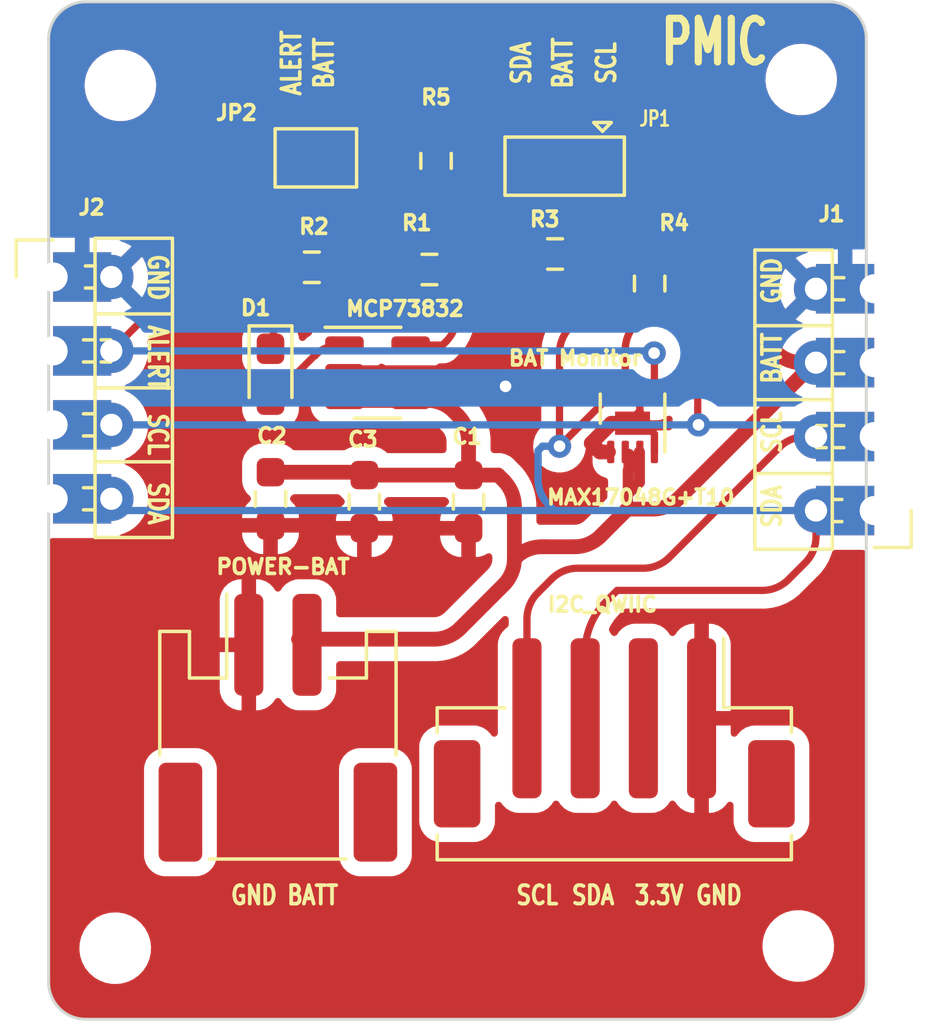
<source format=kicad_pcb>
(kicad_pcb (version 20221018) (generator pcbnew)

  (general
    (thickness 1.6)
  )

  (paper "A4")
  (layers
    (0 "F.Cu" signal)
    (31 "B.Cu" signal)
    (32 "B.Adhes" user "B.Adhesive")
    (33 "F.Adhes" user "F.Adhesive")
    (34 "B.Paste" user)
    (35 "F.Paste" user)
    (36 "B.SilkS" user "B.Silkscreen")
    (37 "F.SilkS" user "F.Silkscreen")
    (38 "B.Mask" user)
    (39 "F.Mask" user)
    (42 "Eco1.User" user "User.Eco1")
    (44 "Edge.Cuts" user)
    (45 "Margin" user)
    (46 "B.CrtYd" user "B.Courtyard")
    (47 "F.CrtYd" user "F.Courtyard")
  )

  (setup
    (stackup
      (layer "F.SilkS" (type "Top Silk Screen"))
      (layer "F.Paste" (type "Top Solder Paste"))
      (layer "F.Mask" (type "Top Solder Mask") (thickness 0.01))
      (layer "F.Cu" (type "copper") (thickness 0.035))
      (layer "dielectric 1" (type "core") (thickness 1.51) (material "FR4") (epsilon_r 4.5) (loss_tangent 0.02))
      (layer "B.Cu" (type "copper") (thickness 0.035))
      (layer "B.Mask" (type "Bottom Solder Mask") (thickness 0.01))
      (layer "B.Paste" (type "Bottom Solder Paste"))
      (layer "B.SilkS" (type "Bottom Silk Screen"))
      (copper_finish "None")
      (dielectric_constraints no)
      (castellated_pads yes)
    )
    (pad_to_mask_clearance 0)
    (grid_origin 0.15 0.15)
    (pcbplotparams
      (layerselection 0x00010fc_ffffffff)
      (plot_on_all_layers_selection 0x0000000_00000000)
      (disableapertmacros false)
      (usegerberextensions false)
      (usegerberattributes true)
      (usegerberadvancedattributes true)
      (creategerberjobfile true)
      (dashed_line_dash_ratio 12.000000)
      (dashed_line_gap_ratio 3.000000)
      (svgprecision 4)
      (plotframeref false)
      (viasonmask false)
      (mode 1)
      (useauxorigin false)
      (hpglpennumber 1)
      (hpglpenspeed 20)
      (hpglpendiameter 15.000000)
      (dxfpolygonmode true)
      (dxfimperialunits true)
      (dxfusepcbnewfont true)
      (psnegative false)
      (psa4output false)
      (plotreference true)
      (plotvalue true)
      (plotinvisibletext false)
      (sketchpadsonfab false)
      (subtractmaskfromsilk false)
      (outputformat 1)
      (mirror false)
      (drillshape 0)
      (scaleselection 1)
      (outputdirectory "Print/")
    )
  )

  (net 0 "")
  (net 1 "+BATT")
  (net 2 "GND")
  (net 3 "Net-(JP1-A)")
  (net 4 "Net-(D1-K)")
  (net 5 "Net-(D1-A)")
  (net 6 "SCL_PMIC")
  (net 7 "SDA_PMIC")
  (net 8 "Net-(U2-PROG)")
  (net 9 "ALERT")
  (net 10 "Net-(JP1-B)")
  (net 11 "Net-(JP2-B)")

  (footprint "MountingHole:MountingHole_2.2mm_M2_ISO14580" (layer "F.Cu") (at 99.4132 109.3446))

  (footprint "Jumper:SolderJumper-3_P1.3mm_Open_Pad1.0x1.5mm" (layer "F.Cu") (at 91.3868 82.5532 180))

  (footprint "Resistor_SMD:R_0603_1608Metric_Pad0.98x0.95mm_HandSolder" (layer "F.Cu") (at 82.7 86.0274))

  (footprint "Connector_JST:JST_PH_S2B-PH-SM4-TB_1x02-1MP_P2.00mm_Horizontal" (layer "F.Cu") (at 81.5344 101.8472))

  (footprint "Resistor_SMD:R_0603_1608Metric_Pad0.98x0.95mm_HandSolder" (layer "F.Cu") (at 91.0566 85.5702 180))

  (footprint "Connector_JST:JST_PH_B4B-PH-SM4-TB_1x04-1MP_P2.00mm_Vertical" (layer "F.Cu") (at 93.0914 102.0214 180))

  (footprint "MountingHole:MountingHole_2.2mm_M2_ISO14580" (layer "F.Cu") (at 76.1214 79.779))

  (footprint "Jumper:SolderJumper-2_P1.3mm_Open_Pad1.0x1.5mm" (layer "F.Cu") (at 82.8374 82.2682))

  (footprint "Resistor_SMD:R_0603_1608Metric_Pad0.98x0.95mm_HandSolder" (layer "F.Cu") (at 86.9672 82.3717 90))

  (footprint "Resistor_SMD:R_0603_1608Metric_Pad0.98x0.95mm_HandSolder" (layer "F.Cu") (at 86.7405 86.1036))

  (footprint "MountingHole:MountingHole_2.2mm_M2_ISO14580" (layer "F.Cu") (at 99.5148 79.5758))

  (footprint "Resistor_SMD:R_0603_1608Metric_Pad0.98x0.95mm_HandSolder" (layer "F.Cu") (at 88.0848 94.0792 -90))

  (footprint "Castellated_PinHeaders_1x04:Castellated_PinHeader_1x04_P2.54mm" (layer "F.Cu") (at 73.81 86.36))

  (footprint "Resistor_SMD:R_0603_1608Metric_Pad0.98x0.95mm_HandSolder" (layer "F.Cu") (at 84.5034 94.0792 90))

  (footprint "Package_DFN_QFN:TDFN-8-1EP_2x2mm_P0.5mm_EP0.8x1.2mm" (layer "F.Cu") (at 93.7196 91.3837 90))

  (footprint "MountingHole:MountingHole_2.2mm_M2_ISO14580" (layer "F.Cu") (at 75.9436 109.4208))

  (footprint "LED_SMD:LED_0603_1608Metric_Pad1.05x0.95mm_HandSolder" (layer "F.Cu") (at 81.28 89.7 -90))

  (footprint "Resistor_SMD:R_0603_1608Metric_Pad0.98x0.95mm_HandSolder" (layer "F.Cu") (at 81.28 93.98 -90))

  (footprint "Castellated_PinHeaders_1x04:Castellated_PinHeader_1x04_P2.54mm" (layer "F.Cu") (at 102.0228 94.384 180))

  (footprint "Resistor_SMD:R_0603_1608Metric_Pad0.98x0.95mm_HandSolder" (layer "F.Cu") (at 94.3078 86.5862 90))

  (footprint "Package_TO_SOT_SMD:SOT-23-5" (layer "F.Cu") (at 84.9575 89.65))

  (gr_line (start 101.75 78.1788) (end 101.75 110.5892)
    (stroke (width 0.1) (type default)) (layer "Edge.Cuts") (tstamp 0c98a37f-c8cb-4afc-bb2b-655cec73d9fc))
  (gr_line (start 73.6576 110.5892) (end 73.6576 78.1788)
    (stroke (width 0.1) (type default)) (layer "Edge.Cuts") (tstamp 328aad01-b088-49c0-84e1-6099c9b618b9))
  (gr_arc (start 101.75 110.5892) (mid 101.378026 111.487226) (end 100.48 111.8592)
    (stroke (width 0.1) (type default)) (layer "Edge.Cuts") (tstamp 402830b5-fab4-4b9d-8eb5-fbbec2dd31fe))
  (gr_arc (start 73.6576 78.1788) (mid 74.029574 77.280774) (end 74.9276 76.9088)
    (stroke (width 0.1) (type default)) (layer "Edge.Cuts") (tstamp 9e416f93-24a1-45c3-b263-341bfac3e2d7))
  (gr_arc (start 100.48 76.9088) (mid 101.378026 77.280774) (end 101.75 78.1788)
    (stroke (width 0.1) (type default)) (layer "Edge.Cuts") (tstamp b450c972-185e-4794-84d4-d01361f5d2d1))
  (gr_line (start 100.48 111.8592) (end 74.9276 111.8592)
    (stroke (width 0.1) (type default)) (layer "Edge.Cuts") (tstamp c9179e03-7843-4976-afe0-03d01986bb54))
  (gr_arc (start 74.9276 111.8592) (mid 74.029574 111.487226) (end 73.6576 110.5892)
    (stroke (width 0.1) (type default)) (layer "Edge.Cuts") (tstamp d2e8304a-d365-4bd5-b1c0-a17b01747100))
  (gr_line (start 74.9276 76.9088) (end 100.48 76.9088)
    (stroke (width 0.1) (type default)) (layer "Edge.Cuts") (tstamp f4e3884d-8aa1-4d81-8105-77994e7968fc))
  (image (at 87.8308 109.8526) (layer "B.Cu") (scale 0.128798)
    (data
      iVBORw0KGgoAAAANSUhEUgAAAvAAAAFMCAIAAAAiJB++AAAAA3NCSVQICAjb4U/gAAAgAElEQVR4
      nOy9eZwkSXXn+cz8iDMjMvK+z8qsqqyuo6vpLvqAPmiaoQcaCZA4BNoRzAyzIK20GpgPaJaZQVod
      i0bSSiNm2JV2NOiEFdIgJM2Kj4AP0A3d0OqDuu+qvDMyMzLjDr/M3v5hEV5e4RGRkUdkFci+9Kfw
      cDc3M/fwDPv5e8+eAUgkEolEIpFIJBKJRCKRSCQSiUQikUgkEolEIpFIJBKJRCKRSCQSiUQikUgk
      EolEIpFIJBKJRCKRSCQSiUQikUgkEolEIpFIJBKJRCKRSCQSiUQikUgkEolEIpFIJBKJRCKRSCQS
      iUQikUgkEolEIpFIJBKJRCKRSCQSiUQikUgkEolEIpFIJBKJRCKRSCQSiUQikUgkEolEIpFIJBKJ
      RCL5gYS0qF5KaW9vb19fX0dHR1tbm67rlFJKKSEEAAghiChKKoqCiIjIOWeMcc4RkTEmthljAOAW
      Fojy7oZ7FH34z62qp8FH0U93Q1C1TSl191Sd4q/ZWz8hhHPub8t7es3+e4vVbKsmbp8VRXG3vZ0X
      34j7b80a/NcuKnH/dastbxBKFeqtQXwpbg3uVyy+/ap2xYW7ZdySbgH3cRKPlqIo1EO9zquq6h4V
      dVqWVSqV0un08vLy3NxcKpVq8q5KJBKJ5O5h7wVNJBJ5+OGHn3766d7e3mg0uuf1S/aQBmpvV3VW
      ar211bC5BtKzgej0l2+wp5nKASCTyVy/fv2rX/3q6dOnhZiWSCQSyQ8EeyloKKWPPfbYO97xjpGR
      kT2s9h8JzZtbtkuTqmX34gZ5RT1AI+Hi/7hLadJ4z87KX7t27S/+4i9Onz5d4zIkEolEcvexZ4No
      PB7/0Ic+9Mgjj7RuYP6hYWe3qIEzq3maKb+NOrG6vF/K7FiabOkQbL6qxp2pd722bX/rW9/6whe+
      UCwWaxaQSCQSyd3D3oiP/v7+j370o9PT03tS2w8HDVTL/mu+5gOJmjqK1UfvlI7ZQXl3T5P35PLl
      y5/5zGc2NjbqFZZIJBLJ3YCy+ypCodDHP/7xQ4cO7b6qHwK8YbP+nf5DjSvZGY0rbP4Q+LXX7SaZ
      mq6lHUe97MYk0zg6p2rPtgp3dnYePnz49OnTpVKp5lkSiUQiuRvYA0Hzvve979FHH919PT+41NQE
      zSiY5hXJ7vtTr9FmLsTdRqihBppXMLsPdnF3bkuUgG9C3JYtegvH4/GDBw+++uqrhmHUbFQikUgk
      d5zdCppjx4594AMf0DRtT3rzA0cDTdCgfEtppsV6Bar2i42yIOAIWDfa11sSmpMm+xMu07wHqnFt
      sVhsZGTk1VdftW3bf1QikUgkd5xdCZqenp6PfexjnZ2de9WbHxSqFEADPdH4aM3y+0DjDguqBQEC
      ABBP0JVfYWxXPexyKtN2a9hNeUJIZ2dnPB5/9dVX/cUkEolEcsfZuaChlP7Mz/zMkSNH9rA3dy3N
      GEVqHvJmnGv+0C7ZssNuMahlZKp9BypS5tbG7bkEt+XNqXeomXq23Lkt+1DzyokQ0tHRUSqVbt68
      6S8gkUgkkjvLzgXNY4899mM/9mPNjIX7T82RezdV1fsItXxM9Zreca+2ewmNFUyDasntbiYvOxAW
      7scGwSukkurXaxDarseqas+Wcme7Hi53W1GUjo6OmzdvZjIZ/ykSiUQiuYPsUNBEo9Gf/dmfbW9v
      39ve7B5FUSKRSGdn58DAwMjIyMDAQDgcJoQ4jtNgmq6fmmaMmgKl3ilVOxuLknoSxD2xcYEttYvb
      SoMOQC09cdsdAAJ1Zjb5qSlNvDpGVdW2trahoaHR0dHJycmOjg6xPoZt29uNFN6ZD6v5brtQSoPB
      oKqqFy9elHmEJRKJ5K5C3dlpjzzyyF2YDlhV1dHR0eHhYV3XxaJFANDd3c0YM03zypUryWSyagUl
      P35FsoMyW8qXxn3YPVVNNBjO/UM+8ay0dWujkgWYABGapqpO71kNWgEASmk8Hr/nnnva29vFykri
      3LGxMc758vLy97//fdM0q76p3ZhktuxV84V1XR8aGnrta1/7zW9+s15JiUQikew/OxE0wWDwzW9+
      8553ZTdomtbd3T00NNTZ2akot5mdKKWqquq6fs8993R3dy8uLqbT6Xqv11UWlwZHt/zY5KGqAtsy
      I+0tjRWJSzPLGtTURuJjW1vb4ODg6OhoW1tb1W0RX9zo6GgikZidnZ2dnS0UCntorWlQfluFBwYG
      Ojo6YrFYNpv1nyWRSCSSO8JOXE6nTp1661vfuudd2TGEkL6+vqNHj8Zisapllr1lVFWNxWLxeLxY
      LBqG4R10azp3wOfo8Zdv7OWpd8h/LlbWuK5XeYMI4ppnuW357ShVh+r1vHqPLyjYW7JeK165QAiJ
      xWLHjh2bmJgIBoM12xXFgsFgb28vAKRSqXrLrVedtePpUdsqL/4VfjFKqYwOlkgkkruHbQsaQsiH
      P/zhnp6eVvRmZ3R1dU1NTUUikS1LEkICgUAsFiuVSkLTkDpWlgZCpN5Rb5mqAg0ER70CjcvX7FW9
      o/X21NQi9ZsB8JhnqgwbVa34zSqEkPb29mPHjvX19dUTnVWdjEajlmVtbGz4w3ir2qp3tKZqqVe+
      sWaq+hgMBpeWlm7evCkjaSQSieQuYduC5siRI+9617uaGZP2h3A4fOTIkXg83njU9xIIBBKJhG3b
      uVwO6lho3MJbygv/oS2lyc4ky7bOauZuuFKjSuJ4t+u14h5tsv5EInHi+Inu7u7mnxxVVaPRaDqd
      zufzNSvflpRpMr6ngY7xbquqalnW+vq6XONJIpFI7hK2LWje8573HDhwoBVd2QGEkOHh4cHBwaq4
      mS3RNC0Wi9m2XSwWq3xP3m1S32DjlxQ1T6l5Ys0L2ZZq8Q/P/mI1ZUrzI32TwcL+5vy+vER74viJ
      451dndvVwbquc85XV1c5503Kjnqd39vyhJBQKFQsFi9durT1ZUgkEomk9WwvKDiRSJw8ebJFXdkB
      YurvdtWMIBQKHT582LKsVCq1vWiShsaJZkwjzZTZE4gvzpdU3Ez+Q+CbsF1dwPOpQT3uIagM/Pee
      vLejo2MHV00I6ejoUBTFsixoKET8e3YQHLOtwpFIpKurq7OzM5VKNXc1EolEImkh2xM0R48evasW
      OtA0LRQK7fh0XdcnJiYsy8rn8w2CZ717dqxjtjWcV5l5hGFDxAWL/YjIPTRTYT2LS01lA/4RHQER
      valoGswPcuvXNG16enpnakYQiUTctHsN2JaO2e7MKahzsd3d3TMzM88++2zjvkkkEolkH9ieoHny
      ySdb1I+doWlaOBzeTQ2dnZ0zMzNzc3Orq6siwLOBS6hmDQ2G6t1YayilgUAgGo1GIpFoNKpVUBSF
      MWZXyFcwTdNxHG8NezwDnACBGtLH1UNVKoEQEo/Hx8fHR0ZGdmORCgQC8Xjcnb/dpElmW2HCzZxe
      88ITiUQ0Gm3mKiQSiUTSarYhaHp6eu6e6BmBoii7X+g7kUiIWcTLy8vuzqrgGG/5PVQ29faHw+Hu
      7u729vZoNKrretVRVVUDgYDY7unpsSyrUChks9mVlZVcLreljqnpJHI9RDUjZqprqOTWgzoRNoSQ
      9vb2e+65p7OzU1V3mLzRReR6bpBnr/l4oJpldmzdCQQCg4ODbW1tIrpcIpFIJHeQbQw2Dz74YFtb
      W+u6sgMcx7Fte/eaJhQKTU5O2rZdFQ/RQNbsbP+WtopAINDV1dXX1xcOh5uUArqu67oei8USicTK
      ysrq6qo7I73eUN048MXf5/J+0Xesc9SzJxwKz8zMbGtOUz0QMZ/Pe4OCdxlJs93yDfaoqtrd3T08
      PHz+/PktL0QikUgkLWUb483DDz/cun7sDLGmwZ5UFYlEjh071tnZ6cbKbKlmavqhtjtfyXtiLBY7
      fvz4gQMHYrHYdg0biqLEYrGpqan77rsvkUj4rUpNXsKW/YRKDE29YqFQ6OR9J5vMN7MljLFcLifM
      M1XztGvO3Hb31DtUT+LsoHJKaVtb29TU1O4vUyKRSCS7pNkhp7e3d2hoqKVd2QFi3vVe1aZp2qFD
      h/r6+rxiooFq8e9pMmjGX0zTtMHBwUOHDokY2J1eQXlW0czMzMjIiK7r3oa2jHquWdttJ2LZPFMz
      WTB4sud1d3fvJm7GSy6XsyyrptrwFkMf/qM1C/ujqrdVucjTuHsboUQikUh2SbNj58GDB+82fxMA
      OI6zsbFRFQy7GyKRyIEDB3p6etylBsR+v6GlsSWmAeibIq6q6sDAwPj4eDPJjpshFAqNj48PDQ01
      mNBez7vk32he+rS3tx89erSvr2+v1IxYq9K2bXfPLk0yVYUbm2S8e+od0nU9Go3eVVP/JBKJ5B8n
      zQqae++9t6X92Bmc8/X19WYiYZsnFAoNDw97l4Vq7JSp+bHBiF4lGsTS0/39/bsPnvWiaZpYQ3FP
      /D7lPhO43TRz27WHQqGJiQmRNmb3LQpyudz8/LwQrDtQG80UbryngSQSCJPYwYMH9+iKJRKJRLJD
      mhrtFEWZnp5udVd2RqFQmJ2d3UPHEwDEYrHJyclEIqEoypbaxbu9A8tEOBweHR3dTTadegg7jWtX
      q9k3/2jduM5b13u7tIlEIlNTUwMDA3uoZmzbnpubW19f93YMK04irI+3ElG+6miDc/1VNdgjeiLm
      1e/VVUskEolkZzQlaPr6+u6q1ShdhIZYXl5eWlra22o7OjpmZmZ6enoaOJi8fdhuE2Jo1DRtbGws
      Ho/vYee9xOPx6elpd463X415k/X5u9cA9Ex2EvHU4+PjextKsra2dvHiRWGeqXeH/QrGxdU9VYUb
      mFugOZ9U1aFoNBoIBGQYjUQikdxZmhI09913XzAYbHVXtosrNRBxbm4umUxuOQxvi0AgMDE+0d9X
      1xm0MynjnkspHRgYaJ2aEbS1tY2MjHjdZ94+YyWgx298qlchobcdisfjx48fF1FHe9jtfD5/+vTp
      KsNbA7Xh7vRnT24gTaC+AaZBu1X7Rf7DVn+PEolEImlMUw6Cd7/73QMDA63uSvO4o6877nLO8/l8
      NBrdZeLgKsQaloZhmKZZNfbvPu41FotNTEy45pMWITIOF4vFml65KnFTZXlyN0hVshkEAoQSGovH
      jh492tXVtVdRwALDME6fPj0/P48eT1NVl7zdhjomJf/OqgqbLFxz27unWCzmcjlvYkaJRCKR7DNb
      v1XH4/HR0dF96Eoz1FQSYk+hULhx/YZhGHvbYiAQGB0djcfjVfE0u4RSOjg46M8C3AoCgcDAwEBN
      n4h3VG5wdV6t454SiUampqZ2s05TTTjn169fv3HjRpXDyN9tv/fHPVrPANPYNuM93R9506DFWCw2
      PDy8hzdBIpFIJNtla0EzPj7e1dW1D11pnpqxLIi4sbmxsLDQzGKN2yIajU5PT+9JbhW3w6FQqL29
      fW/dNPUQOfe8c8K3a2fye6OibdHDhw/39/fvrZoBANM0r1y+Ytu231y0pVnFL1a8+6s++pv26hh/
      tf5DiGgYxtraWj6fV1V1r2bdSyQSiWQHbD2gHjt2bM8HrZ1R5Wby7t9liO6WiLncbW1tO6vcH6ES
      iUT2cELQlmiaFo1GqzqPvgCaenfYRRxSNXVycnLP42YEuq7PHJkJBoN+z069/jS20zSooZ6RZstK
      HMcRi2ctLS1tbm4ahqFpWkdHx7auVCKRSCR7yNa5T+6SzO7+sbZqj67rIp1xi+RXJBKZnp4WE4mb
      MQLVFF5iXKSUxmKx/RQ0qqq2tbWpquo4Tr2R29tJ91/w6B6xEQ6H93yGttsHRFQUZWxsLBgMvvTS
      S9lslty+5iVU/F/1rDWNr67qYwMR49/JOXccxzCMfD5vGAZjjDHmlgwEAiMjI/Pz89u9aolEIpHs
      CVsIGl3X74YsqPWsMu5wIpLtTk5OikgRx3H2NuRFtBiNRicmJmzbzmQy9TTNlo0SQnRdb0XimcaE
      w2Fd1x3HaSwLXGoeDQQChw8f3qt1mqoQi1CKlQSGhoZs237ppZdELHOVBGlGzTRQNvWuuoEfyrKs
      bDaby+VE2mJ/SUVR7sKZgBKJRPKPhy0ETTQavbORATUn3YgN14Sg6/rQ0NDk5KSwGYhUex0dHb29
      vXturQkGgxMTE/Pz86lUijFWs6sNECpBVdX9T1sSCASaTEZcT+hEIpHJyclWxM0AQKlUevHFFy3L
      OnbsmGhiZGREUZRXXnklnU43tql4+9zYQlNT8dQ8hTFmWZZRwTTNLc1ywWBQUZSqp0IikUgk+8MW
      I1x7e/sdzIJaz83k3dZ1/cCBA319fULN5HK5mzdvrq+vp9NpRVG6u7v3vFdtbW1jY2OEkLW1tcYR
      HjUhhCiKsp/+JoGmaX6zCrl9bal6jidEFNapFqkZx3EuXbqUTCY556+++qqqqt3d3aqqDg8PE0Je
      eOGFQqHgvdV+ydXY6FKzcD3pY5pmoVAwTdMwDMuymo8x13U9GAwWCoUmy0skEolkD9nCcTAwMLA/
      U4v9NA5QLUenqurg4GB/f7/opG3b8/Pz6+vrjuOUSqX5+flSqdSKvoXD4cHBwW3FCHtLqqq6/4Km
      noqqeQlVYSuapo2MjFStQ76HbGxs3Lx5U0wj2tzcPHv27GpyFQAopf39/UePHnW9OfWmO/n7XzOe
      t0EIsG3b2Wx2dXU1mUymUqlMJmMYRvNqRngS5RoIEolEcqfYYlh94oknZmZm9qcrXmpaZao2VFXt
      6+tzc9OVSqXr168nk0k3TMQ0TbH0Y4sm44TD4Xw+710LuskLiUQiXV1d+69pksmkm17PPzWsnqdJ
      VdWxsbGRkZEWSdtSqXT27Nm1tTXxERELhcLG5oaYaq4oSnt7u6ZpyWSypjfHG7/s1gC1PEo17TSc
      80KhsLm5ubm5mc1mi8XitqwyXjjnmUzGvRCJRCKR7CdbjKlve9vb9j9HsHeIcv+t2qCUdnV1HTly
      RIyyhmGcP39+bW2NMeYd2wzD0HXdXaBxbzsZDAZDoVCxWPRrGn+HvQSDwc7OzhZZO+rBOV9ZWTEM
      o55VCSvZ87x3nlI6NjY2NTXVot46jnPlypXr168LDSG+ekQ0DGNjYyMej7uaRtf11dVVoWkayBcX
      rz7zSxmhY1KplPBOlkol27YbpPLbEnHfHMe5cePGzmqQSCQSyW5oJGhUVX3rW996R2Y5VRkPqvYr
      itLT0zM1NSU8EZlM5tq1a6lUyiuDxAZjzDCMcDjcollFwWAwGo2KVrzBKG4fvMYDt1e6ricSiX32
      5VmWlUwm62VS9kfLImIkEhkdHR0bG2udmjlz5szs7Ky7soS3D4ZhpFKpcDgsprjH4/FQKLS6ulpz
      5rk3GMgrcbyahnMu4mPS6fTq6mo6nTZNs9489h3AOS+VSlevXt2T2iQSiUSyLRoNVJFIpBW2jS2p
      ss1U7SSE9Pb2Tk5OimWbCoXC1atXM5mMt7BXRhQKhYWFhba2tlZMLCKExGIxMd6L/DRV06FrxjWL
      FCZ73pnGMMZcT0qD0B/31oXD4YPTBxMdrRJeiLiysjI3N1csFt2bVqWrNjc3z5w5E41GE4lEIBCY
      nJzMZrMXL160bbumpgEAzrlf0xiGIXxJpVJpxx6lLSGEBAKBYDC45+tvSCQSiWRLGgWXtLW1tTrI
      0R+h6fd6wO0DsFjTMRwOE0Js256bm8tkMn594H0139jYWFpaatEwBgDhcHh4eDgejzcZI+w4juM4
      LepMPSzL2lJFedPETUxMdHV3tc6MVCwWr127VjX2+/VrKpV65ZVXcrkcAOi6fvjw4YGBAb/FqGZm
      Gs65yOebTCbX1tZESt/WPQYiLlhmo5FIJJI7QiOX09TU1FNPPdWKVquGH3+gDNRSM4QQka63vb1d
      xCssLi7Oz8/74yqqzkXEXC4XDodbl1NH1/X29vZisShG6MbKhnPe1tYWi8Va1JmapFIpMc/cHw4M
      t3c4EAhMT0/39/e3LmzZsqyrV6+KmU01C7hPCOc8l8sVi8XBwUFFUQKBQG9vbyaTyWazNSecCyOZ
      ZVmbm5tra2vZbFbEx+yVX6kB4mbOzc3l8/lWtyWRSCSSKhpZaMbHx/e2sZozZqvG/gZqRtf1wcFB
      d8WcdDo9OzvrWh2qvBVV45zjOPPz8y31BQQCgbGxsVgsVtOwVEWhUGidqcAP51x4dsTHmvnlCCGU
      UpH9pUW5gF3S6fS1a9caZFuu+vqWlpbOnj0rvutoNHrPPfcEAgG3jOuxchynUCgsLS0tLCyk02kR
      5+vW2brLcaGUyhWdJBKJ5I7Q6BX8qaeempiY2E3tW74W+10M/p1QGWtHR0dHR0cVRUHEVCp19epV
      f5qZmvJIYNu2ZVnRaLR1WXrFjCqRkK1mkId3qO7u7t63mduGYSwsLJimWWWSqeqkyFJY06ezh2Sz
      2TNnzmQyGb9xSODVWGKbMZbNZk3TFDctHA7H4/FkMinus23bpmmm02mRP0Y41+oF2bQUYQtcWFho
      dUMSiUQiqaLRW/hu5jfVzF1Wk5rzmKo2CCGJRGJ4eFgMtNls9urVq/l8vir4xl+ztwBjLJVKLS0t
      tS4glxASjUaHhobC4TCllNyOt6RhGFXZb1sHIhaLRTcDjbe3XoQBbHBwsKXTryzLunLlysbGxpYl
      qxyRpVLp2rVr8/PznHNFUYaHh8fHx90sMmLVa1dHVkVi1fwKWoSMoZFIJJI7Ql1BI9Zn3kGNO5Yy
      QgHULBkKhaanp0UCvXw+f/HiRbGQYVW7UMeZ4mLb9srKipjg3dzV7IREIjE+Pt7e3t7Aa8M5Fy6w
      fdA0pVJpcXHRG4bsv8/BYHBwcHBkZKSlnibG2OXLl+fn593MPe7T4he1XgeZq2lOnz4tMuypqjo9
      PR0Oh9fX1zOZjH96PKnk0fFW3uAZ2xOELmxd/RKJRCKpR13PQigUEvOim2RbA3MDx5AfRVFGR0dF
      CK1lWTdv3szlck0GoFTVjIimac7NzUUikZYuuplIJILB4NzcnHe9J3L7dO5cLpdMJoeGhlrq32GM
      iQk+3luBt6/TFAwGx8fGe/t6W53rb2Vl5caNG0LNiKYppW5kVdX98T9RnPPFxcWvfOUrTz755NDQ
      UEdHx8MPP2zb9oULF+q1KJrgnLsN1ax5ryCECNktkfwjJBgIDA4OjI+OxeNxVVUVhWay2Zuzc0vL
      y5ubm/vTB+H3DwWDIjjBsqySYYi8HpIfehoJmsbG8x2PCjXjZrzVeveoqtrf39/T0wMAjuMsLy+v
      ra01UDONaxPbuVxubm5uZGSkpZomFAqNjIxwzjc2NrxjttsxAEgmk5FIpBUraLpks9mlpaWaX5ar
      ZiYmJnp7e1sa0COCS65fv26aZtV+b2e8+0klM43jOLZtFwoFwzBs204mk6FQ6G1ve1swGBwdHX3w
      wQc3NzdXVlaq7i14LD3Ek+GwpZqGEKJpWks1k0tHLHbf9IFEW5umKpRQQsB2mGFZhmUVTbNkmNli
      8eLc/Jb1JGJth4aHxvv7I8EA52jadsk0c6WSZTuWbVuOYztOpli8ubyyZVXHJif6OzoGuzvjkUhQ
      1wkhnHNEoJQAQNE0AeDFm/PX5uaSq6u7vwOSu4q3vO6RZx54zcGRoemhoYCuCdOraVmrm+kri0tf
      e+mVb37/dDMP5I750dc9PDM6MtzT3RGLtUcjIT1ACJQsa2k99ezpsy9dvvLKFZn08oecuoImEonU
      fNfczS91TUtM1YykKv3R1dU1ODgopFUul/N6K6pO93avZkPeAW9lZaWls7gFoVBocnLStm2RRsXf
      Gdu2l5aWYrFYi17rLcsSeXjBZx8CAERUVXV0dLRFa2h7cRxnYWHBXeeI+BL7ejsmBCsiihTMmUym
      VCqJ+dii8MWLF6empk6cOKGq6qFDh9wVSZu8Cv8kuL2CECJWHt2HPEP/2+tf+047F1QcgEpbCkAA
      CAQQdIA2i/NfGR36z88+37ieXz848qaOWEAxCbcAEDUADSAaJADi7hCARcN6o2mubTR6ye7r7v69
      ofh4JEAgj4U8qSw67t5iBCg4zP61X72UTv/ab/7Wd77znZ1fvOTu4yc72x469139wotw64kkOuAQ
      wCDAYwAXRjsfbZmged+jr/u1kKNvzJGNOXenePZOADwNsDbS8eRm59J6qkUdkNwN1A2YiMViVdEA
      zQfH7B7RUDAQ7O/vb29vBwDO+fLysjv3uHGsTIM6XZaXl1u0FrcXXdeHh4dFGsCqQ2JPsVhcWFho
      RZwyY2xubs6rpar6oChKb2/v4ODgPkTLbm5uzs/P1zMU+XeKaN/19fW1tTXvshKuEHzuueeEGZlS
      evLkSZGayC3jDc+qCtWqOrTH1wkAAPuwSlesra13YvJsOmszphOiE9AIiH81ghohKoGiwx7o2CLX
      ka7rk5oyWyhWTgSdEI2ARkAloBGiEXA4j6v0mftONqino6Pjx554zGLc4kwtn05UAioBnRDxX9Iw
      S44zeOjQk088kcvlWrQaieSOEI1E2oP66c0s41w8QjoBnaBafiaJyZhGSOsytYZ0/Vw6ZzNWeXTL
      T6/4mHMcAth/J5bxkewndQVNPB4XPkiX3TdWrx6vRnFdM5TSoeGhrq4uAOCcLywsuK6TKqsM3C5W
      /D6mmi2WSqVLly7tQ5b69vb28fHxzs7OqgBVrKz2vL6+XhW0u3scx1laWkomk/Xcc5qmDQwMjI+P
      tzQKWFAsFi9duiTSzdXUE+6Gbdv5fD6VSi0vL6+vrwvDDHiCecXpiLi+vv7cc88VCgUA6OzsfOaZ
      Z9wMQG4T/rb8cmfPEUaaFlXuMjgw0D06zhD/YSObdRwbiDDUMAAHwEE0OEeA3lL11LYqJvv7Agqx
      OU/bjlOuBBkQBsCAMEAG4CBanH+ku+4UgUQi8ZPvfe8Hjs7YjM8XSiXORVUMy/2xEFdNq2g72vQM
      DYdPnz3LOd9WiJ7kLicWi8UDAZvj9XzRQnSA2J4H0uA8YzsEQGvZn2REeNIAACAASURBVEZ7NGJx
      vF4omYgMiANgA4oOlBjPOwwRutrjLWpdcpdQ9/ESdpE9p8rX4B3dq4RIIpEQyWEBIJ1O37hxo8qM
      4Zc1/rYaH8pkMsvLyyMjIy0NHyGEtLe3C6eSiKep6pjjOCsrK5zz3t7ePXlttSxraWlpZWXFn0NZ
      oCjKwMDA0NDQPkzJETObUqmU/6t3xZYI1hZ5lk3TdL9oV3m44cNiqSZCCGPs7Nmz/f39R48eDQQC
      Bw8efOCBB77xjW+IxSarpEzVUt4N1PDuoZS2LtGRyxueePzY40+c/eIfrZrmUrHUHQwQIABlIzsh
      oFBCAYZYKRwKFetbIk8N9pecYlAhpsOwIn0RwL1DhIBCCALpWF/u7e5Krq1X1aBp2ic+9rEP/8t/
      cfVj/4uDSAjkLFujt8loBlhkjBISmDkKAM+98IKmafu/nJmkdYwMD1NCANBkLG2aKlUAXJ8lQUQE
      JJVZh62gOxaDRTAZSxu2JlohBMQLcOUvozO+r8nZJftP3cdrrwRN2SqDlW1+W7Jar83Gu61p2sTE
      hAidMQzDP8PZ73iq23R9OOfJZHJjY2MfkvaKGOFYW6ymzBKxrjdv3iyVSrsZX4UyuHHjxvLysjuZ
      qGp0V1W1r69vf9QMACwvLy8uLtZzEXLODcPY2NhIpVIidZ4rOGr+672QfD7/wgsvXLx4UWSmOXbs
      2OTkpNc847bit9m0zvG0PxaaWFssOjikhEKIWGTc4eKvDAFQ3GAEoAQ0gPumpxrU86gONnKNiLDd
      8ukOchBVICBHRFAAbI7HRkf9NYyPj//Eu9+Ftm3PXrU5VwmlhCCCWwMgOhxtxgEgcuphAHj1+6fF
      19eaeyO5AxyYnBDfNgfg5Uew/PUDcjEAtO5HVlGUaChYGWputSuOVgYCjLc4aFJyx2kUQ7PLqpFj
      +UnGipTZaqR23937evtECnnhOvFOfq4qX7WxXUql0vz8/GbDaMe9IhwOTx+cbmtrI7VgjKXT6XPn
      zvkDn5vEtu3FxcUzZ86sra0JQ4X3qLhFYmWDycnJ/VEzuVxOzNOu6oywtRQKhWQyub6+XiwWRUhv
      lUuoahsqOaPdQ8lk8oUXXlhZWQGA3t7e17zmNSLQWxz1Oqrg9qfF39BeXTKldB/u7de+8Y1csRi5
      9wGVUJNxkzOAWz/kCJwjEiAI5JkD4/UqCQYC/aW8RolGCQFSORdNzhmIEQkREJErBBzkT06OVdUQ
      CARGR0YS7e3G8hI6NiWglG+lOJcjcA7IEG1ERdNDYxO2bS8uLSHi/q/PKmkRqqoePnRIPD/lp/CW
      nCk/VByBtey9UVNVXVWEhOaeRisPYfl/EZn08oeduoJmJ1n1PNoFuecHsY6Q8dpmvBvxeHxwaFB4
      CpaWlrzxJfWsF1saY7xv5FXkcrm5+Tn/RKRWoOv6xMREZ2dnzc4gomVZi4uL58+fX1hYyGazNZdQ
      8J8i5mafP39+bm7OnRdddcmIGAgEhoeHh4eH9yFuBgAKhcL169c3NzddHxAi2rYtJi6trKxsbm4y
      xsT0Jb8lpirVMtxuX4GK/F1YWHj55ZcZY5TSqampmZkZ4UCsd8re2mP8iJUZWtoEAJw5eza1sRGa
      nFYIlBgrOZwDVv4jHIBzTgAZ54+G1GCdOXT3jo8FKdWBKIQAAfdcgzGTuRUCQ6BAEOF1CgvdPiR0
      dnYODg4CgLm8aDKuEqIQMaggL7+sE4bgcDQ5j0xOEU07e+GiZVn7EI8v2TcCgcDBqSksKxr327/1
      QKI7NLRmWomiKJqi3hp/RKNlWSNGIOQIAV3fB3ew5A5S2zZOKd1eOHrFowTlR9p/HIWPHxEJlN39
      NdF1fWxsTMipQqGwvLwsAj9vVVUn8qbBQFV1qOqjcNPszCiyAyKRyMjICCK6Iz34Jm0Vi8VSqSQy
      REUikVAopKqqmA8s0sQ5jsMYcxzHMIx8Pp/L5UzTdGc7u9fovT+BQGBkZKS7u3t/1AwAMMbcIB7O
      uWVZhmGUSiXLsrw+PjflnfejvzZyewiOewoinjt37vjx40NDQ5FI5OTJk5cuXcrlcv5KRDeEVHKP
      knKulD1LTkMI2YfVD4rF4tr6es/BGZWQEuMG4xyBEkAEAgiAnAjHD+lYmWtrazNuT/8jeG9P3DIL
      MV3VCAEEIADIOYDJkAALKBQAAIEDKpQolHQlF/p6em7MlafFBgIBVVUPTEwAgDF3s8SYRogKBBBR
      PIAVr7KNXCWgdvUAwMWLFxlji4uLrb5Fkn0jGAgMDw3dcjOieA7FE4UVaw1yhBaZ5RRFURQq/nor
      sQhiMAJSMRQBgEoVhdJ9+qGX3AlqCxpd15uKThU6pqJhtnYpNUE8Hk8kEu4KlNlsdsvg3wb4x3V/
      Vbqud3V1tW4+oZ9QKDQwMGCaphsxU2VKgYrMEmsuipGjnqBpIMXcahVF6e3p7erq2ofwDvcqotHo
      8PBwJpMRU69FwK9XPZBaqXGg1rfmfvSWdwsUCoUXX3yxt7dX1/WhoaGJiYnz588LP5e/Bm9VpAUJ
      9xRF2Z8JyS+98ur73vPu2Ugkk8lanHPkBAgAKQdioriPiAj9XV1r69XBvG3R6EluZBFVQgglWP7x
      B4ZgcY5A2tC13yIiKgAOwn0HJpeTSSGPIpGIqqr9fX0AwFLrBuNBvSyNQAxiACDmuSBSAH3iAAAs
      JpPJZFIG0PwwEYlGOzo61gHLZhEAKI8L3h9b4iBaltWSHhAiQpKxrKFo5QEknjEKObY8VlJyZ6n9
      sq5pWoM4gPLbMUeOnKMbjngryLeK8lm3l3Gr8m5omtbX1ydecE3TXFpaEqO1PwKj5na9PfV2AoCI
      kB0cHNQ0bXNzc98s4W1tbSMjI23RNr+9pEpyOY5TKBQymUwqlVpdXV1eXk4mk6lUKp1O5/N5/xuP
      39OkqmpXV1f/QP++mVtN01xeXuacd3Z2TkxMmKYpbEiu78nrAGrgVPJeUZXnyPsvIl64cOHmzZsA
      EAgEHnnkETFJvqqqmpV4W9mTa6eU7s+E5D/5/Odty4pPTBkOKzFm8YpdH1CY/RE5JWBz/vCRw/6v
      /p6JcY6gUqJWjCniz9LmaDBWsJnNmFsb40gAOOL/NNIXqNifhKAZ6O8HgML1KwxRAfDG4oj/GEeb
      cY0o+tgEACwtLkrzzA8Z8VgsHApB2TZTttPf8viU93MHsKalcPdQKkLRy2OLNyBZ9IgDIoJpO62L
      45HcDdQWNKqq+gVNOTKGex6bHeM51etrSCQSAwMDwgswNzeXzWa93qUG9VWNf+5GlQGgqh5K6cDA
      wOjoaCgUSqfTly9fnp2d3Z9YRUJIIpE4MHVAZITzx3bUi/bwFyY+vDtdo8W+rTHEGLty5cr3vve9
      q1evOo4zNDR06tQpXde9MTFQSS1Tb4/3Y9U1etP5uPfBNM3vfe974r1/aGjo9a9/vQi+dm9RVeVV
      FXpL7v4O7M+C2xcvXcpks6HR8bBKTc4txgE85nUADkABbOTvOXF05vDhaDQqZI2qqlOTkx963UMm
      YzolqjCqlL3G4CCajBU5K3HmRnVyQALAAWaS80FdBwBd1wOBgKZp9x49CgD5hXkFQHVvpGv9R2CI
      FucqxdD4AQD4/pkzrXpNbxmqqgYCgUAgIB7jO92d3aIoinhlDQYCwUBAGIB3U2EsFtN0vTLD6JbN
      HuDW04gAnO9iyGgIIcSbtsD7V+D9ZFrWvoUWSO4ItZ9jTdNUVfVGxgj8ImZLAwnxhD7cVowjobft
      aWtrm5ycFH9a6XR6dnZWRHr66yEeTwGp5Z7w9qTeiziltLe3d3h4mBCSTqdv3rxpGAZjbGFhodUL
      RrqIuBZCiDeextt5qCPF4Pbrqqf2AnpgYHCgr69v336FEXF2dvall16yLKtQKGSz2aNHj05MTBSL
      xZdfflkkeq76yvwbxBPX4lbrloHKwyC8b+7++fn5l19++aGHHlJV9ejRo/Pz888//7w3QIf41lvw
      Pzx7Ekaj67qiKK3Os1IqlVIbGz2j4xFFKTBmMBZFhQAAlNNvcCBAgCFMEPZffvu3n3vh+c/98Z9w
      zg9MTPzU+9838bW/nmc8rKiUEA4IAASJg2hy5iCYjBVsHlWQVuYscQBKwDJLfYnERjrdHo+rqppI
      JMKRcGFhwc5mVEqUWzfQ7QPYyBUgpL1TjcevXrve5CKFsVjs4PDQeKL9SGdiIhLSAQOASClXFFvR
      kCoZSq+ks2cWV87duLG4tLRXd7Wro2N6aHCkIzHT3TnVFgkrNAw8INImKQolxCSKBZBBWCkaLy0s
      XUyuLqyurWx/aSpNVUX0uukJ/Bd7/E/Ojz/6uqeG+rsCqmo7SY7Prax95/rNSzdubtkKpbStrW18
      cHCsu2s8ET+YiA/pqgoQAB7gSCnhqmIDcYDmEFM2m91Iv7SwdHkleWV2tvlrCQaDiqK4oSuIgAQR
      RbAkAhIuZjn5TgyHQvdPTc50JoZDwahCDc6Tpn05nb2W2jx/40bzHSCEiEhkBDflgHC3VmJoEDhB
      c6dqZqivb7S761BP17Gujl5dCQJoCExVQFEcRStQ5UahdCG5enV1bXZxaWNzU87gu1PUHrZVVVUV
      1est8pepJ2VqyohbZSrRwXD7KKXr+sDAgJiqbdu2mLpMbg9xAE/kRJNv0uT29H1eYrHY+Pi4pmmp
      VGpxcVHMchL5YFq9YKSXUCg0OjoaDAa39erQYNz1HorFYvsZBQwAq6urZ8+cFZOzCoXChQsXdF0/
      duzY9PR0oVA4e/asdz65+1W66fLcR6gqUtjFjed1NY1bplgsnj17dmJiQqTYOXny5Pnz5zOZjPu0
      1FRIVduwF5pG0zRK6T4kjjMMIzJxIKKpm5ZjipBwqPwDAIDC/WPeuH7iw8cMy/zTL/y/mqp+9nd+
      pz0a+d5nPq0QUCl1Lx0BGaLFMKapc8VSgTkOalrlMAdQCDEZe3x6MlUoPHD//VevX7/32DFVVdfO
      nXY4VwlVKPG8kBMoT9ZFjZLoax8hlL5y5vTSVuLj+KFDP3/P9OPZpIPI0YbCqlJACqQyNhEggIBA
      yNNIaAS0h+55tvNNn/z6cxeuXNnNzXz83uM/P9xzzMhyREQDNhbIJgCUGwYAAIKA5VnpQAjA2ynQ
      gagy2HYp8eAvXZ79+suvNtnWpx6874Ntt5yAjitoKCEIF/OFJ79zRuyZHhv7wlRflBskeUMFIABH
      CXkjBWW69/yp409/8W/tOmMnpfTg5OQnHjz5+OYyN02GBuQNzK/Q8hVhxTx/63EXfwUfjIES72PH
      xr+sRn/5ue+uVNZfa4wnSeYtiwje/v/c85cV0PX/+KbH32JsMkQAg1pG2V9JADpU2tHjzAz9J0P5
      7He+2yAtpI9y1I73rwDhVm+2K2hCweCPnrr/w23qsFVkiJwXSKpAAcQ9xPKvCgCB1wNQQpTekPrg
      m/8Har/17AtnLlzYh/RmkirqWmioQhvbYxrbZmoKkfKGeB2EysQKAAAIhUL9/f1ie2VlJZVK+V/c
      wTPU1RuNauIvo+t6X19fIBDI5XJigrTbPdM0V1ZW4vH4/mRqAYBAIDA0NLQntoEqWpoB2U+xWDx3
      7tzG5ob7dZumef78+e7u7oGBgenp6ZWVlWQy6beIkNujcet9JL5Q4qqda2trly5d6uvrE2FDR44c
      ESsgkttDgF3rTs36vYd2BqV0f0RkPp+PHT/ucO4gLzFuc1Td55wAAihAFALGyiIATI6Nqar6wP33
      JxLtqe88x2xTo0StBBGLP0abc5OziEIZ8qLDTMZUWv6J4IgUCEfy1r7O53p73/PjP/5rv/EbM0dm
      AKB04woHDBBCRW1lGw0ClP1NIYVGT54CgBe+92I2m613OW994DUfSYTH7SJsLFqEqIToQowSQspK
      xr04AEAkBIFbmfSpTPrvxzvO3PvMJ75/8dVLl7d7G//lY4/8FDE6CJL8JqOgEqpQEMOW+5xCJTxI
      fKQVdSVSDx5ILX+uS7/wtqf+9dmrZ65d37JFXVXOZ7OHolFa/poqF8VxzbR7dG1ocLBQLE4MDv7e
      ZB9JryNVgppCCaFICAGb83XDalu4cWx66qXzF/z1T46OfvKRBx5eX+ALVw0CKiFa2VVLSXlGW8UA
      DBQqCoBAWa1xQDCKPwLFH33N1J8rJz/1refT9b81ADBNgznOrbAVrEy2I7fEhbhRovwzr7n3F9qU
      eH7dIUSjRKGUAgGCFEhFtyKxzJ+j8P43PfzTV5a+fe584/uJWK4cRe9vi0WutA7EaNrX2dPV9a8e
      OfUuVlQLWVIERohCiS7SG5TFTEXZVm4aAnDk5tWLbwB46tDA399/4j98/Vl3SqBkf6j9sxsIBKrG
      Qu/rctWrcyWm5pZ5xt2/ZfOiDKV0cHBQzA0plUqLi4uGYdS18dSq1v+G7bXiVFVFKR0ZGenq6hLT
      R10145LJZObm5vbTbEgpVVrAvvUfADjn165dW1xcFJYJN2alUCi88MIL+Xy+q6vr2LFjgUBAHKIV
      /KEt7oYb3eLdcI9WFSaEMMZOnz4t5vmHQqETJ07E43F/td46vYfcf3cpR7xBOS3lS3/zt0xVIzMn
      IqpiMG7zW2G8laBcpJSwQs5eXu7u7u7q7Hz80UcBYOObX2UcdEIUWikJyBFtzikBi2O7qpUYLzGR
      Tgqxkp6MUuhfvPnpX/nlxx99vaZpp07eBwDp55+zOYoAGkT09AEZcpsjAIlMHwKAb9dfYfs/Pfba
      X4vwQSNHAHVKdUqAEBOgwFjOtjOOnbadDdvetO2M42QdJ8+4wTlHoimKCGw5vLH85dH2n3/qDc3f
      wHhb258++sBPYyGGXCEkoBCVEgZgIBQZyzMn6zgZ28nYLG07KdvZtO2M7eQclnWcPOdFzm0EQkCn
      VCP0YHHzbya6njp5opmmVw0zaZpIAAgFQoEAElLkaHAGgOFQaHx4+Pf7IsZ6kgIhlJQYz9lO2rE3
      Hedm0bhRNPTpmSvzC/6aZyYnv3Rw4N6Fq8wyNUICClUosQEMxCJjOcfJOHbGdjK2s2k7KdvesJ2M
      7eRsJ8+cPOcljhyJQmmAUsrZ24zUt+6bOnZgssG1FIulYqnkNcdUfE+IgEiEygECEA6H//XrH/ql
      CISYoxLQFMIASozlHCdrs7RtZxwnz7iNoClUp7SzkP2TgehPPPxg45vJOYdblqHKE0gq6qoSImyY
      TQmaE4cP/8WpY+9ML0EurRASUBSFUg7E4FhgLOvYWcfZtO0N20nbLOs4OcaKDC0EQoiuUF2hPJd5
      3cLl75yauf/YsWZalOwVtX+4w+GwqqrowXsUb2dX7SMAgq7rvb29YoeYvOOXR168o4XXDlS1R+Af
      WmKxWGdnp6qq2WxWLK5U3SnE9fX19fV1udxM82Sz2evXr4uEv1VaIZ1OX7lyBQCGh4f7+/tVVfVq
      TZd6CqPxRlX5bDZ79epV4a/s7OwUMVJwu17xil23G9BQBG+X/RE0f/23f7u2thYcGw8ris2ZeSvo
      8pbZhQJBRHtpAQAOTE7ef++9AFA8/YqDXCW0YvVAAOAINqJG6M3+0YiqGJwbjN96jQFAIAoQVirc
      29kZDoWOzMyMjY4gY5DLckQFSOXXpPzKigiMAyWg9g+p8fjN2VmR09nPpx978HVoco4BhaqEMMQi
      w4LDDIcVGV+3nMWSdaNQupovXcuX5opmynKKDis6LGs7Wds2OaeEBBSFc/wZzP7EIw81eQM/9dBr
      ptFCRJ1SAmByLDi86DDDYRZHk/O8zZOmNVcybhSMa/ni1XzpRsFYMay8zUyHlRwn7zgZm+UZ44Aa
      oYzzT/fFhvr6GrcbUCgiydssZ7OcbedsO2eznO2YjAk1EI/H33jwgGkYiEgIWJzbnDNEjlhymMF4
      mJBXQvGaP1C/OjNhlorCn8gJKTHM27xUvihuMJ6x2WLJmi2ZNwrGtXzpWr44WzTWbVZyuOmwolOW
      cSVEAqBTJUzJbxwcaqDyi8ViNpfzvNcCeONyyxNIcCio/7fHTv0zajDOdUXBSgolmyNDzpFzBIdz
      g7Gc7eRsxhA1ShDwf4+R+w4dbHA/y5rF96oNAMIYJTROMxaaZx55+POjiWh+gwLRqUKAmJwXGSs6
      zGCswPiqac+VrGt541q+eL1QWiqZOdspMidvOxnbyTvM5qgSGqC0tLH+pQM9Dxw/vmWjkr2itssp
      Fou5UbHNu5m8e1xVUXejEkxDCBkZGRHmGRHCIub3VtXpDjl+7dIAcruvgRASCASENahUKt24ccOy
      rKqaSSWh7dzcnPBcNG5CgojZbPbcuXOZTAZuj1sSt5RzfvXq1fb29rGxsQceeMCyrGQyKX6L0ec9
      rPfMVB0Fz5Pm3ckYe/7550dGRjo7OyORyKFDh65fvy7y/ZDbPVZV7VZVuMt7sj+CJp1OLy0vw/BY
      QKFpyzYc1qZU1h4QGgWAEMIQSqdfDt93/0+9//3d3V3ZSxftbJojqsJxUranEBvRZDyqKL978drP
      6o7DWMFxHK6p5cBg4AQpIQ5C6cVvByYn3/+edweDwdz1645ZAgBKK02KkYwAQ7SRU4C2Bx8BgGs3
      btbMx/2ph17zBCsCIapCOYDBy2nGGUDGYeumtWk7BYeZjNscCYCukKiqJHRtIBiIqSpHtBlXKQko
      VKPURv6LAYs9+MDnn/9e47v3kSdefyq/zglRVcVB5GWnBQIhHCHLnA3LyVhO1nFMxhwEhogAKkBQ
      Udo1dSgc7NBUlQIgljhYjAUVRVVIyCh89v573v53Kat+xIZCKQBwRMZ5OXKWAAAR3wUC/N7v/Db7
      9f+QcZw2VRGjtHhGOaLBmOGwDl398/OXxSxobwT677/lyZ6NFUIIJcTiKGalCieJA5ixWcqyN207
      bzPx7TAEANAJCau0Nxjo1rV2TaMEOWDe4holQUXRCBku5T/xxOt++avfrHk5JaO0sbGhlaULInDk
      ikiF5Ibnijl3B/KbNmJQoQBoMBQrdFBCqNAdZUcYIqKBaDEeVKlGiWlaX5jseSydWagjiAGx4t0C
      FI1BJZ6hbK8EADSsLSaNv/PR1/071cgVrAAlKiUOIhePBQEbccOyU5azYdklxkzOOQdKIEhJu653
      B7S+oB4gtMSYQZhOSUhRNEqNTPqLxyZ+FPGl06cbNy3ZE2qLbpFlzutI8mnf2nsatFRD+gACgJhX
      LPwjxWLRux6193XZ7UnzQ4V/xFIUJZFICI2STCa9P6/+mm3bdpd4lDRABHHfuHEDEavmVLs2j2w2
      e/ny5UKh0NnZefLkyVgs5rev1LS7gMfNBB5nELkd785UKnXhwgUhVd2FJqra8tbj77N3YwfsZxT2
      V7/+9Y5DM+Ld3eCcobv4CLqTThiiceEcABw+OA0AxauXDM51hSoi/xhyEXjgIGeIlyznlQsX/9JR
      45pWYszgvByDUA5OQI6Y/9pXAOCB++4DAHNp3mSoEqKU55WU19JB5BzQQaQEYg88BADnL13y53n6
      5yePvpGYBFBTKEdwGOeci3NTlrNYMueKBmO8R9fGw8FD0dBIWO/S1VXDvJItXM4VVi0LkXPkFuN5
      2yk6jngP+2SQP9DwnX6wt/f9ZrrEuE4pImG8nI5C6LBNx1ksGrOFUtqyYyodDAYmwoED4eBUJNgX
      1FUCs4Xi5Vx+vTxBCQHR4bzoMIcBARjPbbzj1GsatK4QIqJyAKDszYPKTRaTnv/6i4XVZZ0ShZIC
      x3XbWSiZi4aVcVjJ4Sol6qlHZpeXxXxyV838z298w8xG0uJcUyhHZJxxFCtFog2Ysuz5ojFXLNmM
      denqQFAfDwcPRUIT4UCHrhZsdiVXuJovZmxb5OfgyE3GCo4jqniPk+2r83ZnGubq6hoAIIHKOFBJ
      71HegYBgMk4Bggq1EBYN+3qhdKlQvJArXMkX50pmoWyBEjOixEPMi45jMa5SYhWLH7+/oamjHKFb
      +T4AyrWJbY4IaDWMIjg0OfEJWsqVDI0QlVLG0eHlLGslzlZNe6FkLpcMDWAgqB+IhKajweGQHqT0
      er5wOZe/VigVGEfgHLnBeNZ2hIWptDj7pUODhxuuESvZK2pbaEKhkCsgqg7dMkHXki9+84lfKHj3
      EEL6B/rdTHqLi4vFYtH/Ou5/j29Qvx93LOzo6BgbGyOEiPR0VT2pqp9znsvlbt68OTY2JlcAacDC
      wsK5c+e8Mbb+Moi4vLx88eLFkydPDg0NHTly5Lvf/a53IpvfTOI9152hXVWsqkVxlHP+4osvjo2N
      jYyMdHR0zMzMZLNZkdOo6qF193jrdz/u+IbsRgxtl8//+Rd//J3vjN334OZ3vmUwbnNOFUrcjK2I
      YhaTdeMyN00aCABA4fyZEmNtiqLQW2k7GKLFuALwd0wDgJdWU+8bbs/arOCwkEJFJKSYSQ8EzFTS
      nJsNjIwCQOHmdZMznZDyIA2kMpmAMOQ246qmhkfHAWDWNxP44NDg21WHc0VVlLKBpOKuyDps3bQM
      xxnv6R565p2xw0faJ6e0UKiUza6efmX89CuX/8eXV0sGIupt4XZNBQBENBhHAJ0SCvzfjvS88+q1
      epOA3nHv0fTGos15xmZAiFihUyVEpYQgbFh2yXEGouG+R5+M3/uatvHJQFtMC4cd08gtLy8//9zC
      3/z3ufXUqmHFNDVICQAQIAyxxByFUpOxfxHEP6v/rSmVLHCVAFbx4JUVKEe0n/2awzGk0EXDWjft
      gsNKnBPEAKVD4WA8FP6yozi2HQwG3ZVh4rHYT1Jjw7Y54qbNgBCdUpWARolCKOd8w7QR+cHBgc4n
      3xybORrpHwjG4lTTrGJx4+rl2b/6i/nvfjtlWnFViaphpfL8OhxLwAiAw/GpmUN/+K3n/JdjWdZ6
      an2gLCQAKwtrl8N7ATgCAQgphBJYt5wlw9ywnLzjCFu9wXmAkq6APhAK9AR0jZQnkYm4mJLDggql
      BJ4wM5NDQ9cWaoQNAQAlBDkgrchvKNtsxP0UVhqH1f2jbo/HlDgGrQAAIABJREFUf3GoK1cqRFSF
      EmCcV5IOg4W4YTrrpgWIh6emut/8TO9rHw51dHLGjExm6fnnur78xcWbN+bzJQVhPBrUCEVAB6Hg
      OCFVUQnNrSV///UP/OhmerW5KWOSHVN36YOqn/4GOsbdUzUI1TTpe8sQIMFQsLe3Vyx0IFZY9BeD
      WmNkMwMGeiZ4E0IikcjY2FgoFBINmaZJKrNa/NW6mmZjY6Otra23t3ffhqgfLFKplFhnwJ1o7X7X
      3gcDEUXCvYGBgf7+/gMHDqRSqUuXLrmJZMjtnqCqZwA9E7m935HfLigK5HK5c+fOiRw/J0+enJ2d
      Fas7ieehKslNzea8T+9278l+Piqzc3OpVKr98BH9hWcNxm3EAABHdP1OiEgBbNuyFuaDkwcAIPXK
      P4h3R7HkpBh2OKKF3OL4tZvzALC4trbeG6WIBcdJ6KoCwnEAnKMCxGbcvHxeCBprfrbIeEhXyz//
      BCvzGNHhaCF2jE8p4TAALC5XT9j+hb64RkBXCALyisMBCRicZ23H4Xwg3nbsP34mPjEJlReMtt7e
      +Juehjc9HTty/Npv/vKNQnHVUEOKEiAApOyRIaCohE5a+fc+eOpzz37bf9M0TXtzZ/zq/NUVw1JI
      WceIfzVCI4qiK6SvPXHwk7/Se1+VoSXe1tM7cPxEIBxmf/BZg7Gi4wQ0rTyTHIEBEEQg0GkbY4OD
      NxvlRHatMiBmK5cFHSIFknOcAKVLhrViWIgY1dQoUoWSnOVsWvboqRPBjo5gMKhpGiFE07RQKPTO
      J99QXLx0IVtMO07liqhKiUaIQklcVQBgcHDwxO/+12B7u7cfoXg83t8//MBrv/bB9ypzcyXGSg6L
      aIo7W41xVAhxEJ/uS/xhrSuxHadYLEFFQAj1QADEoyAkm06JAmTFtFdNa9O0Y6rSGwlhRzdomrO8
      UGRsqWgYjHHEgWCAiptBAAEYoMm5TqlpGv/m8OSHGggaqLSNBAjwsudT7C73qN6X8cy9x3rMDUJQ
      pB7wPsl5h2VsWyEw+sBDJ37p01TTAMA0TU5IYmQkMfLeQ2//sWc/+jMXX/zuumW1W2pXQAMAgugI
      NUYpIrZfvfDPnnry03/SQOVK9oDagsbNKlvlVKoqVnMs2UbjBOLxeCwWg0r0jFEOgquupLGZp6mm
      COnt7Y1Go4yxtbU17yJKjatyHGdtba29vX1/0r/+YGHb9pUrV/L5fJUaEBt+RVsqlc6ePStW3Dxw
      4MDCwkKhUKgyvdSzz7lyxG/Lqak/5ubmMplMPB5vb28fHx+/du0aY6zK/ON/pP0t7kzQ7JumYYyZ
      ptV17/2X/+CzNmeWeBsl4PYaASkhHJFlNgHAWF8zN9Y1QhS3hwgA4CDYHDNA1jY2xO65roEDqSWT
      o8NRoUS8sXJAAoQBOCvLopi5lkTOFSDlhDa3co8AQyRI9O4eADAMc2PjtpR677rn8JACBJCKvB7u
      iQgWQ5Nhu6Ye/Pin4hOT66nUH/zRH3/zuedM00zE4+9997t+5C1vmX76LUtf/0rixRcKjJmM6W4i
      UACTc50qDPFDIfgzTfPHsnQkEo7D4qraHdNszm0ODNEGLDmsBM66aR2JRQaeelqomZdf/f5ffvnL
      m5ubm5lMIh5/+k1v+qf/5E0jjz+Z/OP/mjQMR4RYoBsJXVYkDPFgf28jQVNZC4bcftOAQJExQDAY
      pm2nS1cDsUT3P/2R2NS0mc2mzp1OfeOr1qGjQ4GwoqrirSwUCk1NTr7viceXPj/fH7KHIGAhRwST
      c5tjgTHLwYxp3ZuI9b317cH29mKp9Jd/9VcXL19ZW1vLFQo9XV0f+uAHDx+cHnj8Kfyz/5Z3mIMc
      sDxHUnRSRI8Plwo1L4VSqutaRU8A4C0d4aIRSDssbTslxxkMBjrf9JYjH/xX4Y4OAMitJs/96R/B
      l74wXzQClEYVJa6p7pMJBBhHTgABHrSzAV0368f2uu27k8Y9Axg0+FP+J0GlkGftmkrcdhEQwEaw
      GHcQewP69Ef+V6ppr3z/+7/72f9rfnEREcdHRz/0gZ+67+TJez7yc9ZHPnCjUMo7LK6pWtlaCQ6i
      jUgJNZjzkxNDXzpw4PLVq3U7Idk1tQVNMBisKWXqaZqqX3/XvOH+stccnETIrRBPhUJhaWnJ71Dw
      D4rephsPG94WRa48YQdaXV11V4H2NlGvtnw+v7Ky0t/fv2+rB/xAgIgLCwuLi4tV+gN8gsD9l3O+
      tLR07ty5EydOdHd3Dw4OXrlypcqd5BpR/CKm5lNUJTvc7Y2NjbNnzz700EOEkMOHDz/77LOlUqmm
      u8qvh2q2uH93dpsgYmJqSguFs9mswRjXFDdAAwEJJwTA5Nyan42cvH/tW193ONfKHqLK3zWAw7nF
      cTHW6VZ71rBnCC06zGBcpwQARDyCQgAR86/8Q8f7PgAAm9evqpQqpGrsAERwOCqEB6cOA8B3vvuC
      iBl3eUxx8owmNJXefi5DsDkngL2nHu558JGLly5/4t//+0KxCACU0nQ2+5//79977jvP/x+/9Iv3
      /5tPfu3979gsFnOOE1EV8QJOsLwWJgUIG/l3P3TqD79Z7SUZHxt7w3/5fwAgu5q08vlSat1Mb1rZ
      jJ3NWhsb9sa6s7He88Y3A8AX//K///7nPie8YaFQaKCvTwTVhbq6KUGO6HDOEJXK2EmAiLgVw2HH
      evu/Uuv7UlXVE+px68EiZf8IFB07SOma5XSoauKJpw7/9M9zRMdxbMeJ33c/f+jRb5458+3vfvX6
      jRviXUJRlCOHDz/wnveS9/4Ed1h+Y93K54vJpJneMNKb1uYGy+WczCYpFYeeeTsAfPyT/+7i5csA
      QAjpTCTi8bhpmQDQffxk8gufc5A7HHnlGxG9Ehelp9dDwWDJMKquKBgItLe3i5n/IiiYgycNPAIA
      lDhkbcdmbLg9ceCj/3bgdY8xxq5cv46MTU9NvfbnPhofGtI+85urhrVqWiGFarSiEoWw4IwAOIw/
      PnPo7171BdgSQghhlXidSubr8kFesdrUY2ZysmsjySlRqSiPFfsm2IgWwy5NG/rnPx0dHvnmc8/9
      +m/9n0IiE0Juzs39+1/51U/9wi/cd/Le9te/Ifr3/1/etvMajWsaqegqk3FdoQQI+f4/HP//2fvy
      AEmKMt8vIo+6r767Z3qunvu+OAYGQU6RFY9FVBRFV3nrsuLF+pbV3fVCfYvrU1ffKqjgAYqLwHLK
      KQPDNQyHMDP0XDA9fd/VdeUZ8b0/oio7OzOrpkEZWaZ+QFOVFRkRmRlV8Yvf98X3rV17uLf3dUpo
      VQfUVmhmY2aqVsAPP/8QJENMG319fU7sGf9iPbCGWS6CCSGUUhGNVwS5MVzjyT1rVqsZEQcHB2VZ
      njt37mxaPEaQzWZFtibw2YncDMPDVxhjIvbdwoULFy1aFOg1hTOdZsRrv1VIvPDQaKcGEdNv7dq1
      iUQinU4vWbJk165dHqOVu7y7Nv8AeFV35mgqNAAwMTkhh0KNXUsHntmhM85RTCblPgtNBQGMw68A
      wOQT2zlCWHJcXgAAOIKJXCHwrDYtZuwbm5DjJG/bJcYSigRQcYgAkCgpHXiJTU1ZpslKJYkQsW2n
      LO4DECJ4CcpUUjvmAMDe/QfcMYJDipIgSBAkqAQmE3YKAhyBIcZkqeHkUwHg1//1X5quu0P7IOKL
      u3fveOaZLccf3752/eBj23WbMw4SBacPNkdCwGT47ua4x0rS0tKyds2aicnJhkwm2dIKLa2wKDjI
      Si6fv/7GGxfMn79s2bIzTzttyeKucGVJI9mWHAqrumkj8oqjEiAgQYZgA9gIK1uDo42rilJhcK5x
      5QqwG6LUBiIBNHZ1JS+4aGRs/Ls/+MF9DzxgM5ZJp/v6+0ulkhMlCxEty+ofHNy3f/+C+fNDoVDt
      i3r6uWdf6ek5ecuWzjlzTjrhhOXLljofKaZJgXBEGyqyE5SfuEiZDpy3NjUe6vPKTuFIOJNOO1cj
      oup5CITBuM54S0hddPk/tJ9y2oGXX/7Xr319ZGwMANasXPmv//RPKy54f/7lA/qdtxYtW2NcppJz
      gxCBAQIhJmPnt7X83ndRFbcBdP03zUrKprzA2wEAABcsnGtmh8Iivp9TEYBwTiYEI9HY3He8u1Qq
      fft737dsW/hIAAAhxLbtH1933TUbNyy9+GP9D92nc67ZPCEDqQxsDsg5JwSMyYl3nn3qs88/d/Dl
      V6r3pY4/CcGExokoX4O4eJa5nmKBLMSz6k2n02I7laZpw8PDnpnJPyV4OMcRFRp3Q5lMhnM+NjY2
      UVHUA6UjfyvOlQ4NDUWj0UwmczTnqjcsisXivn37RF4et8TlDBv3rXMnKAAAwWk6OjrmzJnT0dFx
      +PBhQTEDbUlOzQAzyIfgqW6C4pZzxFmTk5M9PT2rV69WFGXTpk379u3TdR1849CNQDOT/0htENcu
      qqOAex944KzTTw/Pmx97/hmDMYsLQYU4krtEkCMY/b3F3l597y4RJ4MQx4MTbAST8RAlw6YNIpWb
      JKmhUMOShcMv/rFkM8bFnF3OyyMBsTgWn3u6wLjFuUxgRhYnMQNxbnEekaTEitUAsGPnTvemwuPn
      dxJAiTiuD+icyJFzxJhMU+s2AcCmDRuWLV1SZoll3oOImIjFACC2aHHyqScMzm3kFKgzpzJECsAA
      F4wPtre2Dg4PO013dHTsPXDggx/7G1mWE/F4JBxOJJNNDQ3pVCoWiy1fumTdmjUiX7osSb/9xS+i
      0Yhzrrl/r77reb17d+H5ne0UIByykDNEyZm9EQCQcWSIzWElHAr5l+OyLFeuwjfNIgKiTEiJsagk
      aWedPyeZvOyzn3vwoYeEMjQ4OOgfAIVCYSKb/ew/Xsk5VxQlnU7HotFYNNLc3JKIx5Px+KpVK1ct
      Xy6WqV3zF9766xuno3KYhvHSbu25p0vP7tB7ezqjIUnoMZxTQt0dExuYVSUgfnpIDUUiEaywUkCO
      RHKMPgDAEW3kCoHY4uVtp50xODR0xZX/VNI08TXZ9dJLn7vyyh9977urLrm0/+7bi4zrjMVlqeKV
      SwCAIVBEBrDeLPg7IPiu2Ew1LcaIc8suYlDjV3tJaUpnPCpLohKnXURgiAohDaeeQRRFyxfef8EF
      hABx7ox4hgiapqcXLFQikXwuZ3DGESVKnIdrAwIQi/OTJT53zpw6oXn9UDWX0yypjHOkBtsIXPLK
      stzW1iZKDg0OGboRaFCo1u9A/uGBmN4URWltbVUUJZ/PDw4Oit0r7jnY/cJ/3HltWVZ/X78sy8Lp
      51gGIvb29g4MDBzxQQvjkfu1OGVsbOyVV15Zvnz5ypUrTdPs7e117yryECD3s+acV0vz5O+Apmm9
      vb3Lli1TFKWjo2PevHkivl+gueqIpHz2nOYoKzT3PfDg5BeykfkLJUp1zoUHibMyFSttiYJ2+PD4
      U9tLhilTkKk7NzHYiCbHqCSNaToAZDIZ0zQz6XRi+er4nl0lxkyO4fK+F5FVFpHg1L13FVvaOGDI
      lRDKWSEzREJQamhWGxv7Bgb7Bwbcyuj6ZIzbRSKC7SO6T+SADIGGoqHmZgA4/7y317j2yNx5qkQt
      zi3O1LKVQ9RYNlhYiIva29yExjE327Y9MTmJiNLwMF26tL2t7ZSTtizumhY2BK1hY2P68zu1nU8a
      3buN3CRDjhwkAgql82KhrGlX9DBS+UsEUUmEQuFIxE9oqFS5lQAI3ImmD0A4EIkAArE5Ni9fmTpx
      y8GXX/7Dww/XDh6BiJOTkyK9vG3bIyMjAKCqajKRXL1ixVu2npxMJJzCDQ0ZNE2j+yXr5f3aczuM
      XX80Dd3ijCLIlCiUzo2FC2L3uehjRUoSNjI1aL+nJEtlhiQm+Gn3rGmZkHMMS7TjPe8jknTfgw9p
      uu4OZd4/MLC7u3v9mjVNK1ZlX/ijzjhHXtFLpg2jiBA2ddXnF+VaSnmkL3RcZ6p9e5saGtpsfQLL
      iRdcXxwURjRCSGhOJwA0NmQ++L4Lqz8HaOxaOvzs0yZHm3OpTHqI85VhiMXdu1avWvXirt0Ts0vR
      WserRTChcSQ1N6pZoNy/+zBzOevxSADXMlqoHQDAOR8cGmScibEXaA7wiCiBn1aDsDgg4sjIiBMG
      wzOH+adhz2vxt1gq9vX1dXV1HcvONIg4MTFx6NAhJ8WBXybxPHc/e7As6+WXX+7s7GxpaZk3b97Y
      2FipVIKZhiSnuRpkohodgco6vq+vL5/PNzQ0hEKhtWvXCtfgwEHl6bOn5ler0BxNQjMyMjI+PkEy
      TQmJjpuWbrOYVDHQiHUmAkWw8tmBG67TGYtQ6k7hxABFwLrQ8lWhFw7M6ehAgHmdnVd/4yr28oG4
      IhUsVmS2KimkbE5CCQhHKO55fvwlxeQYlQitzCXisjmghQgI0bUbAeCZ557dt29GiqUWtMU07rga
      lFfSAAxBIhgBnPjO14FOzwozL7p8RBoajEvShGkaHCNisy8gIpBy7mWwOV/Y1OLe6ZTNZlOplCRJ
      hJClS5accNxx55xxemNDQ/l+mIbV22v1vmzs6zZ6DlmD/fbkGJYrJRKgSqhJeNZiE6YxYVmtqtwU
      UsspEYWdRsz8iPFQSFECfmAppRUxAx09ACt+tBKAhlwCEl20+FBPz3e+/x/GLFwuJiYm5s4tB/Pd
      sG7dmW89bfPGjelUyrkoY1+3dfgVs+cVs+cVo+cVrpdEBwgAJSRMaJGzEd3M2qxosblhNa3K5YzZ
      YhxVLiowgAVyZIyJOQPLPwfT9ifHRV0Ckl69DgC69+71TDGEkP0HDqxfsybZ0oIgAgcDIdMDAwA4
      EWOVx6PRiZn+WIQQh3Ihco6VXecVkVKQFBr0rWxJp0uMAyAp28pmdNtGlAmQnY+P9xysTopES5Ac
      H6ZAhBOxWtYrxT1ERMIBjP6ed3zuIzue3jnxzDM1nmYdrxnB3zcPb/C88KAG7UDXpmj3cUmS5s2b
      J74b2Ww2n89PO5YjitRwR4SfdoBvYhNJFSKRSD6fH3at0qDKrFONJDlHRD3Ob8cxiFKp9PzzzwsH
      W0d08ZRx4rhUE28EK+rr61u2bNnixYt7e3sPz8zi5pT3qDWOb42nmJ+OCOIyPDw8Pj6eSqVkWe7q
      6kqlUpOTk4Ej1sOcPDzmVdGao5ac0sHe/fu2bNo0QojNRYYjpCB+Y8sOt5QQEzk1NJNjQiaUTOvh
      DFGYjexVGz532tu//5//ebi3l3Pe1dVlZjLDVBplZslmSUWWiMiOAxxAJoQhhGydI8qEkMpMjgBA
      KOfAOEqUJDcdBwBPPLVjfHzc3WGVWVieH0jZ8lVx2+CIDYoSYlb+sW0AlYDirhs/7bEJAABLYpF9
      wC1e2d9VoRWIBAAszucm4u6mJyYmWltbM+n0FZ/5zCknlZMEWYMD+nNPl554xDiw19I1EUqOIlBC
      KAFKCBBiIY4Z9qBhTtmsaNslmzcqFFQZp/eUVfQBAgAQD4UyqfTo6JjnYZXHkpg+XfOniKpHCeEc
      VUqyqcZHtm9/6umnZzMApqamDMNYuWLF5y+/vGvhAnHQOHig9OiD2tNPmIN9NoIIt0hF5jgCBAih
      RLf5kGkOambOtkUigvaQXL6Oitml8ngQAeSgDHGWbZdKpbgj5Hj0U0QCSAgQIGpzMwBkczlEtG1b
      fElF4rmpqRwA0EgkIkk4PZicqEYEETkCA1BVL6mSynMWClriehIIhCAnWHHt8iMdi3I0Kj11HgcA
      IgeQgDSqktG92+jeLWpAl7txuXSFckUB1qbih0qaxTnKUuUaxD3kHJFb1qbFXccft/npOqF5fRBA
      aMQIgyNRmWrSiH9u8J8oSZIT2SWbzc5IA0mCTVR+ESXQ2OE2TwgdqKGhAREHBgbcsm0gGXJe++mR
      u/LJycl4PN5QWdIdUxDuL8VC0XnEnpB0znNxu2F5xDnBdSzLGhgYEM7anZ2d/f39Ig+UU7KauuNJ
      lC1e+IuRSvCbQ4cOtba2JpPJcDg8d+7cycnJwJJuEubXIP3q4xsKv/3dLWe+9XTMNKnmgMm5jahU
      Ns6S8i88AcQS4zKgXF5zi9mHMASTc5mQReecOz8a+9evfz2fz9u2PTk52d7eThqaFL1fZ9xinNKK
      4Q+BAFicWxwpgfI2JSRQ2bvMkNuIBCC1Zj0APPHUU96sQ4aJqlxZO/OKWAMcoEGRI+L3x7U897Ga
      GViZjB8u6TpH6sy/ADIgAnDA2Mz5r1gs6rr+5S99acPaNQBgHu6Z/PXPC09sYxVphwKRKSGEUAoU
      iMH5qGmPGsakxYqMaYxzjo2qvCgZnjRMBGGWEMOp0gaWZ+TGxkbwbdN1FlLC5wNm/loKQiARMmZZ
      +w8cDEwWEYhcLvedb35DRJcoPP5o7u5btd1/ZByRIEUghMhAqCSmfVK07YKNQ4YxZbOSbZcYVwnJ
      KHJLLDxumNzRjNzmHgBAlIJWm5qmDQ2PLK4ULfuVzLxoAKJEo+KNaZq2beu6LkJrhkIhVVXF5ik5
      kRL3r0zKHWDZAMQJStRLqiRJEhxd8BlX62L083LPgiasRDTCTAPRUcoqDQJQIHMjCgGoKG/l51Y5
      EoD2iNQYUoZ0Q2dYoToIACFCANBGJgOsWrFCluWjmfz42EEwoSFBIcsEZjzymmtcdxn3X0ppR0eH
      sE/ruj4+Pl62asM0mfAwGL9qcsR5RdAmsdc6m82OjY15tAQ/G6vGZjzd0HV9aGhIVVXh0XzsABH7
      +/sHBwfdlkGshLzzlHTfRr+O4tQ2MjLS3t6+YMGCffv2jY6OeliRWyDxCNROQ55W/JrKnj17lixZ
      kkwmVVVdtGiRcA3298pzlnjt9teZPZsJJPqvK57cscNmdsNxJ0zccavI9qdIYnlbdiehEmEIJduW
      KZUIFTMpIcAATc5NztPzF4aamv/44ouDQ0P5fN40zV/d9Nt/+PTlmRNOHr31txpjJcZUqggNFQlS
      QhigzpgE5ZA26DCQCklKZhrUTENf/4DflVX40iJixV+zsukZ4EBRGzFedb4RBOBouB8PJdAWUpMy
      Tcre+S8SCq1YttQcHRn/5U+mtj/MbZMCyIRIhBAi7EGYt/ikZWdtO2vaJZvZiGGJqIQ2pFItq1Y3
      bjph6NfXg2FWrDGA0zYScC5s1cqVTzz1lL+3lTwLZR1EMKnyVQAyhBCFghwqFIuzz48rSxQBtIP7
      R675fvGlFwFBIkShhJY9lcBGzJr2hMkmTCtnMxHFLirLIULmLupqP/7E+KKlff/xf7Ail7kJJELF
      PSVobBcKhX379y9GdIQcz+kAIBGASiolWZYNwygWi4ZhOCuishcOY7QshHi/bAyBcQQSwCREvluc
      7oDrG125q1QQYx9USbY4R5dlqtx3Ajpj28eLJp/Vt94NoWK6b4FMYE5YTSsyN4zWlhaJ0jqdeT0Q
      7EPjZzM15BY/p3Ef97wGAEmS5nTMEZp8oVDI5XKBFR7xYLX6BSiloVCosbEREcfHxsVSwH1i7To9
      RzzTc6FQmJycjMViR3/q+guCcz48PMzsadcZTwHis0C5lQ/niFPANM2DBw+Gw+HGxsalS5eOj4/7
      PYj9ypwnEF9g6+5xmM1mh4aGFixYQAhpbW1tbm7uqwQb9RAsj6XMQ3Rq647+WzGbYn8u5HI50zQ7
      zzz30F23mZybjIenN7KS8toT0eQYUahUkdbFz67JOUeIdS0pFovXXnddoVAAAF3Xf3XjjZ+97O+W
      vOd9h26/WWe8ZPOEXFk0IwABSkjRtkUEWJc4AQBoc7QRE0uWE0nq6e0d9UV8Z5RanFueyQdBIjAn
      HBo1rHHDdExm4HbIcMSa6UX4zCBuhECZH5CsYS6IhlsT3oVHOBxmI8MHP/MJQ9dUQkISlQjhQEzk
      jKPJ+aRlj+jmuGmXGEvIUnNIkaPRllPPbDvx5PknbZUUBQBGbr6xMn+Wh5HbYiH6d+opW396/fU+
      wU8MJ0fJqHCZsjuNkKyoSWmxGLCjpxrCofDAHbcav7lO07SIRFUqUQIMwGTIAXXOx01rxDAnTNtk
      vFFV5oRDGIu3nHLa4ne8p3XlKgDQRkf7/qNs5vEPcwSoNvRN0+zet/dt6bBDZfznUwBu26xUkqLR
      SDhsGEapVBKERpIkRVFisSgAgGUiYJkiz6yDIzJABGIzLxlQFFkSnkkuOjaj24iOVum9LkooITpn
      zCMKIUQlqTMSfnYyxxyG5hpd5WaIo8II8QsqspDzRMssv2DZJzQkuWU1NzfTIMtdHX86ggmNfwUc
      +DbwV7saxXE+jUQimYYMIYQxls1mhTeo6/wZNDqQdhzxIzERtrS0KIpSLBYns5N+guWfDo94ae6P
      CvlCjQ68KWFZFmMMiCu6vc9zNjDpkuegcwohpLe3t6GhIZPJdHZ2vvDCC2I2RZdpyW/ucVuIjsg8
      xIv9+/dv3rxZluXm5mZh3nJ3G4J0RP/DfVU6zSx5z58LiJidmlq5fLkEpGjbOmcJ11cbKz/UEoAM
      hJBp/dzm3GQYpiS0dGX3vn233PbfTs97enpGxsY6Fy6MN7dO9PeXmG1xSS3HmyEEUQKQAKTy7OyA
      IICNXAGIdC0BgPseeMDv1qpHk2YpZ3HGhAdOxbrEkEgEl8UjZiYtnf62oEsNXGbXwgFO3Nuno5FI
      a0vLK1d/LVsoxCQqS9RGNHhZMuEAE6Y9YlglmzWqUlfXipbNJzRtPL517Tq1IipbjDlxwysre2f6
      LRsuhDlp+dKl4VDIH4kOKhPtTCWjYlZDoEBMxEIhODJvIDZ3LZz85TWGYSZkKhFics7KxILYiGOm
      NWJYJuNNijz/rac1bDqucc36psVLCKUAMDY+3tTYyFyxbXBmrxwhKRCWaQ4NDRuJuYAVHxqXhdBG
      VCphAvTew7FlyxsbG23btizLNE1KqbBAtbe2AYAxNEgBFAJ0+uaUdS8b0eaIEpiWl9CEQmFZkiq3
      1Nt5wXDKWT990BlHRJNxi3Ocka2ZcMCoRI/LJKx1x8uYp5IpAAAgAElEQVTtHeXDr34EOmAEpGSq
      Ua5nBny9UMvk5BypZlCopsoETgaO1NHQ0CDkGV3XR0dH/V6l7tNnwxj87AQRFUVpb28HgHw+7+FM
      R2QzzsEaBM6/SnjTgzEmnPhEDHzxrRa7FfzSCMwcD0LR8dxnSiljrL+/f8GCBdFotL29/cCBA9VG
      kZ/EOGMvsBX3i+Hh4bGxsba2tmg02tbWFolENE3jZTfSGQPeeR349GfPaf6U3JavDTuffXbdmjXp
      BV1j+14yWDmPZEXeKHu9iBSMFMA1SYDJeYMqh9as/93PrnNnw2aM/WHbIx++6AOZJct6+/s1xk2G
      KinPEYhAy+kPCSnrKAAAgMgBbASJ0lD7HAC49/77/b3VwxGtkNUZ2ohlH9QySUYglAAkmbXiE38n
      Vbwu/hTc8sUvuZ/WvM7OD21aP37bjQSAELAqWTGF0lPimLcYR1y0ePHGq76TrMTS1HXjnnvvu/eB
      B/Z0d//8mh+3t7ejqQv/IQD32n2GWCRCbXkIDZnm/46tSXyAAOU0lYSQ/qFh72KvOpqams6LyONF
      LSFLSIjBK5F+CXCAIuN5i4Upmbtm/YYrv5qqXNTwyMgDf/jDY088OTwy8rsbb2CGIe4+FWJGWXOq
      7P0RLCdo5DPOS5pmMlYOA+NcaNmLDkqcRWXJBCztej62bPnqlStuue02zrkwqIlv4sZ1awEgd3C/
      GFQuZa7MRGxEJEDiKV0/6OlALBqVqeTojs61z+xtmWd5MKUbEiU65zrHpPM4KiogJUQmdNHJW5ve
      8Z5ZPosjorB7z2x2rtXxGhBMaMQL51fb//Pt/mUP5DROMf/bdDotCI2madnJ7PSnjqBcZuaz2pUd
      2BCltLm5ORwOG4YxMTFRww7tJjc1eJX7U/HCtu2jvAr/i6Os0AAAAKGEIOFYnrYdCxSZmfrRM048
      Q0V8NDExMTk5mUwm29vbRZA9UmXzlIdnuIec0y7MHJaib5ZlHThwoKWlhVLa0tKSSqWcNAjuamuI
      NJ7jR7xXR39sbH/8iQ9fdFFq6VK6r1tkqVSmbRko+KfIeMChvKmWQznJAEk3ypnGP2x7xFPnL264
      4aIL39t03Inpxx4p2UxjLCZT4RPJASQCMimncHJP4zaixXlEovGly8fGxl7q7vb3dphIiykt2kxj
      PESdEL9iFkNCwEbU+w7Hli5/ZPtjff39XtcNRADYuGFDS3NTPl8Yn5yYyk6VNM2TXUGcNTI2pqqK
      mEJisdjJJ52U/uPTY7Ydl+UZ8dYQGYLNOSK2pVKbr/r3+Ny5o+Pjd//+98/98YX9Bw+KXQXpTKap
      qcnM5YihS1AmNBymtwOBIxIgqooai8VGx8Zmdoo4U+3MlWKlKgBA6OnrLc6a0MxpayP7djHOAWjF
      m6d8nyzkNucSYPOChZu+9u1wQ8Mzzz73yGOP7d2/v6e3V3yj169dCwD5A/s4ogqC8rqGcEWFQgRe
      xaHEtiybVTxRELiLO8iEjBlWXJYAIHvvHY3nnn/W6affftfdD2/bBpVf4IsvuqihoWHsqcfN3GSE
      UpVS94gCEaqYI0Ucm98Fjz7raT2dTssSLXNE57zK6Vyk+64yjRR1nbRmQBss2HZGkRTXaOQAlAAH
      nHrsEUFobrzptwA+RyLEpqbG9WvWcuRTU7l8IT+RnZyaylnmTFcwIe0XC9se3X70FzzHCKqanBAr
      pHwmPFo9BK2VnYPuU8RZ4XDY8aUtFAq6oXtrE5HafUmwX5V9h1La2tpKKTUMI5vNepqoZkrwFHD+
      eqiMKM+rZ6J/s4IxNuN7SEA8Kc+DduhFIEH0f8QYGxoamj9/fmNjY2NjowiQ79nKFMiY/YOzGhdh
      jPX09GzZsgUAmpqaUqnU0NCQ50QPVQokT7MXaY4+odmxc2cul0ssWR6X7zQ4Nzn377BVqHDgLa98
      OaLJuUpp5qS3lHTtlUOHPOWfefbZkdHR9Or1IYmOm6bGOYfptbMIxUanJ46ywCKCiEihSGz+wv27
      dgcGhTswlT9HkccMI2/ZSUWuKDzlmiUgNqK+d09s6fLhkZHrb7jBX8M5Z565fOkSAGjIZObP6xQH
      S6XS8MjI0PBIX3//xNTk0ODwVD6fzeVUNQRQAICuRYs+8p53F758hcZ4Qq643zhuDgRkQuIKXfDX
      74vP7Xz6mWe+/I1vOu534hfp3LPOUhRldOdTACQsUYW4xYTKVSBWSACqqje0LqVUIoRVTCEuTBsz
      EHBsfDxfmJUPTSIef/eJx2tPP1ymSjO/dhIBiZCUIi/9u8+GGxqu+dl1N992G1SGtFiKXPie9wDA
      2MP3c8SwRGVCfJF1y96+1WZi07Iszt3M1n1pNvIBzWgPh/SBvokbrmv6xGU/+8//961//85NN9+8
      uKvr8ssue8tJW7hhvPLtr3OEiExFymvXPUEb0eBcJmQ/D9hm1dTYKHyiwWvIqwhoKASjgG8lZ0za
      fLJy1y0Fm2mMy27nMyjvm9J2PWeNjSpNzbu7uwN3XH/36qtbWpoBoK211Tk4MTHZNzAwPj7ePzCQ
      zeWGR4ancvlXXnmlnsvp9UNVhcZvZvK89ZOMarKNG7FoTESl45x73IHLrfvsk0ecG/wNhcPhRCIB
      AIVCwXSlZvUUC9Rm3BOhJ5rIDDNcVQ+5Ny1s2/b8nIkfc8efxu8r49dpwJfdCQBGR0cZY4lEoqGh
      YWhoyLMr280tPIMzUAfCIE/k8fHxQqGQSqWi0Wgqlaoxbp2DNS4BjsRpjj6hGRwcLBSLSjoTkeQp
      yzI5j0rSdNxUQkD4u0BlhzUAQ7QR4xJt2npakRDTl8TYMIzR0dHFCxeKX3bd5jZyWUyaSBBQphS5
      y3CCIpkRIYCxlWuIJP36t78N7O1EsSQliMkxbzOds7DgRcKYiSgRsBGKO59sfMd7znvbOY8+/rgn
      R/Hirq7LP/m3/mqj0ejCBQsWLljgPviT669//vnnAUCW5bNOP72rpeVpEZJl+rGCY5yQCUQkKd42
      BwBuvuVW27ZFXC7xuOfOmfOBC98LAIU9L2o2C0uUCWmGIEGC5Tj7rn8xgNDIskwJZQDTrjcIpLx5
      x9EYsKRpszQ5ZTKZxc2NFoIyTSaEEwtBAhRAIUSmNDF3PgDc+8ADTqQxcVEb16/fvHEDNwztj88Y
      HBNyuW84Y6tyRerDYEJjGAarLILB/fOIAARCknSwUGoJqRIh43f8V2TF6tjWU6+84vNXXvF5p4ah
      W26yclMyAZVS4tQgaiRgcdAZTyvS44Mj/i9Xe1ubRCUxtKcteQggZH7BHSuefx5YttW8Zevo3bcW
      bJaz7ZgiTUuOBABQpYQhZu+9s/mDH/3sZX/391f8gwj9IE6XJOkzl1220pUSy0FDQ6ahIeM5+FL3
      3ks/9anAe1jHn46quZzEi0CFxjPNBP7uVyufTCXFhm2RWcndCiFEhOciQNx1BqpBUIWOCDQ2Ngr/
      DLET2L+495/uVmL8b/1wDGfHDgJvCBFBSCrjxB/4DqrwEvfbQqEwODg4d+7ctra2Q4cOFYtFDykJ
      HFHO62rcwj0mDcM4ePDghg0bCCGdnZ3PPfecXzmowVdmr824L/xoQtf1bDab7OgkBA3GdcaYJJVv
      FCm7eYqw+s6EY3HkiFKmKbN2/fD+/YF9/uo3v/Xzn1zbeMrp+Yfu1xjTbBaX5UoFQAlBgpVVOQIQ
      xtHmHACii5fatn3b7bcH9tZijJx8dssj90+aVsKQWkOq5OJaCqFhSnLPPDl113+nzn3Ht7/5jR07
      dz7x1I6SpmXS6Y3r1x2/ebOiKMO3/270Jz+IZBqkRFJOpKRYVIolpHSDlEhKqTQJheSmFtrQuHL5
      cuEbRCk979y3aRNjFkcbxdxc2RoDAAQogkIJMrSH+gDgrDPOONzfP5XLSZLU0NBw4nHHvf+CC8Kh
      UKH7peE7b6UEGELBsiJUpRVHeddObAAARIxU3IcFFFlWFKUcNKXMXrwLSHG6YZizDFUyp6OjXZX6
      OSeUTjddIQSUEJWCzdHo7w13dJx+6qn3PfSQaZqqqjY3N7/1lFP++p3nA8Dhn/5I07QwAY0hQxZW
      SZn2Vuw3gp/ZVcz3TOwSQhDRYlwWJwSEMCUlm+3OFTalk4jY/71vNbz4XHzrW6WWVl4qGb2Hstse
      GH3qMYY8JkllEdHRegixOS/ZHBEjq9ZPvTzgdyFYvmyZqufKWbVdRFG4JE3zyyB7WbFY6tq4cXz1
      utFnnh43raQixyRaeSjAAFRKTI5jN98QX7+5adWaH33vu3fcfU/P4cOKojRkMltOOGH1yhXW5MTB
      r15JD78ipxukWFxOpWg0KiczckMjjcakRJLGYjSVCS1ZtmL5MukYmziOJoIjBQduyvWTFc+ntT8i
      hCiKkkqlRIDgQqEg5q0Zc1UQg3Ybs6qRGPdxVVXT6TQhpFAo5PN5Z1arwT88bKw2mxGrroaGBsaY
      k+PtWEAymYzFYsWid+dFmYlWlulufxpE9OzEDqzZtu2DBw/OmTOnubk5nU47aRDcnMZDoGEmyfA0
      4S4mKhFNrF+/nhAyZ84cSZKc2cJfj1ODZ6cV+IxT1XD0CQ0APPLYYx/50Ifkxmapv19naCIPEQoA
      joAiUVr5ihGOaCISIJmTTyWS9GSViLQPb9tm6Hrn6eeMP/LQqG6WGI9K5e8sR6QI3BH0AQCQIdrI
      KUDzKaebljU8MhJYbUkrrfrQJS88/7Q1OjKiW1FK06pSNgsA2MgjkmRxHPjxd+yJ8caLP7Z1y5at
      W7a4axi4/tqB3/7cYjw8OW5NjhkIiMhBRBJEwTbyNp935VdeeqVXiMGc8wXz52NfHwPQGDc5otiv
      5QhXADJQRkju3jtb3vneM09/65mnv3ViYiIWi6mqKq66/6c/Gr3zZrNQDFHap5sJmdqIqmsPr1AC
      xMRq27ZHoYlGo5QShRK9TBHA2SMmuCcCAnAE6rXwVse6tWui8biJYDNuIroIVJlWKIQgkLHrf5Ta
      uPmy/3XppR/7qK4bkUhY/Hxxw3j5qn8ZeeRBiaBNyLhhNaoyR6RlPiP+J8gKsCqmdlJ2DRIFwS1x
      iP+tSMZeyOYJkE2ZODFKI3ffOnbPbUTsXUK0OQeEhCxVwrdMW98AscQwb9thSmLvvDB2zbV+UrVm
      1Ur1jzsrtqbyowDgzi0VFCvwW1koFIql0oJ3XTC6+4UR3YhKUkdEDVEqctQz5AA0IhHTMvu+8oXO
      f/239Ko1F3/g/e4azLHRV7565Wj3nrQik9FBexR0BI7IKxo2IWgjseZ1rf/ej/Ol0n5frMU6/lyo
      tW3befwzVw/TwolH+XeXcQq4q4pEIsKBhnMurAx+scfdiv9IYG89s1EikYjFYpzzkZER9xLHXaf7
      hefCq1El901IJBKRSKRUKomEcIG9evNBxPVxAiHOACl7czvmJwiyBHneOreOcz4xMZHP55PJZFNT
      09DQkJNxyX+Ke1B54hH7B6RTA2NseHhY07RYLJZKpRoaGpxob4GP2K/Q+MvUwF+E0Fz/y199+KKL
      MhuOHxm4zWDM5JJCp51EoLJrRcQvZYgW4wSwYcspAHDPfQF7kQBA0/VcPt+55eQX40mmj2o2Y7Ik
      VfIxigePiEJaRVEtx2gylehaPD45WU1jMHRDCoVP/Oq3Hr7i8v5cTiEgURKTqJiBLY4SISolDGHk
      putzD9+bPPk0ubWdRCIsl9MPv5J99uni0KCFXKbEBqBIKAUCZWKdte1+3SQAXRd/Ir5+801Xf1c0
      atu2LEnp1ashFje1sSnLTsjCCZSLkK4EAAhGJGrlsgNXfan5w59QOxc0pNNoWdbQoL6/e/j232V3
      P884WoiHNMNkLERli3OZOJI2OGoVIORyOffsq6pqKpUiQCjQSgC6aSUCQQgKZVuVZVmzHEWbN26K
      L1po82t0xiISjUpUEo+aCtUIQ1QKy0TrOTjwzX9peO+HQgsWJRJxXirpvYdLu54ffeCe7N49HHnW
      ZkO6RRANiTKnaVKhW2WNJrhLiqKUA0YDAUQurkcI7oCIEJWk1rB6qKSZnK9Lx1OyzMrhgFEhRKGU
      IZRjLZLKrjcAQGJwLNi2hXzexpO6Tjo5+kuvQ5WiKC0tLVOODANQDmuH0+k4anS9UCy+sGvXWWec
      fej+309t3zasGwgwJ6yKXKdIQGc8JkkhSuxS8dA//n183ab4xuNpIoWI9uRE6UD3+I7HDUNXCTBE
      BEoAKAGZEgBiMTZiWqOGFZHocZ/4e6ooN91w42Q9M+XrhiNs2w4cA/55BXwuCE4x99t4PC5SVSOi
      SHxdSwgpZ/UNdtPxdNj9OpVKRSIRwzBGRkbc9EsUEDqNu/N+1cdDdzw3IRwONzQ0iLjdCVca2zc3
      xC9sW1tbT0+PrusVtdyF8mrI7wRVPt1NFv1yi67rw8PDqVRqzpw53d3dzlYpT/JLf7Xlxqs72Tiv
      hUdILBYTeZ1GRkYEM/PzGH8/3QUCR8UbAa8cOsQYa1yzTr77vw3ODYZR6l74IxE5G6G8jchEnkpn
      GtdtKBSLjz/xRLVqu/ftW7hgQXLD5uEHfq9xbiFKFW+RsoWFVGYMABvB4phY0EUkqXv//mp15vL5
      oeGhk7dsmX/uO4zbfjugG5yQzoiaKCc9AI0xBCkiEY7EHB4auuXXAACADIEjIKJEQJEkjliwLFJx
      vTM5jpnWpGnHJLrgbe9Y9bFLX+rufmrHDqfdp5959txzzm7YetrIf/9uwrTjitysEoTy5iJEsBBj
      lFJK8t27il/8NCWUyDKzLA5gMm5zLhGYsNmhktGkyiYlJkOTY5iWXUgrJj4gAEwrvrR3r1vRDIVC
      kUgEEIWfBlRIDZBKcnBemYEJWPZswyUPDg12ve/C5xubhvoHZMmKK1JS2G04IgADsIBHZQkAJp98
      dOqp7ZQQ506anDPOZYAe3Zqw7JaQPGVaFnKbI6Wu31VESgE5qaZyK4oiE+p8K8rb6gRZw7ITV6q1
      HYcG+zQdAVYmY3G5nPRdBEe2OStbi1wakIWYtexJ025SlTnveZ/N2M5nvVuchMfkVOV+OhRGJJt0
      ZH+X5uPFP37pn9/21JOnfvVbuYsvOHi4p6+kc8S50ZAKBBBswAKwqCSplHLA/PM7p55/BqDshsU4
      AoBKKSXERsxVRiMCyVn2uGUXLLs9rC793BebN2zs7ev75y9/eZaPtY7XgIDxOa0czhRmZvMLjhX4
      30qSlEgkRECqfD4/NTVVu04PEammBsHMqSUUCsVjcQBwyzM1aFOgdclNdzw9dAjT6OjoMRVLgDE2
      MDCgadrChQtFqi//fSNkBptx7q37hfPW86lweLIsK5PJKIrieS7VXsPMceI+y92EgMgeBQCU0uXL
      l0uuTUCewea5hGqfvtGg67qm63NOPJkQEG40zj7a8m96ZSxzBIujzTG9dj1VlImJyUAPfYE77rob
      ALr+6l1hSjWbaYyLOaNSmeO2ABzR5pwARuZ2AsATT+2o8QW/6COXDA4Nnfjpz88/7eykLPcVtYMF
      bdCwNC4YC2g2y1tMqDUhSlRKZEJVQkISCUmUUuGvg4hgIy8xPmbaPSVjUDclAo3rNq36u8/kcrkv
      X/UNy6USXfOznwHApk9+OpbOZE2rr6SPm7aYk8QlMI4lmzHEECUyIYBoGQbnHDhXCJic7y/qh0pG
      OhRqPf0cjmgiNxhzYrYJzxgCQAC5pj32xBO2ZTkZqhVFCYfDoXC47EMzfQtx+pZWfjNte7ZJD350
      7U9Kmrb4wg82h5QRzewtGTkmnn0ZFueazREhRIkEwDm3GUfOCXKFQIGxPQWtYNtzWlvTm0+SCTEY
      typDRjxchw00+8IuC6iKEpKl8lU4DKIyMITR56TP/e/5Z507NxIa1o3dU4V+TctbVtGyNYuZjHGH
      3gEAIEfQGI7o5phhRSid9/4Pt5140h+2bfPvxUvE49FIBJ298pWh6VJlEIEDolLFQ2Df/v2//q+b
      1VjsxH+5ak46QwF6ivrBvDZu2TYCADKOBdsu2IwjKoSEKCgEVEJEmGlFogTA4uXAERZi3mb9mtGr
      6VnTzCQSK7541aLzzs9OTb37fe+v8UWr409HMOF20wg/QQk8xXPcI6UgIqVU6BmI6LE3+U/3HPEv
      lAN7CwCRSCQaiyKiO45+7VPcR444dcmyLJw8isXiMZVdjDGWy+VGR0c7OjqEixJUsdBRSskM0uKF
      U9LDaYqFYj6fD4VCTU1NztYSAG9dEESJwPXU3Js43G8ZY+Pj5SQYzc3NwrlBdBgq0p3zFsBLv6A6
      efLjL8V+uvftj7e0NC5cbHA0OM8znmes8pcVWPlIiXOLo0ohsXw1iFRQ1Qfztu3bAWDuCVsiqZTO
      eNFVYZ6xPMNKtdzgaCEqhCZWrgGAF3btqtHV0bGxyz9/hRIKn/mNq5ecd/6caKhfM/bnS3sLWp9m
      TtnMQNQ5FmyWte28zYs21znXkWuMlxjTGTcRDY5ZxgdN+1DJ6CkZo4aRkum808485d9/EE6lvvnt
      f7/jrrvcjd57//2DQ0ORVGrNpZ+aFwsPaebBotarGwXGrPKaGy3keYsVbG4jUACFUhtx3LJ357UX
      89qUZbeoyupPfnrrv14lKyGLo8GxwDBfudtFjhKARKjW3xcOhWOxWCgUopTKsizLcjgUam5sDEkU
      ARiC/wGx6YXbbIdQ/8DAoUOHVr33A9EFi5rDSn9JP1DQBgyzxLkIloVATM7zll1knANIhEiEWIgj
      pvX8VHFPXrM471i46Mzrf7Phss8CgMWxVH6m5YdbYkwCIEDO7Zov+cIBEELiiXhYlgX5KfHKRXGe
      Z8zgZYYhh8Jv/co3W047u1GV+zXjQEHr180ir+z2rigsNmCB45Bh9WrmoGGFKGk5ceuqSy/r6e29
      4AMX+S9fbAEpsxYAnWOe8QLjBcbyDPOMm7xMFsMh744zB5/81KeGhkfmrN/49ut+0zJ/oULJyyV9
      X750sKiNmHaJc4OhxlnOYlM2K9hc46hz1DhqnGmM6ZxbHIuMj1msXzcPlYxezSjZvFlVN/3zVfNP
      PxMALrn0f+156aVZPtM6Xhuq+rQGMgw3BSGzsDHBzGlGbNhGxFwuV2PpJjY6+Y/P5hseCoVCoRBj
      zL/jsRqJ8XxUoxVxCaFQaHh42DTNwAAbb1YIv9qpqalFixZ1dHRMTk7WDlfo9qfBKj407vKIqOla
      sVhMp9PNTc3CIul85C7mfz3d6MxR51H1ELFUKmmapiiKoijxeFy4pVfrVWArMNMm+0bDI9sfPeO0
      U+OtrWzvSzmLT1q6/5uEABSgSVHishSdtxAA7r733hp19vT05PL5ZCKRnregZ2R01LBHTDvIfR9C
      lDSqSlSi4dZ2RNy9Z0/t3t51zz3X/Oy6Sz/20VP/9z/fp2n2ww/2aUbOtqcUKS7JEUkKyzREqUyA
      EiIBIUTYm4ABWhwt5AbnOkODMY1xmUB7RG1+y5lbvvQ1SVFuvf2O7/3gB/5GP/LxT9z+u5tXnv+u
      /Q890Pr0Y72aWbJZ1mQRmQqzgkwIJcCQceQWgs54ibES4zpjGVlKqsqqK7609B3vBIBox9y+vS8R
      Yo2aNlaMTQCQkOmcUMgYGVr91vMs2xoeHRXZlRVFUVV1w/r1+MoeRBwyLG5YngeUlKUGRUZEWZZm
      P8ze/b73P7nt4Xf88Kd3XfY3uX37BjWjaLMJ047JclSmEhCZECDATcYADc51xjXONZvpjLeoSkN7
      +/Ff/bdIOiMpKgLkbcY009Nwsyo3q8rpITqvs9Mjk0Sj0Q3r1mNpHAFyNh+3PJGRYW5EjVZo0LlX
      /dtdl+fMpx4b0U2d8wlTSShyWCIKoZSAxVHjvMRY0WIa4w2qnJjbuf4zXwCAf/na1wOvvaWlpfwK
      IW/xCcubaEImpDOqUiAtGe8magemaW448cSDe3ZnOjvPv/YXd/ztR2M9Lw/oZt5m45YUk6QQpWGJ
      hiRKASRSNschAke0hTkSUWNc51wkU0vJUltb67orvtR58ikA8OOf/ey+oJDZdfx5UdWHBlzzgfOj
      zzl3fFCgiuNktZyClFKxYRsRs9msOwugg2nOVAmv5+mPn0W5zxJNKIqSy+XckXyrnei/cP9B9wRJ
      KRXeM9lsFhFFE3+ptfhRhm3btm0XCoXR0dGWlpaXX365UCPqV8WM7NqpcOTd/qVSSexKa2tve3HX
      izCTZ5Ag7xZ3m4HUxDNES6VSLpdLJpOEkEwmMzw8HNx9n5eMn7h7Ov8GwQMPPfTFL3whMm9hUn50
      0rIqX4AA9wGbsaWJaHr1GgC4/8EHa9TJOd/+2ONvf9s5Des2Nrzw/LhpuVLuVRbXBAAgj2BztjAa
      iS/symazPT09R+zwZ664on9g4Ctf+uJ53/z3g9sf6f7NL3uff1Y3jKxljRkmE9GNKSEAlBAKUNma
      iwxFVmqiUhqidE4mPXfLKfPPefv8k08BgK9+81vfuvrqwBa3P/74JZ+49Mbrr3vn//2Pnb/4mfTr
      X+azk6OGYWigUiJCBVZMQiDSIUWoFJFpJp1a9s4LVn7gw9HGRlFV20knj76yf9KTWgghb8KYbi2L
      R06UcN5f/RWl0j333VcsFmOxWDKZPO3Ut+ChPRrnJjLnFOcB5U3LCqmxaJgS6t6LVxu9fX1f+cY3
      r/rKl8+/9hePfffbB+65M6drg5rBwVAolQgIlVKYhCzkChH3jXR0tC/8q3et/cjH5VAIANRYrPPU
      M0sP3pdzr9bEw7WsKctavnfXWzZvzmTSu3bvcQIXxWOxD3/wovw136cAY6YNTsCXykUdLLAVieks
      Fmd96zs7fvKf+2+/ZXJqqrekUUJEJ0UeeBshREhSkRqT6a7z/3rD336KA17++StuvuWWwGvv6Chn
      WSKETDqe1M7gJAAApby9LB6d39YWCoWquQpMTU2tWL9hxyOPtLa2vPu6G/Y/cH/3b2/o39fNGB+1
      mLDBKYRSCmKEQNmUBhzARiQAYUpVSsKUzl+4eMEEWlYAACAASURBVN6Z5yz5q3cn2tqGR0Y+8JFL
      ngxKul7Hnx1HCKznsftAFXda/0H/BCbLsiA0Qj7xn+6mDkKhcXSa2rzB+UiSJLGLKpfLue1NHpNE
      4Ln+K/KUFFazdDo9Pj5uGAYi+gORvYnBGGM245z39fW1tbU1NDQ4hCZ4Xq/8oAg+Gmj+8zAVxtjU
      1JRhGJlMJplMjo+PB1IHz1BxH4cgFuI+q1gs5vN5qHBTfx+qMfVAneYNRWUEdu95qbevv+2kU0YG
      h1rdhENg5pHMoi41mXpw2yPintTAN66++u1vO6d1y9aWw70t7g/cX6lKtaF0OpTJbH94mzszVA1c
      /Z3vPPzItl///OddW9/StfUtRrH40r33HLjv7sL+bknXTM4RQNAXACAEKIBMSIgSJJQkknNPeWvL
      xs3LzjhbJMEuFIunnHHm3n37arR4+513fuAjl1x/7TXHf+zSTRd/dOdvbjhw+618oNfizEbkCEBA
      IkCBhGVqc0gsX73s3e9dfs65oomx8fEH/vCH919wwfILLhrtH2gD8OpVBADBBhjq71t8+tkf/fDF
      z73wwuDgoLA9xaLRiSWrulrnOiU95xqWvbdQwF17a4igflzz0582NzV9/jOfPv2LX9708U8+88vr
      D99/N89NISBHsBCpuCLhjxyONm88fsEZZy894yxxUQ8/uj0ejW7etHHphRdpbrlp5tVNEHjfijWX
      ffryH//kpz+/4QbBt2KxWFtrq3TSqTB/UUd5E/yMm2HajEhUbmwCgJ9cd/2FF/z11ss/v/6Dl+y4
      7tree27nWtHmwAABiEQgItHovEULz3vn2gs/IPp27jvOf/Sxx6pduOhmtGtpx3nvap950DV7ARCI
      GDykqjV8H0dHRxeuWPF/rrrqbz/+N6vPf9fq8991+IU/7rvnzuGdO4z+HgoghgcDxHJyNEAERaIU
      CAKJdy1pP/Gk+VtPa1+1WuTT/v199138Nx/3h7qo43VCwByfSCSuvPLKtrY290FnUnGrL85rj+3G
      81egvb1969athJDJyclt27aJb0KtOsU/1ZvzfxQOhzdt2hSJRLq7u92bcmv0Cl3xaZwjwXeKkEwm
      s2jRogMHDoh0CoqibNiwwW9RflNibGxsz549uVxOVdXjjjuuUCi88MILgY5TrvfTHnrCX04UcELF
      uI+IF42NjSeccEIymXzuued2797NOXc+EoXFuZ4aZg9FUU499dQTTjgBEXfu3HnnnXf6ywRW7vTf
      02fnrRuMsZtuuqmWgvV64tOXXfbJSz/R3tbm+KLWQKFYvPBDF4usOrVx629vesvWrZ4wcdUwODR0
      /nvfu3v3EUxObhBCLvnwh7/wmU/Pnz9fHOGcTw0OFifGzXyeW6Zt6NyyqKzI4TBV1Fhzc7pjjhKJ
      ON/fp5955qc///kvfhWQJyEQnZ2d1/7wh2/ZerJ4axQK4z09+lTWzOe4bSmxmBpLxFtakm3tSigk
      ynTv23/nPffcfe+9lmVd96P/XNzVVaN+3TBKxaJhmj2He//3l740OjZGKY3HYm8/5+zNGzeqoVAm
      nY7FYiFVBQDhuRxSVULIoZ7Dv7jhV7+//4GJiYnZ30CBVStXXvvDH65ft1a8nejtzQ0N2qWibejM
      stRYTI0lMvPmxRubaMVD9oknn/zOD3749M6d6VTqhuuuW7RoYY2nzBgrFovjExP33v/A1771LWHA
      bchkfv6Ta7sWLlRUNaSqoVDItm1N15FzRLRte3xyUte0WCw+PjH+vos/3NbW9o9XfP70t5yaSMSZ
      ZY0f7ilNTFjFPDOMUCKZnDM30zmPUloqad+4+urv//CHtWWqVCr1yAP3z5s7V5IkEUTNX6ZYKhUK
      hUsv+/uHH3lkNq4CHR3tf/uJT3z8ko+mU0lxxDL0qaEhbXLSKpWsUoEZBgLIoZAUCocSyURLa6yx
      0RknhmFc/6sbbrr55rowc5QRQGiSyeQ//dM/OYZJ5/c6kBY4H9X+VJblpUuXrlmzhhDS39e/4+kd
      YvERSIkCCU01UuKcRSlNJpObN2+2bXvPnj0TExO1u1St29UgSVJnZ2dDQ8Pu3buFQiNJ0qZNm46R
      2HojIyO7d+8uFouSJC1dujSTyTz33HOeJXggF0SOOJMeiJKBvCEcDp900kltbW19fX3btm0TPz2e
      wn5O4yY9RyRAW7ZsOfXUUyVJeumll2655RbTNN1kK5C+eIiO54VffPrLEhoAaG9r27xpUzqdTiUT
      kUhEVVRJliillFDOuWVbhmHoumFZ1h+2bdtXfXO1ByuWL1+xbFk4HI5EIqqqKIoiy7L4K1HKOC8W
      S7qhl4qlu37/+/Hx8dfW+QULFlzyoQ+de/bZy5ctPSInK2naUzt2/L9rrn3goYde267DlpaWr3zp
      i+efd16muoPF+Pj4L379m5//6leHDh2SJEmMmUgkcunH/2bNipWSLItfDucHhHFuGaZhmvlC4VBP
      z/0PPlgslXRdF3H2QqGQqiiqqqqKIiuKLMvCQQ0AJEkihOTz+YHBQV33+oLMEoSQrSef/LnLP3Xa
      KaeEKlOsH4d6eq697rpf/fo3ExMTzmCmlB63edM5Z56VTqfS6XQkHFFVRfSKMabrhlYqjU2Mb3t0
      +yPbtwOAqqqKonDOFUVZu2YNJURQCs55qVTKFwrZbDafzxdLJRFJ2BBbxgBkWY7H45dcfPFFF164
      etVKT98efPjhf/vO/310+/bZX/WC+fPj8TiVJEWWxbCMRiKRSESSJEQ0TLOvr+/gyy+/WrHkuE2b
      PvXJT5580pb2mSv8QPQNDNx+512/vPHGP77wwqtqpY4/FwKm8FQqdeWVVzY3N4u36LYEVSEEMJMc
      +AsrirJ58+Z58+YRQvbu3btr1y63q01VmgKE0GBZhVScWpxPZVnu6OhYtmzZ1NTUXlf4B3cZfyv+
      3nou2TmiKuqKlStM0+zu7sbKRvR169aFZ7dm/Z+OwcHBF1980TRNoVStXbu2u7vbk+IxmNDM5DF+
      QIUTiL/HHXfckiVLNE277bbbTNP0kIlAjlKNeQQWXr169RlnnBGPx3t6eu64447R0dFAhuQ/4qkf
      KiLNG5DQvAlACEkmk3M6OtLptLDUKIocUkPZqWyxWDIta3JiYmx8fJZWrdlAxGeLRiKpVIoAFLVS
      sVgqlUqjo6N/riaOJiRJisViC+bPT6dSyVSqsaGBEjI2MT46OjY6Ojo6NpbL5WoI0g6cX0jn2+pG
      JBKRZVnTtD9ly6csy5FIJBQKUUJ0w3jDbmxOp9PxeDwajYZDoUgkIkvSZDZr27au66NjY3/GoVjH
      a8asnIKPCDddwJleCA6fcPb6OltLYKYlyzlS7oMvTyXO9HXwSIuUUhGBxjAMEWTTw0hqUy5364FH
      wpGwqqoiWJ9T7asycv+PhnAKBgBELBQKjLF0Ou3PWQ2+YUPItHewhymiz+FXVA4AqqpGo1HnObpT
      EIjX7qRR6BMRnYb8uQtyuZymafF4PBKJZDKZsbExMtOBxqmBBHnSOJTac/zPdJvrKAMRp6ampqam
      jlqLlmX19/cfteZeb4g4Cy+8WHauFwEqPeR7NuM2kMc4+LPM4rZt5/P5Izpy/cWRzWaFs0Edb1gE
      B9YTv9H+lbT7hSjsHu6BQx8rYobjEeyJM+upeebJMypxE5RAQSUcCRNCLMuybduRc9zlPY26a/B0
      wH8kGo0iomf1cOwQGsaYczeEHV1sKPOXdD+a8hFKyl7eQZKe+y0hRNM0wRvEgPFU65fTAquCoNEi
      ihWLRWGbCIfDIm71Eeuv0W5gYXiDbX2q4xgHIs4+M1QddfzPRQChcYLNe477SYD7de230WhUOM/q
      ui7sCO51bWBbrvTxAXTEfYRUzE+CczheEf7KnbP82swREY1GRRQTN8k7RmLrYWWPunjLOc9ms9Fo
      NBKJzLaKmbfZwx7cT0HcYQCIxWJQhUP4K/GUqVEsn8+LZWU4HE6n09Uqr9a9wD7UUUcdddTxF0dw
      pGDHmuORZGpwGv8R9ymxWEz89AtC428RZ1qIZlh8cEYx9ws3LxFR72zb9tibqq22Az8KvCgAUFU1
      Eol4doOLdY+/8JsPHuomlCphFQosH3DPgQgPbydur4D7rVuhEQZEz0c1aJCnUbfjlKeYZVmOVSuZ
      TFZLs+A519NojabrqKOOOur4iyBYoSEVk5M4Ult98RcgM70KhEIjXmuaVm0zQgA9mhmiwTOdeLoX
      jUYppZZlOYTJ01X3pOiuxAP35OQcDIVCwlrh6eGxo9B4aKhlWZYrSc2RQWblUQ4AIusnAMQTcQgi
      LhDEJ45oJHI/fYeYhkKheDzu71jwFVSXguqEpo466qjjL46qySnB50fiFkWCjURVTEIA4Mx8tm37
      UxxXU3rcgfWqlYTKvCIsFLZtuwmTZ6ZxUxYP3YGZ86LnU7GOdwcwQETO+bGp0ACAuHZZlmc//Tuc
      hlTyJbmZjQOs+AU7Zkq/OuKux1+JuwOBhEPXdPFwFUUR+1prSC8etuRvqOr11lFHHXXUcRRxZKdg
      mEUEM5jp2+unQYIQQIXQ+Iu5C0+/rWSfBQR3Q+7KsbKXKhKOQEU5AJ8NyzlCfHFm3QUCewUAYuYW
      xix3gWMknRMieq6UMSYUmhoTee1Zv4a2kc/nEVFRlEgkEkhTZllVYOuEEMMsU15ZlkNqKLCkv/N1
      1FFHHXW8kRHsQwM1NwT5S6IvbLxn4ncrNIFZnGo0QQjxGyzQJ/BEohFCiPChCazf6dirnagQURAa
      4c7s/oizY2LjQKBCI5Ltvdqb6dnu5GcSQqER99xxOvZoM4FHoAoR8Tck4iKCUGjCodqF/TX7W3xV
      d6COOuqoo47XA1UVGvdbmOkr41dKYKaZyf8T74TTdUxO7hMhiCfNKOD70D+RCCuGYwYKJF6kEo8h
      uBXfEecaRTRP/6c2O1Z8aDwKjSA0NUxO1SAiJc44MtOIQyqmPUKICFHqFHOfAjU5saeYp6RzLSKi
      6Gx7XkVtqhOaOuqoo443AoIJjT9zDVTnHI42E2iscZbCAMAYcxb6TknP5DQbZcjTMXGu4EwYFLnV
      PeWgK8KeuypPGU/rIry3557gMRPdIZDQWJb12tI++FUWTwEnz1dgnix/rhYPJfK04m/aUdpkWXbH
      hg88PVCDmSWjqqOOOuqo46gheELyzO4QRDj8ph9PAahMBoqiiEmIMRYoz7ilHT/58NfvFENXkFlH
      oQm8BH/N/uutxtgQUZEVd2wb90eMscB0aG8m1DA5HfHaiS+QLiHTsYMh6CmLtiilQqFxF/APGPAN
      OU9Jf/3Oji1FUcLhMJkZF9j/wn85xBcs2N1oHXXUUUcdRx9Vdzn55Rm/jcltLfJ86q5EJEEFACdI
      jHOKXynxtgszWgx8LSCSkDn5d9xdIjN3ofsReGlu8UaSJf+GJsFm3vQbnYQ847l7gtC4TUKvCtX0
      D1LxHBe3XZZkmIUQUs20VO1cx4fGo9DUaCtQkqlhdaozmzrqqKOOo4zg5bV74esxsnhK+qmA5wUA
      yLLsyCciKYGnvGfZ7e7DdCvcG3nPw5+E+UPoKJ4ZDmfub6rW+cAjTj2e6MPitdjsE3AH31xwGIAb
      TiqlIyKgWCWTulPATUcckxOVqLuSGkalatYiz0FRg8PPFEVRVbXaWU5zddNSHXXUUccbH8EKTTUG
      Q2bhLuN5i4iyLFMybXKaIcBUEU4wyBUGfNKL+7jH5OQp457PPCJQ7Z44nZGo5CnGOXeiwL2JgT4H
      GhBso0qKjEDU4AT+j5x9cJ5M6Z5T/BTH81G1FhFRBCuSJElVVT9xqc1g3IWraTZ11FFHHXUcZQQr
      NLV1F89b4gsr7OFDiqKIpbZ7T/Vs+ES5Egh2aPCsv0WBai66gdJRjaY9BUzTlGTJeStSbJZKJdM0
      3/SEBgB0XfccoZSqqurfxz57OBkrvceDdjkd0ZZUQ0rx8xVEdFJgKooS6Hp8RG2mzl3qqKOOOt5Q
      qLVt26NkBGo2tYWNchuVcK5YSX4UqOXURu1T3MmnPFcBf8Lc49wBy7LEtIeItm2LjFSc82MhWDD6
      8h5ARdvw+9bUQG1y4CYQDlH2JH6CI0kvnrZqkBLnioTr8RG7SlyofQkCr5nn1VFHHXXU8doQsMvJ
      UTvcK1rnI3DNN55PPZU4n4qJ3zmOvh0lgo64j7hPJ4QgIAHi74abJ4l63MzGM/dgzU0xNa4FAAzD
      IIQIKuPe73Ps+NB4jghCo+v6nzRzE6BARRRo92Gxyd8hi4HPyD1OSNDOo4DWXKf406/WHs816jxi
      u3XUUUcddRwFVPWhgaBdRX7TkvtTdzH3W4fNuAmHZzkbyD+muwRVl9pOh8Xk515te9Sj16bTiJoL
      hYLYnu3RY4Sb82uo9n8QsOJx4oYkSaryqk1ONZ4gVJS8/8/ed8fJcRznVnXPzOZwOd/hkAESYM6k
      mMVsUZYoiSIVrEQrWZKVnpJNWVawZEUrPdGybKWnSFOJFiWKScwkCIogCIJIBxwup807obvr/dG7
      c3t7e4dDOJCE7/vd77CY7eme0Df9TdVXVYiohbpUjhWfy0gzl9dpLvtKZRs/g848Jsb5O6z6vYQl
      LGEJS3h+cYDSB1WP+5q0Zq4d/f9q8wnM7cyaH0Q0XdSpvGX2KuJ5Hs5MxVb1zl1zUJqJyq+0hcB1
      3WKxWMgXpJR+Jn4f/xssNJrQzPbxmZbped7h5BXEChVN5Q3VFRVoZvKbeRyI83uCam73EwRr8+EC
      HUnz97mEJSxhCUt4HlHb5VRpMqkyyGtUeX9gFsmodAcopXQ2GUTU4U41odcV3wM1Pyr9DlChzvG9
      V7MPuEpnM9ey5HeoJcy6W8d1iKgqZwn877DQQIXixAfnnHN+COc+20GDgJXZhnwLjVLqYEtlVXY+
      jycIy3JjIqrKl1hJmw7W+LTkeFrCEpawhOcRB0isV7m9pk2lphPK9zRNm0bKkUqAB0hs43dV9S3p
      aCeq5lL+CuSnl/VjfSuNB3OdVNWJ6G+FEMVi0bZt38GkJcA6q+zsvY7t6gdUK2xbE4IjJYjGight
      38xGRFLJuZw78xtsau5S2cAvlDF7Psy1i39485+I/rBEbpawhCUs4SijdukDn5FgRTVHnxPg3JLh
      2QYbqih4VLlu0SyJrr9m1LSgoBbSzFpN/H6ms7ExVpleb/ZAVYft/1dbZWaXzwQAHZ4dj8dnXyu9
      i5+f7djD7FAmbURRSs223BwsEJHK6aD9W++LgueyANWcPwcFzZn8IXBhsuL5zmKJwSxhCUtYwvOK
      GhaaeVQmMNMMM1dL/V//KT9bFDzP03+2LwkqbDyVZbdn2G+IdL78St2xfxjzXwIA0FoZHYxd0+pA
      RLlcLhaLzfY6HfMyGuGJqvvFGEskErZtF4vFQ+iwBlWd+a1OdkdlN2LlV/NofjVm5+Lzd/F/V85D
      KWVVtwe0Cc1uVrPBEpawhCUs4WiihoVmfr+M/lBTOlNlWfG5SKWFxn8VrrTE0IFCrKtsLVXHo3vQ
      kTiGYZim6Uff1Oy8cndtX6kMLJ8LmUymp6cnmUxWxSpXlhA/JuF61WYYRIzH44VCYXb00+EDESOR
      CCIKIXT/leaTI2JE8SnvQu77QuxALyILDWOMl6t+Qvm8vFpWyQUiGg4HAgHOuZRSSOl5XvEwg/mX
      cOwiEgrp1xVtCCcAzhg3DClENp9/vo9uCS96zEloqhYPLUmpNH7MRTUqn2WznUqzU87ArBVrnsMl
      Iu17mk2e8vk8AFiWFQgE8rX+NqosOp7nacvKAh++6XQaEZuamoaHhyu3H/O59aromhaghMPhkZGR
      IyMeQtBJhnybRzweR0Tt5lsgj6nZQDsfq6YxEfmhcPPfu7kGXSDFmefbI45fnH7cSXVxC9Ej8hRV
      WDKRITBEBsAQOQIDRADGEAAUEQBIIqHIVpQyrPt58Cc7+h7f/twCx/3G6Rtf3hALVpTckopcRXkp
      fsci77vjriN7mkt4UeM7l5z31wFgCAAgiBDAz5uZ9rzTn9g5Njb+vB7gEl70qE1oKgOtqxaDKo3L
      bPoyuzc/uLfKH0QzA5pqMqGathnfxuNvUUrlcjkiMk1Te4VmyyyonOJPm2QO9iVSCDE1NVVXV2cY
      RqWPya/ncKyiKmYbEZubm4UQqVRqMYbTbEn7+OZqM88krGow1xD6g287PKjdD7bZYsM0jCBCxnZ6
      IiEABF7y4el0lDDDTwvlbyo+IwBncU5NIFep/JtWNt+7ov17I+lfb9o8/7jxWKwtHOzL5tfEwwiI
      AARkADJGOU/1NCSO6Fku4cWNeCzWEY9uGxlcG49wRD8NlCQacdwAZyds2PiXLVvGxsae3+Ncwosa
      8wVIVz6sNQPwt1TJZao2VjaDimVD+4Mq28z2YdXEDDYDMwwt/m/HcVzX9esnV7IZpZTneU4ZPl07
      KEgpR0ZGAoFAMpms3H7MR25XnR3nvLOjs1AozEM4DgehUEgThUK+ME+zeSbMbHVL1cZAIIBlIbnv
      NTugTaVmtwfVYJFgmWbY4PsKxbSQhEiMKYaKMWJcISqGxBgxJGTEkBgS48SQUP8wYgwRGeMm4wHO
      TIYvAe8bTcGfXXjm/OOGQqGGgDVq28OOBwyJITBOiDmpbKXqQsGjc/pLeFGgrbW1ORwatp3d+QIh
      Aiv95KT0FBHhGaed2tXRUbOw2hKWsEDUttBUfp5HgFL1oqwxW1Kj+QRUFDeuYjw1d6zZVdVBVhlp
      bNsOBoN+WjZtj6n8UNXtQYGIUqmU53mJRGJ8fNzv7ZjX0FRlt4tGo5FoZHTP6CKdtY6NJ6KiPa04
      PhzH0+w2fvi953lVuubDVOo8L+CcBZFlACYdB8pWGQDwPU/69+xJr6MGqfwVZ2gwFmTMZBhCdk5A
      3XzxeTf/6c9zjRuPxUxkBJB2PaecMYgjhDkHoohp6fKlR/JUl/DihGVZJ2zcCPrNU6q+fBFLUw/C
      nOlwDyIiIMuyDi3UYAlLgAVqaLCcak+LEgBAx3JXttHfVi0D/reFQgHKASy+y4bmiLzV/VSJgktt
      EJCqizTrxtrrlEgkTNPU5IZoOh64Vl3ngwMRFYvFsbGxZDIZCoX0GcH/AkLjC1kAABHb2toAYGRk
      5AgOUUkgwuEwVIii5m98aIhGo3p22bY91ygLH/p5Zz9EOj0TEYFUhGUTJgGM2O6E6wECAQL59AYR
      gQEGOYsYPGEYAYYAIBW4IG3EAGdBxgyAN3L392vXPPzs9prjan+xLdW2TL7SbxfmbHk4mAyYfAEZ
      MpfwvwGWZV1y0UXqwTsdqXbki4qmKUuEs+XREBF78OGHR0eX/E1LOCzUzkMDs3S+NUUtVQ1obmFv
      oVDQ27UFxXXdecwks5eHAxqKtBEolUp1dHRor5bnefqBO09u4oOFEGL//v0nnnhiXV2dT2iOeVFw
      ZR4ay7La29snJyf90z+C0LdYhzgRkT/EwRpmZrevsrtUEppcLldF3BcyxFwNnhdyI6TUxhjyKTyA
      NrvUWca2bG7U9kpmGAQAIABGgAgWY2HOmwJmczDQHDS1rV8SFIRUnCzGiOD/tCaufXaucYUkBQgG
      lsw8emxPqVHHbeGGaZpF217ck1/CiwEG5+vXroUH75RABsywFnpKDRTsWMzYsvUZ13EWkiZ+CUuY
      C7UJTSVrqWI2/rcAM3xDc3Ea3SafK70Ha0IDs7hR5YpSaZuZrRomIBIzpDzao8Q5n5iYIKJwOBwI
      BBZD4aFX2UKh0NzcPDExYds2HOt5aKgiTTAitrS0AMC+ffsOM75proWfc64tNJlMxi+1fUC2MU+f
      NTfGYjE9xxzHmcdCc2gcpUqufhTgCeGVuQwRAWobDekMP8fFo6tawk5zW+U5KMcpZrPpoYG8kLtz
      XsbzgMItQct3BNhS6g57Qa7u6nyuf//scTnjI5dcvaGzo+ZRbZ2YCgaDmWx2MU55CS8uEEAoFEy8
      9m9OyaQrt+cKhX0jo1v27Lmtf2Bi4vFgMJhIJADgoOymS1iCj9q1nGzb1hQBy1nI/ErINdcM/WE2
      j4HyqlAoliw02uVUc9Cax1eypFf0qdc5XxODZUgp8/m8ECIUCmlhaanPWvmFDxlCiPHx8e7u7ng8
      rsN/fEZ1TL5b6IgwKLsLm5qaUqnU1NTUEbdD6IpO+t4R0eTk5AHpyyEOhKinh5RSp1JcyC41D+YF
      IrhRSgkl/WCmEu1H1Pp5BFh22plN7//Y7B2LqalNX/9y+t479xbsmO0mLTPANKUhInSU1OKGlQ31
      NQlNMBQ64YqrOtrbax5V3dRU+y3fHV0KWlkCgOe6RNRw8qk6BFUIkc/n9/TtveV73/vT3XcPDA7q
      p7plWXV1dVoXvMRplnAIqMEtDMMYGxszDEMXIGSMGYbBGNOfq7ZoxuPn6fJRpYDx3QeBQMAvo6O3
      zP7g91D1lc4pUgWoWNs8z0un001NTfF4fGhoqOYJH+bbs1JqbGysqampubnZlwbrJFHHJKGprKfd
      1NQUDoe3bNmyeC62WCwWDAaJaGRk5IAsYX4+Mdd2y7KCwSAAuK67SIFaRxlEpBQoAgVKAZQ0NGVl
      G0HJD5XN5kZHR/29mpubY8m6sz78iScM07zr9xlPZDzRGDB9XiQJJJGrVKJcmbwKDLG/f//sEvQa
      6XRaHLuWyyUcFBTRb27/n1dce20wFJRCjI2P7+vff8999/3xT38aGBz0/079GFVEXL9u3Y6dO18I
      xm/DMGhW1vIlvDBR2+WkA5uFEJo0+OaZSoONz2OwXLu4shmWc+hpuq2TtQQCgWAwKITIZDKVjAcq
      Ql6raIruE8q+p3noiH7nTqVSTU1NyWTS1y8fAT3wTOTz+dHR0e7u7nA4rF8jFpJw9kUKn9CEw+GW
      lpZsNpvJZBbJIIGI8Xg8GAwWCoVUKlWTrBy+OSQcDuuHpuu6h/YWWDV1XzAomWamxSwIZW0NAMCm
      Jzd/+vNfgIpr+LKrr3rXTTcd/+a/3XzfEqoyvgAAIABJREFUnSnXE0opKidyQCACV5GnKO3Wzgc9
      MTkZCATq6+pqfptOp4cr+NMC0drYsL6joz0Z70nEgoaRcdztE6mtg4O79vUfbFc1EQ6Flre19jbU
      N0fCCctkiDkhc543ZTuDqfTe0bHJI5FdKR6LLW9v39De2hoJJU3TJcp43t50bjiTfW5g//jE5OEP
      MQ9OXbf29O7OlfVJRbBpaOTOp7eOHeqI4VBoXe+y9e3tG1qbWkLBAKIkNWY7z01MDaQy+6emntnT
      t0CZVEN9XUtLczgUUkoFAoEnNm/e+swzABCwLLucOkEL2jjnpmm+9S1v2btnz/d+8IN0Oj1vxzPQ
      2tj4krWr1jU1tkcje3OFx/oH7tr85KFxkfq6uguPP+7KtSvbwiGX89254p3btj/dtzeXz09OTl9P
      znnAspRSsiKi9hCGW8IRwXxh27PZg+9h8e9cJduo4j1VtCafzwcCAU2DdGmCSu7it/R3rHkA80NK
      qdPr+SKJxYBSanx8vK2tbdmyZdu2bVNlLNJwzy+0ywkR6+vrE4nEjh07Fu9MLcsKh8OIODU1Nf8z
      aH5eOz/VCAQCWsXled5iSJuPPhBRldmMX+kTAIBQRz+VmtH06wEAENGdd9/zrptuCjU1EZDFmSJS
      pP+iEQgkkS2VR2o4W5v25QsF+P4t+V9UVTcrkalCvN5ecPxtb2fH245bey7YHVJwBgAeFCdAZ5KN
      A0t2uGvbH0m0fHvnvrs3P7nwK+OjqaHhraedeBF4HW4xbDAgAnSAXCBCDsgRghyS9by3oc8M/kdO
      /vs9cwarz4PWlpZLNx7/pnhgVW5SESkoolMEB3S+ZggDhkO8fc3e+pbb8+LHf9mys2/vQrr90oVn
      r62r0wl2pSJJpLM//zlb/Owf7/abdbe3v+20k673UtwTQFkczyDiawLATlv9dCD+ga27ntq5a4En
      YprmFWec9rbezhMnBpUQBDkYzenpheUywRAFiCaw+4QnIvVf3DVw71+emqdDIcTtd/zh2sw4GxsG
      gBjADUA3nLIWTlkLgI6UO6Yyr7jzzx3t7XohsCxrw/r1N/3NG6/r7U5s2TRaKHiKpCJXSgUU5Nxk
      7ENbnttckdL6mjPP+EBLbFkhS6ggN8JygIjvrDf51ed93rW+fc+fCwubjZzzzra2j513xhXZcena
      0LcNgRDgVMRXh9G66LRHVhz/y519/f39tuMUi8XvnrSu0eJ513OkkkRKESIg4v5s/uW/+cOxHQD7
      AsQB8tAsHFVrzGzhSyqVqqur0woGqPBGHcJYc4GI8vl8oVAIBALRaDSTzlRm4TuCyOVyw8PDy5cv
      HxwcnJqaqlmg+9iAJjSBQKCjoyOVSlUm4DniCAaD0WiUiMZGxxZCm+bhLvN8FQqFNKGZy0KzQCPQ
      8y6d8VFKJ0OlHyhFZlc6nAgACFGbS33TV09XFwB4mUyAsQBDA0vZhTUJykuZ8YSn1N453u+JaHDX
      Tk5O26wcehlPpHpWOQvQJ21cueI9K7vPFUX00gyBM2SEDJEhK2c5RlJkEp2dHj67yRq7+oKv5eRP
      HnrUXlgdsZ6O9g+csvFyJw1eGgEMhoyIIRKQBGIABrLKh1WXU/hHC9522blfzsn/98BDCxkCAHq7
      u99//tlXZsdkNo0p8BA5ooHASi9m5SsGIKVsHx98C8FN67vuO+uUf3h48449e+bvvDMz2a6KddYM
      x1/aE9d09f5na+vQ8HDAst5ywXnvsYTKDCtEztBAZKXXQiJF64qp3/Y2/GRV70f/eLcQ8z2pGGPX
      nX/ehxNmNJPCwd2OvmKADJEAJAAv54TWpwMKTspO/Kgl9OTLXvqP2/dterZ2RJwQYteuXQONYezf
      0xacwYAJKO2JBsB1a9asX7f2sSc2c85DoRAyBgBJkEPPPt0bDRkVwaqCKOuJDcu6n9q5S0p5xvp1
      /7Sut3tyhGWnJKLJGC+/EhOQKBbeS4W3XHPhB/aO3/7Io/Nf6ubGxo9c/JKrpobUcJ/N0EI0GCKy
      UuptIntw/8bB/advPDn0/i+OGFahUBz74DsUiQbLrPwbyAnZQ3TSCSc8tmnT/CMu4cjiiBGa+UFE
      vuVwtvnE/+/8/GYh7KdQKGSz2VAo1NTUlM1mSS3KkkNEg4ODnZ2dXV1duVzuGI7c1j7s1tbWQCDQ
      19e3qDmvIpFINBpVSo1PjC+e2DYSiWhl4iG7nF6AQC2YKcll0HczAYD/ccXy3te++lVAYHCeSCaW
      dXX39i4DgMm7/sgZRDgPcAYAioAAMkJmhOdI1Y/GxBw2f0T0SPXliwnLSJpWyd2FlPdkXsiid+CS
      IB++8NzXqgKz04wxiyFjetVETy+VpGv9kAHAODMBiKDZKfyDQX931vo39mee2nUAk8PVZ57xzzFk
      6RHFMMCZwZgt1d6iPVR0s0J6RERkMdYatDrDwXrTMBlajANQm/Q+E1arX3rRJ/9w4HJUJ6xf973V
      HWb/czZAkHODIUNUQBlP5qQsCiWAQpzFOI+bhsWYiQAEUoqzxvrvXtV8c0/nPAYhzhgD2pEtnN4Q
      txjTAQ6aazYGg62tLU1NTZ/YsHrVwG7bgYjBOUMAdAkICIk4ooVoIQpFL/fS4uILPnrHn+YayzTN
      L1x71aXj+8SUQm4EGEOAtCeHHGeo6BSVEkohshhnneFgg2XWmYbBmAGogI4vTN3aFf98+/nfuOve
      mp0XisWCEEOZvAHQEQ4BEhACQFaIvJARzq+56sqO9o7HNz+pBZqsnGJg3PWsAlsVi5Q6QkoXPUep
      dd3dxx933ImN9R+irD02iJxbjDFEAeASARFDNBENhkQUmBz7ZhzfePJJ9zwxZ0GPSDj87fNO7R3e
      bSOGOLcYEqBDQKQQgAGYjAUYCoLcXza5n/1E2+f+DdvahpR6Lps7uT4RMzgAAKIrVdaTIYO98XU3
      7tqze3Jy6oBTaAlHCnPmoamJQzao6LoB+nNjYyNj7KAYwALHRcRCoZDJZFpaWlpbW/fu3bt4/hHH
      cbZt27Zu3bru7u6JiYljmNBEo9He3t7+/v5FLbPCOIvH44FAYGpqqqp6lMYh8JvZuzDGEomEFgXn
      8/kDxmwfwhBHH8hYSS5TYY9B1P8lotL7dFdHx42vfnXVvrk/353+0S1CUtw0LGSSwFYy5YqUJwpC
      oGF9et/w7BE1OGcmQ0kwVLBVCFg5rkooRUTOvMb2hmTy0xtWnanyCBRkHBEcIuEplygvZF5KRypB
      ZCBGDZ40jQBjBqLFmcUgSKzeMP9rRfMH49E7N/9lriHOOWHjP0eUW3TCnHPGHAUTnrc/bw/ZjhYa
      WYgeUFGIp1P2nlyhJWj1REJhzk3EsMER4EaZabji4r/7nzkZAAC896+uenNh3Jsc45xbDCWQLVRG
      iAnXG3e8jCdsqbSTKMx5zDA6QlZrKBDmPMCYxZir1EcNO37JBV+68545LjI3EItS9uft+oCpvT2e
      UgBAQLf/9Kfj3/ma/egDEiBgcJdISdKx+0CkTSmIaDLUmRJf6aVuXbv68WdrFx/9lysvPXd4TxEo
      ZhgIkJdy3PEGCvaEKzgSIHJAUmrE8/qLdsIwlkVC7eGAgRhAFuTMU+rvWX77ySfdWYs0eJ7nCqkA
      JhxXk0u93ZFKc+gVvcsTiYSvoZmOTSXKeN6Y7Zpca9fAVUQEb7zs0tNXr26449ac7UU4A4CiVNNO
      VyxdAY4sxJnJoCjkJ9f1Xrb1mZq2Pcsyv3z5RZ2j+4ChyTgRFSQokro3j8glEooYQtIwYia3x0ZS
      n/pI/MOfBM6JYKRoy7LlSShSQET06uuuu/VXv/7T3XfPHm4Ji4QjYKFZCNtQSg0NDUkpDcNoaGgw
      TXOR5OtCiHQ67ThOIpFIJpPj44tVvpWIJiYmJiYmOjs7DcNYJFPQ8w7OeXd3t2M7AwMDi0raTNNs
      aGgAgMnJyXlo6OEQCESMRCJ1dXVaMD4+Pn5sKJ90MW0/XzCWiQWUNgLt2134/i2Vu1CxIKcmnOee
      zadTtutFDcaQ5YmmbCctvJwnJal60/iWTUNzsFhEZMgsxDwRAUhduVs7rQAIoDgvofnHE9edKPJE
      zORMEGgNWkaIMUekPZH2vKKUniKOGDFYo2U1BczmgOUqZSCGDWYyllDev9UZN65ZvalWbfBAIPCu
      9vrxydGEaSKiI8lRctzxskIsiwTVslWNF1wSbm0TjjP0yEOZ++/uy2T6C7arFCATijxScYOvjoYv
      o9RLTz35D48/UfMs3nLFZa9PDWSFjJqcIbqKFNGUJ4aKzoTrKaLWgMkQJZGn1KQr9uQLWc/LS9kd
      CgY4D3FmMfQUvYNyI+ec+aMHHq55oaGs7JaqxFF0wiFlO7mvf9H7y2NA5AIM5IouAUeIGzxpmgGG
      Jf+jIkeRZBTgzFX0j52N19QiNOeffNI5E/uzUtYZhgT0lMoKOeG4nlKrYyE88yX1J58Wamia2r1z
      7IF75Y5tz2ULe/PFlBBCkSACgqaA0RUOfbIxdGeta6WIVCk/EghJflIBXxUQjUZ1YZxylpDSjvpr
      SZJJv8wTEVDmofsbH3+gIKTJ2IgrUp7NEIOM1VlmhDEkBYBEIEDllQpyzhAbB/vOPWHjnY8+Nvvw
      Lj/9tA2j+xylQtxQRLJCkjYp5LjrZj1ZlFIoYojtQWtDIprds5M+/j5wHAJQBFKqMgnTrxIQDoUu
      v/TSJUJzNHFwFppDhlIqn89nMpn6+nrLshobG/fv379Ir7ZTU1P5fL6+vr6rq2ty4gDpTA4HSqn+
      /v5QKNTa2npMxmwDQFNTkxBi69ati+psQsRwOJxIJIQQk5OTi8ecotGoztylCc0ijXKUgYi+MUaz
      GgC9DiABhTmDof3pX/+cEEueKQQgUABEwIgiJst6csRxUp6XF9JA5Ii7Yw3fGB7fumfHXIManDPG
      tLqASplrtBNBC3eUmJssfvzc0092s4wxjpoJKQWQl2qo4Iw4bpizGGdNzS1GMJgZHkoXi7tz+bRr
      CUVtQYsQsp4KMG4wRFL/1Nv68t173FlvR+tXrmhOT0ggApKkGKAkIqJ60+h5+993XfVXrFwEcfVL
      Lx/fcYP5jx+eHNg/7niIyAEMxLSix6cyTZb5ysa2P9Q6i5XLlr3DdLOeFzE4AgqpCKigaMr1ilI2
      B8yWiy5rueiyutVriFRhbGzvnXdM3H3HrsGhgYITZKwtaOWVEga3GCpJH7fcBzra+wYGZw+kgIBU
      pRpKU0Z37878HvKUGra9vUXHU0oRSaAo540BqzscTGqbBgAAeooQSRH1Srupvn5ssloXdWlPx/j+
      nUHOFIDUKYiIOEBPfd2yj3+68aRTdLOes85W19+47/774Euf7R8bG7MdDsgRGcBwUY3YbkfQft1L
      zvnBfQ9Un4VSMK1Rn/GvAqWINTc1Zsv5Vyul69NzG0uMQW/IP3q/o1TaEzvzdkEqqUiACjKWNI3u
      cKg5aBmgZyBKAkdKZOhJ9bpVK2sSmhtb6qb2TSYtQ5UvMAIKopSQg0Vn0nWDjCOBiSCV2prOjdnO
      uY11ufHREEgiBdN/deV8CUAA0NrSXGvuLGGxcJQ0NFBOSVdfX88Y6+zsHCwnUzriyOVyqVSqoaGh
      paUlGAoWC4u4Emez2b6+vpUrV2rrwrGHQCCwZ8+eqanFdQMzxlpbWw3DmJyczGQy87Q8nMlJRPF4
      XBdLP5YIDWOsLJvRAprpMKcgZzHDmKGoqShdWZRq2HH3F92cEFlPJgzeHrQGW7s/9+TWvi0HkKcw
      nZWqxJE0jSqJRalilNlY2911qSgIUBGDE4FCAgBX0ZQr8lIuCweCp5x1/DvfF+voAAA3n9/07a9P
      3H7bjnwe82AxbAyYRFCUMgjMZGyZnfvbc8742j33V41y+cbj8jueMhhKKulxLIYxkwfjyZ6/ejkA
      bH5qy29vvz0UCl1/3Ss7Vq0+7ebP3XXT6zt7l4Va24LNzVaiLtrVE21pjba2vu7d75l9FqFg8B9O
      Pj41uDvIOEemiBiCR1CQ0payMxzsfNcHu664GsqJD5rqG5rWrC3e8Aa86Q079+2bcNx60whwZguh
      GOMMbUE3rFv16VmEBstSkjJRLQvAAWyppFJ9RScnZHfIkgSKSBFMeu7efFEotSoWLgk7gABQKAIA
      R8qVrS2zCc0yRmlXmAGr7KKEIGf1ltFw0mmNJ53ied4v/vu2Z7ZvX71y5Wte+YplL7nAmRh3//M7
      RkNzuK092NhoJeuTy1cEkvXv/KdP3ffgg7OvGBGVOG5ptvhC7JLNacXy5U8+taViB/+TImCVE0xb
      w22pJj2xN1+Mm0Zb0HKVMhHHHXewaHtKEVFr0CrzbRBEnJgEOi09EotGszMTULU2NzeNDBQBGPgm
      MACgnJQTjmtL2RsORc6/pO7UM6NtHWPPbBn8zS+H+/ruGBm/uLnBRAYwTTb14Wl2DwCRSIRzfqwK
      El6AmLM45REfSQiRSqUASgUOD1ZGs3AQ0dTUlFLKMIz6+vqBwsBijFI5Vn9/fywW01LTYwzj4+Oj
      o6OL7ZrhnDc3NyNiJpNZPFMQYywWi+kgu1wud8wognVivbKGhqCcHxsAEDGn/8qogmPoNMJEjqI6
      00gaBkMggABDjnhqR/P/6xuoaSqoRCnxpo4Mn0GYSqvvXPmfru7tKhSmogbTR6l3tJWypaw3ja43
      3LT8uutZOZWfFYmc9f4PP2wY7De/2JMvTrpe3DQCCITgKhXkXAH9tSG+afDK4J1kMrmmoc7bTr4D
      ABE4QIgxXsjKdJonEidt3LCid9n253ZseeaZjvb2htVr/voP9/NaKQQvuvCCzU89NTmTAZx43PrV
      U8NTUoW1pQeBACSRK1WIsdhZ53ddcbXneV/5xjfvvu8+z/NOOP74T378Y5FksvPql01+91u2lDkh
      LcYAwVXKQg4Al4L76VpXTKkSTSzngNYkgDyiEceTRD1tbe2ve2vH2ecGYrGRZ7c9+cXPxvp2pVxv
      wvHCnPFy2iQFoAg8pZLBGk8qS3g2kdDLMSACmAwCnBuZFACYpnn9q64bGBh8bueOHbt3rV+zds3L
      X7nm5a+c3U97Z2fN6DYikjQ9SWGaZZcojc4OVb1XtemjBFsoQBh23I5QIHb+pWtueEO8vSM1OLD1
      x99P/On3+wrFKc+LmjxmcPR7IBKKRCZdl0xWEZoLjj/Ozg4xAFYxriRwpCpK1RqJrPnYp9rOPld/
      1bZhw9qrX3bP+96x/5ktm6YyJyajvnxtWvYDRIQAEAyGAoHAsZEe4kWBI+ByorkrR1ZCCDExMSGE
      MAyjpaUlHA4vPGPSAofwMTY2Ztu2dgYNDw1LtYgEWSk1Ojra1NTU2dm5eKM8L7Bte2ho6Cgs/IlE
      IhaLFYvFiYmJIyiuquLlWr8FZV/hEWFpz7siWB+DLL9TloQDAARIAP354qRXpWUpGe0ZYIBhzOQJ
      wwgbPMQ4ISil3J3Pfr8lNN50yl1G5Kd7B5/csbPmoJZlMcbKHgEgAlVO6qeXrLl8sBvzUwqUgdw/
      UkFgCwVEHedduPK1rweAr33zWw8+8ohSauPxx7/jbW898z3v38RY+uc/ynki7wnTMoFAkUIAJEi6
      9qmrVz/8zDZ/iObGxmSirqCURxhTKsQZETDEIGeCaOpfbo5ecIl18hnxxsbTTjnZ36uSzXied9e9
      9/Xv78/nC/mi/ZLzznvs8ccHBkqvRqZp3njm6enH7mEIvJxkkQCFIkkUCobW/N0HAOBL//b1P91z
      DwAg4lNbt37wYx//5le+3PPSq/q/f8tQ0SlKKUnTOhBKIULCLZy0auXmmRccAVVZNOM7nAiAI9iS
      FFFPR9f6z30l2tml27dv2Nj4ze/e93dvzW3blvO8ojDDBtdWCkkgCTylElZ1mD3n3AwEJ6QMCy4t
      MogIwGQ8wJS7c9vUZz4evfoVxso1HR3tHR21K12MjY3/6Z57cvlca2trU2Pj7JIXSkpJpFW7CkCV
      13/yXWi1Me1yUkjlwhwQ5DjmeB0Bc8X7Ptp5+VW6aWPv8vM+8g+bG5vzP/qPnCcyrhfmjPnRd4oU
      katUNFyd2/ritiY3PRjgDFEfGACAq3SabN57wxvbzj53bGz8J7/4xeTU1Kknn3TV5ZefefNnHnr3
      W/uGBicdL2oYFQ5B7cwt9RKPRSORyBKhOWo4OEJzsMSiEkqpTCaTTqcbGhosy2ptbc3OKlx3OP1X
      7u44zvDwcG9vbywWSyQTk7Psq0cWQgjbtg/z4F+AyOfzzsKyfRwmmpubGWOZTGYe39bhUwef0BBR
      f3///B2+EJjKwiEV+cteyTCPBAAJ03g2mx9zqzmiNuIwQIthiLO4yXvCoa5w0GIYYEAEzQivkLlX
      diU+3XLWf95fnY5FZ5OqIDPTLic/drzm9Tt59aoGIFbK7EGKAAGEUoJU0jKaXnolAHz3+z/47e9/
      r/+U7nvggUKh8JlP3rzxzTftvfUnOSGKUibKTy1PKYboKnVRZ6tPaJLJ5BWXXdZzznnP/PaXKc8L
      cBbhnCMKoDBnFrDi9qeL2582GDNjcXPtBqOzy1i2knf1GG3tUC4zZ5rmRee/5Ge/vPW23/5OJ0zv
      7e3VkQ0AUF9Xt4HJIU/WW7xED0HTM1IEjcdvMONxADj/vHPPOeus8lqNQJTP5yMtLWZDkzk44Col
      iExEIBBSMcY8RRe3NlYTGp01kUrGjVK9dAILMaOoLWh1/M1N0c6uzU9t+cwXvpDP52941atueM2r
      V7zqxuxnbxakXFKhabsDaErBZz6mDMPo7uqK9/aOPfNUyhMJz2gMMCAQSgU5R4DcpofzTzxiILOW
      rTS7l/HOHnPVWt7Wzhoa/U6amhrPO/vs7//kJ488/nh9Q8PYrIRVRJpRlOxMihCApmPx5mA0Fdp2
      IkJAIgIGIAANhg2nnNF5+VWO4/zz57/w2KZNK3p7v/L5fznlpneM/8+vRibGXKmkVKCZNZICEAQM
      KByYwecQsTmXcpUKcob6z0ZLsImkgrjJWy+9EgA+9IlPDAwOAsD9Dz00Mjr6pte/fvnf3CS/8tm9
      +eJxyWjOk/7plugZEQBEo1FdbXcJRwdHTEOzkOU8m81qQoOI7e3tO3fupLKCCmfW6D7kIXQbpdTA
      wEBnZ2cwGGxoaFiMYopVEEIce4TGcZyjkOkyFAolEgmlVCqV0v4mf1bMv+M8DWpGfVuWpQU0Usrh
      4WG/vumh4QXFeLT6VZVkweUEeQBAtDYW6baCbkPT9JKBAADCce1UKpeeVEQDBTvrioKQbSErwLjJ
      0GJoMeYp9SHDzpx+yq2PzsgPZlmWZZpSSglEBGrGikQEMJft6+LOVjc1EuJadkAAqHRjAssK1J10
      ajqdue3Xv9ZxLrrN1mefdRwnEA53n3r6Uw8+4CglFekYGG13FUQnV3iKmpqa/vatb+np7t7b2TW4
      cycVHQuxORAAgKJQYc6CnBGBJGWnU8WH/6xrk+u/W7O9y2xpC6zfYG04yVyx6obXvPrqq6783vd/
      cMeddyql6uvrM5lMPp9PJhJq/16pJIJRUloD6SgkBmA1lnSgZ552Ws2LkDjx1LHBQUcqoZTOF6ft
      apLoPOb966z2vp+Gpr0apP2IPBZvveDiQqHwT5/5TL5QAICf33bbDa95ddtpZ25BEgrk9BwnAFQE
      iqi8apdu5UknnvixD3+ojbOxO37Xly+aiCbDmGF4ihBk2OAm41KRUiq/azvs1hFSiEgsEDJaO6ze
      5YEVa6wTT+3oaP/I+//+6Suv+Id/+tS+ffuqzBJEJFXpPBRR2bKFyudqteDTHSKAUoAjIoIrlcWw
      6YJLAeDb//7dRx57DBF37Nq1dduzJ27ckOjqHhkfU0CSiJfvDpT8bhiaqQ0wDMMq5HJKEvGyq6h0
      OAaDYFun1dBw/0MPDQ0P60TbRHTbb3577TXX9F56+d7vfFXYaVcqPh2u5Tv4CACCwaBOErGEo4P5
      LDQHu0IfsL3/Cq6DgRdPRgMA6XR6bGysvb29ubl5eHh4tjXoyEJXv1rUIY4+PM9bbDkbIra2tsZi
      MSGEFusc5mWca3fOeUNDg9Y5pdNpXSLjoHp4IaMcAwPlUNiSOkUvgGvOPqf7wzfX3DE1OLD1pz8e
      /tXP9xftgaId5ixpgaugiGgxFmCoiN4SoDvC4XzF+mQYxuz4+TKTKr+hztLQxOPx41E6SoUNNk0j
      CBDAQIj0rmSBwJ/vvlsqpd9JQOfu87ztO3ZsPP74QEOjxVBH/5azCJMkIqBgfloSEQ6HNz+1pae7
      e/mNbyp+7pPbc3mhqKiowTLCnEsik0jnWzNQJ1lGVSLQIAb7nYF9mU2PGAzD609IvPP9ida2977z
      HW2tLd/8zi22bRuGEQmH6+vrc1NTFRmAS5xDARkI/MnHR9/15gptaTUaM6kBg7tKCUXA0VdfKKIm
      6URmXmos5+UtX9XSkk6KDIbxE05Bzrfv2FG0bZ0G2nGcQqEQrqszkDkgdABOyV7n91EBnbLrkgsv
      BIAdJ57avOmR/oLtkmoNBuosUwIKjwzGLGQGY9y3EBESgHKKXt/O4p7n4O47DGTxS66OXPfa49et
      +9s3v+mBWbpgIhJUeSLTpwOzD2vGvJr+0RYUTRkYYv0ZZwPAQ48+yssxa2Pj4wAQjMX0n4MqTUuc
      TjgJZJozVj2Dczk1IUpTtqQ907zGQoyuWI2Mbd22TTtYAYAx5gmxu2/vqSedGO5ebqafTHuiKWD6
      hF7RNGEMBAI1tUFLWCTUdnQv0jPddd3JyUntxfDjTebHwo+kqqUQYufOna7rxuNxncrvEA544dDV
      qRZ1iKOPo2ChaWho0PFNY2NjqQXUBfSNNwd7tQ3D6Onp0YR7dHT0cIjaIqnmDxmIOpanZJf3Dfvl
      d9/SsRYKhYHBQf9neGTE87xke8c57/vg2V/9vz2NDXkhplxPv9NLRUUhi0IywGYS7zhlY+WIfgkF
      VboW+kPZVEMEarpSm49wKJS0864oGq8kAAAgAElEQVQegJD0uzooBOKIVkMjAExMThGRLrOVz+dd
      11VKaZexVd9oMlSKpC4lR4oIFIFQJCsco6Zp/ub22z3PW3Hp5a2vuL47Fst6Yls6tyWV25rO78oX
      9+Xt/oI9VHTHHG/KExlPFKRySAkgADAZC3LGEbJbNw+843WTX/6syucuueCCeDSayWQ81zUtq6W5
      2c1lVenUQZFSREUpDcTmgCWzqcJAX36grzCwd8bP4N7C4N7CwF7KpldEQ2GDZ6WYcL1JV0y6IieE
      DuaJRmZ4KHRWIVUhJSkHPxMHNOvqAWByKuU/3xDRtm0AYKEQAGghcPm+TPfgI5lMTkxOfv4rXwWA
      8z/1+c6XXl1vGoMF55l07qlUblumsCdv7yvY+4v2kO2Mu27K8zJCFpV0SEkCRLSQB5CRUhN/+NXg
      u9+Uv+O3tu0Ea0VIkCoPXjFVCJQuIjbX9KbyX1x5ghERAYKBaESjjuNkyi+riOh6rp6gBpvOZaD3
      Uqo0njVT+h0MhRSRUqVprH8AAAEYghGJAEA+XyAiIYTruvqRqAWgZiLBAYVS/ljl4yuFYgUs6xgz
      27/AsSANzVyml4WYcKraTE5O6iqVhmF0d3ePj48vsId5xqr5FRFlMpmRkZHu7u7W1tbBwcFFlYNo
      l9Pi9f+8YLEtNHoOJBIJz/P27NlTqdL1icsBO1ngZQ+Hw8uWLdMT6SjEbR3lyVBWsWhRMJQfp77Z
      hgDg0U2b/Grb/kGec+aZN3/so20nnNR51rm5O34nlBJKmaXaNegosgAkqStE9iuG4dVgtzTtEJkW
      PAABGAw55z4htizLMAzm2LLi1uqILAbAsKQQ9lxXCKErshFRKBSKRqPZfB4AkHNWkuloBUbpNCVR
      yQNTHmhwaOifP/+FT37so2e86709F1/2wMc/WBgZmnC9gaITNliQc4thkLEg5yHOIwYPcQwxZjFA
      QAZocBbiLMCYp2ji3j8qIu+1b4pEIkTkel4oHE5Eo1IKbfoor8QYNYw9+cKEK6jCNkWz7VTT2ygr
      tLcNAAARekLBtqCViERHxqYTCnAdk1++zFARHswQkRsAkM/npZRa68M5L7tXoMxnZyZ8A/9OAQBI
      KZVSd9977+qVK6+9+qpzP3ZzbOWa7d/8oi1p2Hb2KxU2uLbVhTgPchbhRthgIc4sRLNU5gkszoKM
      cwLHzo98+8tjZ15S84Fcpib6t5qeQP5VqI1ZuwAAgBEKI+f5dFpTDaWUb6ep6G56L/+vITDTZBIM
      BMgKkOMJpRk26svFkBBAplMAEA6HPc8rFoue51mWFQqFDM4BAKVkiBxx5juOorJW6FjNT/aCxeFe
      7oN9cKfTaR01wxjTUtDDPIC5QERKKV2UIB6Ph0IhLIcvLsZwx2SmAZ1CQ39ejOsWCoXi8bhpmoVC
      YeEhb/7xzH9Ild8yxpLJZDweBwDXdVOplP/t4XOm553IllIDT795U6WV3r9Muto257yciRUZYw8+
      8sjA0BAARDu7DWRlJ06JISkC/d8ww5Vd00F8/myX05HRlSMCAen+/V04Y0TkKaWAhNKOkNK++l+V
      ywFAXV2dlthrTlMsFoUQoWAIAEAIBC1oxTKBA6ktNBVhO5qzPrZp049++jMAaF237sr/+NGaN729
      s3f5ulikybKUUmlX7C0U+/LF3fnCjmx+R7a4M1/cV/QynhJEthAZVxSlQkQGOHXvnZRKxaKRSDiM
      iJyxQDgsFQml46lLF1mRaglaGU9MOO6440647oTjTurP/o/rTjheqYHjuVK6UnpSeko6QvblC5JU
      w0y7NTc4L2UZohKj8SUwBEYkDABCCCGE4ziu60opK/04/q30TSNVchVd2Z6IfvTTnw4MDgHACa++
      /tIf3bbs2uu6k4kVkVCdaRDRqO3uLRT35Is784Xt2fz2bGFXvjhke0UpPakKnsx4QpAyED2lLn3u
      yQpuMWOi+nrx8oFM38qa8Gdv1QQrh8gBAUgpXdd1HGc6QLIskFezdiSicChUaUCKRMKB9i5JJHS2
      yfKgum6WyuUBoKOtTROaQqFg27YQQkd7iZFhhmQgQoW6Wc17RktYVMwpCj4oi0jVlnn2TaVSo6Oj
      nZ2diNjY2FhfXz8xMTHXEAdrlak8fr37+Pj4xMREU1NTT0/P1q1bF8OBoo/kWLXQLJ7LSTPacDis
      lNq/f7+cowjwwglHzZZ6o2EYa9es1RNmZGRkgSLxA1qJXjh3XMG0L6LymKgi4Kiq2rZugIjC8wCA
      EwUYmCXSD36SPE+SqwiQ2uMxPzBav9YjoqKy40W7AfSg/pJVASElAHjty9SeHbq8EUJJdMMIEMAb
      GwGA7q5Oz/Mcx9F+E86553kre3sBQE6NE5ChdZlQ6l8SuUqpWFyPEgwG9fJsmuaPf/aznbt3X3Lh
      BWeceurpb3rL6W96S2pgYGzb05m9fcXB/ak9u8d273QcB4imXHd/UQUZNlhmZyjQFDCJ/Hz54CoV
      /uUPA4GgUooxZhhGMBCwEnWT46NumdPoIzERT6uLy95VxsaTD8rN4BttGELzPQ+GgsGibeuvLMNk
      5fW4fEOp/GG63oq+aL6YuvLWl+8mQUlTApVmo1wu5zgO5zyXy73jfe87+8wzrrv22uW9vS/5wP9R
      7/3g6HPPTmzfVhwdzu/ZPdG3OzU44AlPSDXuCVtRhLOWoNUVCsYM7kopS4FCkB0dufb0U7/169/W
      PNXK2aJfS9S8LydE5eldIuZlz2pJhEP63CufVGUO5BtKSht1LF4sEonH43Y5sLylucXq6IJntxal
      8JTBeCk2HBAYorN7uyoWzjv3nG9/97sTExO2bSPi+nXrlnV35/bsVoP9RikJNZS5fYk4vnAeDv+r
      cJRKH/ggon379p144omc83g83tXVVZPQzLP7Qbkki8Xi4OBgfX19W1vb/v37D2qsg8KxR2iUUot3
      Utqb0NLSwjmfnJwcHx+v8D7XaOz/PjSEw+GeZT2a446MjFRZgxZurTkguSGa8ywWD1h+XS1FOZXJ
      CJR9FRWmG/Irw4fD4bpk8porr+jp7gYA0beLIQtxznS8BvlaVHRJMQJeYW7R2m1EnSKlNKrvyNAj
      Kpih7/Y8DxGHguEAUV4qVynOme9uQQR3dNAZHjrlxJPq6+vHxsY0L5FStre3L1vWAwDZnc9xQHPa
      zooAZCvlKSqES6WYY7GYHggRDcN4+NFHH3rkkWXd3ddcecVLL7442dGR7OiovHRDz2wdfOLxgYfu
      L2zZ7Co1bDsAFGAsYXICsKW0OPNIpR7+c+OpF2k2wxgLh0ORzq7i8HCxXHgSAICQIRCo1o72npve
      ech387UdvX+87z7DMHxmxsrGBlVaNKfD431hrRDC8zzO+bRJFUgznhL9Kc8HRVD5BLVt27Ztzrnm
      jvfc9+d7/3z/ySec8Ja/eeOy7u7W9ce1rj/Ob1xMp4e2Pr3vgfumtjzp9u0ad7z+gs0Rl4WDFkNB
      UJSKIxSVOr8x8V3Lcisy7GlJlYKZ7KSa91ajgsnpTHV6dmKl20xKqZ3jvuGwxHiIw/QVQihrhOuT
      yVgsqjPlIOLVV15R19po3PWHolCOUlZpnhMDFmCg7ELukQeTF1zy7a999UMf+/ijjz12+mmnfeNL
      XzQMY+jnP3aUAgShGdn0VcUKHrWEo4pDJzRzcYsD2k4GBwfz+bwurdza2hoIBCrnfaV9Zf7+azao
      3FjyOo1PTE1NNTY2Llu2LJPJLFJRTM/zjjFCs6j+Js55U1NTMpl0XXdoaKiQnw7rqElfKjcuhFVU
      bW9vb/fjm4aGhg5hDryQ7TQ6cljTKConkgWA8rJXOsALzjv3gvPOrdnD8K0/TT32UJRhWEs2aDos
      RgK5UgUYjhdtv70mbWVC41uGpi00ikgqqvLDSinvmcpeg5gTIieMIGPlqCiyEJWi4rYtgda297/7
      3e//yEf8ChjXXHEFAOT27Mrv3xcymIWsvEaRS1SUkgH1ByL6iRGNRi88//y1q1dHIuHWlpZ4LFaf
      TIYjkVg0WnXKY2PjyWSibf1xbeuPO+XGN+QmJvofuv8vX/7cWDafMr2YwRBQAjlS2VJJhFVtreFQ
      yDQMTwghZGz12sDmx7OeKFpmWEehA2kJTrFvjx7i/gcf3LFrd+Wgp5188vHHrZ99/VPpTDqTTqfT
      mWx2bGKio6Nj37592uRgGsb0/a1gjGU1TAmap/qROFDhYSndmfJfBgFxnOamnuetWrnilX/9isb6
      ukQ8EYvFGuqS0VisSjmbzeY84dXX1S0/+5zlZ58DAJmRkce+9Nk9f74n7XoZ02iwTAQSRAKgKGXS
      c/hMOQHn5WLZvvGoZGEBX4dbE2VrDOk8NKhj+mCaCulznBFnWp6WFbYf/YdBBNjW1BQuM2DO+ate
      8YoYY5u+8i9ZoTKeiHCmY52kUiZjnqLJn/8w1Luiq6f3//3n90iRzqE0/MufTNz1e1epnFBJk1VS
      NF/BPdcZLWHxUNvlNFNgNb39gNli5mcbGrZt79u3b/369Yyx+vr6RCIxNkdF34MdvSbyhfz4+HhD
      Q4Ou7uSn+zyCIKJjz0Kj3QqL1HkoFFq2bBnnfGD/wMTExKKmctZJj/S0SaVS80+2w7cGPQ/wCzJP
      G9uhzBVUpe1kBqQUqSl7x/bhH/57dvdOKWXcMvRS568WBORIKkplMWP/zNJXiNNhTP7KWlqhdMQs
      QdX8kVLuHh2LNDSNDO6fdI2EaZiIuqXJ0EGauvWnyQtfev55597yzW987wc/BIAbXvWqM049FQB2
      f/GznvBCDI1SKjuQAEWpsp5ssIynswXLspRSCHD9K1+xbu3aqnMlT4jJCTEypAqFyJlnA8A3bvnO
      5r88tXbVquOPW/+Sc87t6e5ad/XLph64J3X3XUIpQWAiEIBHZEvFOGtsbAwEA76gOrR8ZZQbU543
      5XkBZpVrQxNn6AzszT+5OXLiSfFY/Be33eaz54vPP3/VyhU1b2AyEU8m4tDVBQCrVqz41i23+A4U
      xrl/X7X5bTo2fqZfr8o0OO12mb6jpYpfjM14hA4PDV937cuqDkkVCmJ8XIwOE1HktDM8z33V69/Q
      1Ni4dvXqEzZsuOKll8ZbWs54/0eLjz04XHQ8VYqlJwCXqChUmHHTNH3HGQBww+CM+V4w31vmW/hq
      gspEXc9pmkGgZ5y7/xtK1wdp5pbSngidba0bjz9uy9NP611SqXTb2jUtG04cefyxSVfETSPCOQAI
      AhMgxLnd39f/njcnLnhp7Oq/ZnX1zp5dYz//4eSWJz0lx13hSQkmL7ucaLp85hxntIRFxVFyOVUS
      EaXU7t2716xZwxjTwdtjY2MLYULz9+ybdqq+IqLh4eFly5YFg8HOzs7x8XHtBz2Sp1dmgUe2z+cX
      PqE54qs7IjY1NcXjccdxBgYGaiaMPuC4C7fTxGIxP0Hw5OTkXOrjBZ7mIdiHFhucMSy9fk67nKic
      Vx4AxOMP973u5eXmJWGmKhSU8DxFjpKSVJgzjqzqQSwJCkoKUrtD8Wxuj7+dMcY4I0W8pIUsqRP8
      BlTrOhRtm4iMDSeGR4bTrjdl8saAhUAKEACCjBX7do595fNN7/r7kzZuPOkLny91JeXuz91c2PmM
      ARhgnJVPypEqLxUQUV1jXkooR5QEg0F75w77qU1iZFhMjMvUlDc+KqbGS2/5AF2f+nLkhJPe8NrX
      7tnTt/mppzY/9dSDDz/yra9+BQBiza0J0+AIipQCRgCOIlsqi2HvqtXJREL7YSORSPPpZ3NER6mM
      J6KGrhmEBGABekCpW38cPm7Dxg3H/99/+7f//tWvio5z9hlnnHvWmQCQ3bol//Mfmk3NLJ4wmlvN
      tk6MRM3mFhaL6fONxWKFfN43blXkupm2SvjuJpr+svpqV9oMYGYzNvPpNzQ8vOe/f5F0Ct7QoCrk
      vaEBmZoU2bRO4Y/RRO/X/r2+sel973rXf/3oRw88/PBjTzyxu6/v79/9rlAiYSEGGUNNShAkUUkg
      FYuZFcFEjDHTMMp1HH36O+OMqo91JhSQ8pcG8onOPKfvU5mye7JMcTpaWm68/rU/v/W/tYb60See
      WLd2TfM55zc99WTK8yZdbgWYwRCAHKUMjgFknlLjd/3P5N13AICnyCUllOq3XQNBZyL2xdroU7Ql
      SvN8YEGZgg94bxbIQqicxre/v39qaqq5uVmXW9q9e7dvMJwtN9YfDlkjDADZbHbnzp1r165NJpOr
      Vq165plnFoN82LYdDoePmawDOhLyiHeLiMlksru7W2dzTqVT8yTTm37BmrvBASfn8uXLo9EoAHie
      19/f78+0g6Umh/B3cXRgmqZZylcLatqVX3qprzMYea6Tmqw6Vv3ER8AgMsVRkFa9+PobUEBZT6Y9
      EWTs+6li5ds2Y4whEyRMRALSNnbl70gzUweXkcvlMpnMJjDXhUP70tmBoqMAGiyDAQgFYc4k0Pif
      fpfbsqnusqvNnuVA4AwPTt1759SzW4WiCGecaSWE8hSkPW/Kk/XhELzydZ2bnoiEw5lstlAsFovF
      0fGRXd/6aoizuMF1MjadiA8BXKWGv/75ro99pndZ73/d8p1CoWCYpnavOKMjzqaHIxxjBteh0rai
      nJCuUuaK9R3LlyeTSSGElHLnrl2x+vrVb39P5mv/Ou54DNEMBQKckQKLIyJLPfGo+th7W97+vs7e
      Fe9++9+WLovjpO790/4f/Yc3NhzlHBDKahYCQOKmaO9c/dmv9o+MjIyMVF43VV4ftRAb/KCnGZSm
      GvomlL05+l6XWA7DGc6gfKGw6c/31m15vDVoIgAQYinlIEgiLz058vV/bf/AJ666/LKrLr8snc1G
      QiHDMABg9A+3Bxmrt4wwL8XHFSVlPBFgOFXf0tHe7msWQ6FQIh4Pm7xkb/FzvZR4+NwGDc1dFBDp
      1EWl61WTMU/vVKbYZVNQyeumaXdjXV1Ta1tdXZ2+zj/75S/f8Nrr17z8uh2//Mnk/v0DBUcoag1a
      AcYUUY5EiBsmY0ggQelk0K5UO/J2ADFksJTr6RtUSs8I06FVSzj6qG2hmevZfbBZZ+byEzmOs337
      dp3vrr293bKsQ6ix7C9mswfVH6aHJhgYGGhsbGxra2tpaRkeHh6faT8/fBCRW6vG7IsXi+RECwQC
      q1atikQixUJx//79QogqX3hV+5rHsBCGrX9zznt6eiKRCJQV4od/Cgs5gKOJgGWVHPelt1E/7wiE
      OQtyPm3dL71Agh8uqwg8ULpsYbkNAIAgyAiZ9jxHqlxr5+b7H68c0Q/JJsKyQ6BCuKPbzDpObSEr
      AHa+9d25r31+2NZLQbAxYHhEBUVhzjmiNzYy+INbdAJfQaQIDIYxZkoqSVyLklKemHK8mGl0Xnlt
      +0UX3/Xsc7l8XiewkVK2n37Wplhy68D+7nBwZSQcQA4ACgkATGDFwYG9f/emxuvfGL/q5eF4HABE
      amry17cO//dP8vlcvWWYjCOio1TKE1lPxgy24u3vY5zncnnHcaSUd917LyJueM2Ne27/zdgzW4aK
      xAA6wwET0CEKM0YImWe2FN/z5uS5FwXWbyAAe/fOqXvvtO2CLaTJmFXxWu8o2pUvMIDlL78+L+UP
      fvzjQsXDEKFCIKUDiaGcvWY+X03pXhIAgcLy7dYT1+AzCI1h8L8EYysK9rZMbk0s2h0KGAyIkJCQ
      AAhTjz8k3vPmpje/K3LG2YlYDKR09u2duP22odt/JYmSlmkhI8CCUBkp8kIGTL78okve29H1tne+
      S/vOgoFAQ0MD87U8Pt2e4VKa7xSIYLpKWU2+PGuy+TKjUqbg0n8oHo1CLNbS0qIJzcDAwG2/+e21
      11x96bf/83c3vmLX2GRRKUeptmAgbHAiEkKYDE3GEKAg1aDtDjtulLGOy6+xd21Pbd9WenL5jl+1
      5HJ63jCfheaA1pF5GsxmG5UNpJQ7duw47bTTdK2lRCJhV7z/+Y3nGrRmn/OAgDzP6+vrq6+vDwaD
      HR0dmUzmiPMPnSz4WLLQHPHkOojY09NTX1+vlBoYrOFs0qhpGpnfrFI53yo3NjQ0JBNJXWRjcHDQ
      581+4/mNQFTGXId3QGPPUYBlGFSq8Vte+rS9BsGWytFmtvKrrZ/dHQgqMo6V1kv5/9l77/BIsvJu
      9D2nUge1Wllq5TCjGY1mRhN3Amxedg1sMGaNCRcw7IcxtokGG2zz+doXbOPABb5rE2zWhMXYGBsT
      zALLsmwOszM7eUYzGuXUUiu0Olc47/3jdJdKVdUtaaTRBPfv0aOn6tTJVV3nV+95A499bbAF3Ujo
      BgBWV1R+amQ6ufR7gztwkyRxce8jZ04MOYVP1x9CRlVfPnbsk3/0CZiaZN/+xlRGVZmRMDxVsugV
      KGOgCFSkRCEUEQ0gAiEG8pCKaCCqCDHNmNf0uG74KCnbuWfTO//XTCLx3e99j/+cY7HY93703zs+
      /of7//jPEh/9wJnowlgq0+j1VCqSTIhAwCcIkkAMZJP/8tXwvzxMS8uYpurJuI6oGughRKBUYxDV
      9DlVj+mGVyC1t9xZsX3HydOnn3nuOf6LiEQi//S1r7/3oXff9IefTH34tyfn5ocSqQxjdYoSQESK
      flHwUGIgzjz1OD71c8xGhUQC4BMEIBDVdR0hqRszqjan6SWisOneNzT/2pvCkcjXH/mWbdL43eHR
      LZhFm6Sw+NQU4SzemuxDwhRx8bXv8XhKA6V3v/71JKCc+K//ODoXHU8pDV5PQKIiITIhXoEiIanw
      xMhf/gkRBFparkXnmK7rgLph+EUBADKIsYwe1fS4YZSJwpaP/3mgqenJl14ynwGfz/fh978f//Nb
      2UcFkfu7y/EVtNoILR0F5LgLIrLc0LPneccOyABZ1sMyyym4cAZPEDDg95t+6v1+/z8/8khbW2vP
      9u37PvFn5G8+NTEdGUik5lQ9KIl+URApIQAaw6RhJA2mMVYuCS13v/6mP/iTZz7023wk2UFB1hmB
      ueXEnQsXvFFFrCcuMzjlZa/cvHIeeTscDre0tEiStGP7jtnZ2RXanlgJjbUzBTgQACDD+fn5gYGB
      LVu2hEKhqampcDi8vlsqV8h+6mqBbzmt41LNN5taWlpEUZydne3v78/q6IALXXAlCqvtDKW0qamp
      JFACAJlM5vz58yu/4ysUAl0L4M5hEUBDNquDabad3c8wQ9mA5VLOM4mBoCMayDSGOoKGTGWYMViG
      Mb9AQ1VVn03TwYkJ52DLy8rqQyGcGQFAhjjP3QgREAB8AkUEr+TiWk1V1fO9vZFI5OAHPqJTQfrX
      rw8m0jE9OS2LFZIUlEUvpR6BypSIhCCAjqgxUJmhIsZ0I64bcc1IGUajV6l71W2H/+wv52OxT3/m
      r/sHBswmPvu5z/3affdt33tT51t/E77+5YFEKqkbFaoclMSAJPgNViFLMiWcEBjReQZAgciEiAIk
      DSOiGVFNT+gsoeshj1TS0LL9I59IJJOf+OT/Nj+6NE374z/908MHD+7o3n73V7/9k9/7XxNjYwOJ
      VFTVKxU5KIkBg5WItESgIiE8+IBICEMwABOGEddZQjdiupHQjZTBGjxSw5337PnYH4enpt7xnvfY
      XEsIgsAdIuvI5vjNJSggcOHBMlIKQNWAOZINBE0I+ChFgIDHI4qiqXesKEpHe3vlro+GT59U+vuG
      k+kF3SiXxDJZ8gk0IAplkqBQwoAwZuiz0wBACcgAlNKYwWY0PhZdZ1iryJvf8o7m19xzsa/v03/1
      GfOVuHPnjlcfPnT8P77F2VVU53tnCAB+wR4UzDkKhrBgMGJknQl4aNZfwJJs1s+MXFJcxyRh/Efg
      JdTK7XjMSEopN7P97Oe/8JX/7/9suv3Omm3bf/rxD8d7z46mMpPpjEegNKejxgCDklghS3s++smO
      191LBcHQdTClQfx7IisMy/ZHKxKajcVKt5xWhcLcgkPX9bNnz9bX10uStGnzpjNnz0zk3ptOvmIe
      F2ZRNsmNrTZd18fHx/1+f2Nj45YtWxhjtr3qNSKTyVw7i9zase5xD7xeb0dHhyzL6XS6v7+fv+yy
      348rpi9WyYpVKuM8AICSkhLOn7jvvuHhYae4xdrQskKgfEO7unIaURAAMK4b02rS7Xp26TDVNXIv
      fK6PggzRADAYSpRIhAiUeiipKAu23nLHF85cHB0+57odfPddd933uteOfPyDKZ31qmnr6uKhtNXn
      qfD6JElysvyZ2dnfePs7/vNfv/3q3/tgw979Jf/492NnTs5k1Km06hcFryAoAhUJEQlANg4RqIga
      Y2nGBECfIDQ3Nm5+4MGuN78tqap//bnPfe2b37TWr6rq2x966Mmf/XTvbz4kB4P0G/80MzU1nkpP
      pIhHoIpAPTlH/grlTutBRdQQE7qRNJjKUEMWFIW68vKOBx7sfse7Zb//K1/80hNPPmltJZlM3n3v
      vT/5wfd7duz41W/82wuf+5veR384o2oRVfOJgpdSWSAKoYpAZZoN7q0iaIxpiBkDM4wRAgGBNtXV
      tt/3xh3vfGhubu4jf/jxo0eP2aarxOdDjMcWb2729pUIQpvfU2DfhQHENTajJnGxFPGLtN2n1AZL
      vR5PLB4HgHQ6PTI6+rVHHvmjj33s3q98/djXH9Ye+edoJjOvanIqw6dLFqiPUkWgCiGEcAYMGYYx
      Xc8wTBsGJSQgCKHa2i1v+82uB98ciUTe9q538whcACCK4sGbbvL5fACoMuxPZgxclMd7KG3xKf48
      LuO5SspYWtVSi4FrBEIavXLI53MtAgCIoDEcTau6pRQBaPAoDd6sqjI34+WvI0EQpiKR937ggx/8
      nfft7un59X/+l4u/fHzk8ceGjzyfnJvnz7ZIacPW7roDh1vvvLtqc6elh5y+5D4aiCknzS46N9iH
      7jWO1UlorEQB8tCLvDKSpemMsYmJicnJyaamJkVRurq6JiYmVt19t8pd6RQCEiTJZHJwcDAYDJaW
      lra1tS0sLFyG7k4+aOqVenFKybEAACAASURBVHALSEq4D/sr0ej66tDIstzU1FRVVaXren9/v1OH
      aR05Aa+EUsojCQOAqqonTpxY4kv0cmU/1yBnDZT4DUwSQr3WRSFrR8yPcdElGyCA6dEOZAJcn4MQ
      YiB6Gpprd+2p27O/7ZbbLly6dOHHvx2ZmXENgra7p6e5uXkQgVKaXVctLc6pWrNHqamuHnNTWjpx
      8uSb3/HOn/7wB22HDrfcdODik0+89Pm/hZnwnKrPq1qaMQNRyNmiC4QEROoVhBpZkoLBTb/+tl1v
      e6cgSZqmve1d73zs5z931t974cIbfuPN3/u3f931prfseMODL33tny78yze0dFJHiGr6hK5mZyG7
      +0YAkBKiUBoQaakkeIhYc+td+3/nA8GGRgD4vz/9F3/9d3/nbCUajd752tc9+/jjW7Z03v6nn259
      7f1Pf/pP2XQ4zYwFTY+oqDJGIKtgy+dbEaiHkBJRLFNEUDxb3vLOPe98SJCkdCbzrvf+9s/cxhKq
      rWXhODVvbtYomBgAswVfOAQIoTQbEiL3GDCG0xm9rqxUVhSIZ0OUx2Kxz37+Cx3t7b/xxjce+p0P
      tN7xmmc/9zcLJ4/xTZY5TUummc5QIHwsWdkeJcQn0BJBqJVlKVjW/mtv4mOZDIfvue/+i319Zk8E
      QWhsaFQUhcdPlyGncoxZmh3O6KViXntbAkSkVMTFc0CcSuuVRt5fIn9+JAqS+agDAIFZTatRJJ4i
      iSIAKIpSWlp69513EkJGx8a++o1v3n3H2D133bn5tjs333YnABiaNj8x7i0NKn6/kPPNE5mZ8fl8
      Pq8Xc5o5ppUT38lllu+mIqHZSLgTGue2zkrgWqQA+4nH42NjYw0NDZTSUChUWlpqetOCPLzE2kPX
      Ogt3DxDi8fjExITP5ysrKwuFQoODg+u18aTpV8S3XiaTmZ6etukYmQiFQlzjdX2BNkdVawMhJBgM
      8qja4+Pj4+PjS/2UFxQ4L6dAk6+TkiQ1NTVJkgQA8/Pz4XB4hXuphSVDK+ln4ZzrDyp4fvU3dvl8
      FskL5I5sSbiU6YDk8wfqm4KhkK+iwl9ewV/ZiDg1Pd3X3x+NRl0fPMMwPB5PoKSk7k1vrUil7ArA
      CEAgFSz/v0qqPvN3n3Xt8pGXX77p1Td/++tf797WteWOuzbfevuFXz4x8vwzMydfSY+NiAQMZAJ3
      owZEaWiq3Lajbu9NW+95Le9hLB5/+7sfcmUzHM+/+OK9b3zwB//+nbKyskPved+et76j9/GfjR19
      OTbQl+jrFSihQHTG+MJKCKGUQElp5c7dpS1tOx78jUBNLQDMzMx8+eGHXdkMRzKZPHDrrX/5//z5
      +97znrabDrT853/3/vKJ4eefjvX3Jwb7qJrJvUhNt0DE09Bcs2tP9c7dXbmxzM3N/eZvvfexxx93
      1k8Iqa6tqbnrlmrb3ctB7u5xltIMAwCa3vL2Oi232WF5Cubi8R+dPm8TviaTyfe9/wOyJL/h/vtC
      W7se/NLDM0NDl578xdSpk9EL57TpSZFSRDSQCdlXLgFChOra0P6DdXv2d975Gj6WsfHxB9/6Niub
      ActvoebeX/UdevWSUZjEmrq/yYO793WaL/mlw5dll4DeHJW33729Y1GIYi1IAeTKSgDgO0Eej+ej
      H/7QXbfeai1uZfCCJFU2t5inC7H4t7/zne//6Edf+/KXfF6vEV8gQATLUPiBgciy276kSGg2Esv4
      oXHu/rjuB1mZRwEmZLuUTqdHRka2bNlSXl4eCAS2bNly5MgRgEIcKF8rtvXDqlJjoz66ro+MjJSV
      lVVVVXEhzbpYPCHiFdpySqfTBYI2BAKBK0FoePDe9apNluW2trZAIBCdj168eDGdTi8u/7kJs1IB
      246SM4OtfucOFACUlZV1dGT9mF28eNHpjdpZpECdtkuXORFXBmPh8LYH31JXWyvm/8wtDMZYMpWK
      xmKTU1P9AwM/+dljTz799EB+rp9Op3/6+OO7d/Xsffu7XDPE4vFkMtn7458WaLTv0qUDt9xy0759
      H/3wh267+eatd9619c67AIDpemphQU2lCCGiosher2zZXHj6uee++JV//K8f/GDZQb189Gh9e8c7
      3/7233r3u3f37Nx5/xt23v8GXr+WyeiZjJpKcR0Ixe/zBEqlXMDCWDz+0ssvf+mfvvqv3/nOsq2o
      qvr7f/jxf/jyV/7k4x+/87Zbt9x+R9edd2VnKR7TM6qaSjKDSR6PIIq+YJDm7lEqnX7+uef+7vNf
      eOKXv8xXOSLOLcSaXv+r1VVVssWtC2Mso6r84VyIxU6ePm0t9cJLR26/+dVbHnyzoeuKx6PIMiLy
      6JW6rj/5zDM//tLD8/PztrbS6fTb3/3uhoaG9/3We37tvvuaW1oq35G9uUzX1VRKV7NjESVJVBSl
      pMScsYVY7OmfP/63n//ciy8dcZ2iL37lK3t39TTcdpcgCFa3YRyGYRgGC09N/dePFsM/PfbEL3b1
      7Gzaf6BkUyfkXuCEECoI3PcHn5AXjiyxvzt67JXX33PPprvuSSQSiqIoip30ZDIZhnjs+PGnnn6a
      z+S2zk49k0kef1muqhGCZWJ5hbNUNBb7P//wxUsDA5PhsGEYgiCUlJQww9BnI4iQjU2R+3zQERFR
      KK8CgGh0PTcBilgWLsyjrKzsgQceUBSFW2aa//kjxQ9cYc2TL6e1TkKIoih33XVXd3c3AExNTT32
      2GORSMQsaB4UrrNAf6xFYNG9KQkEAtu3b6+srJyenj579mw8Hl/7KuXz+W6++WZpqcvwtSMajZ47
      dy4fodm3b19tbe36tggAmqadPn16XbwqC4LQ3d3d2NioadqZM2cmJiaWRFRAQEC+p5YPkNt04zDd
      /VkPrPl5EMFDhw7t2bMHACYnJx9//HG+ocmLOJuzVWXL4+yAmeham2EYjzzyiOtOzZWAJEm7e3q6
      u7uDpaUej8fj8RBCeATmbBRiXec2a+Z/Xdc1XddUNZPJTE1Pz83Nzc3Pr0pryuPxtLe1NTc3C5Qq
      iiLJsq5p8UQiFoul0+lkMhmZmVn5p4Lf77/jttve8uu/fujgwdqaatvV8NT0iZMnv/bII4/+5CeZ
      y1WxPHTw4K+/8dd27+zZsnmTIIqiKFKud6zrmqpquh6NRk+cOvXjn/7sO9/97mVLbbd1db3mjjt+
      5e67O9rbJEmSRFGUJEopY8zQdU3XBweHBgYH/+ErXzly9OhKKhRFcXt3dygU8no8vJ5kMplIJFKp
      lG4YjLGBgQFN171eb0lJCSFkdnY2lUr5vN6KigpRFBVFkSWJcte3uh6NRsNTU/nEvVaEQqF7X/e6
      e+68c/euntLSUo+imL7jGWOpdDqVTA4MDf3yqaefePLJXz711LIVEkL8fj8P8m77kOAvZ1VVRVHc
      smVLJpORJCkSiSwsLJSXlWm6johej8fn80mSJPJuEMI1tGZmZ8vKyuLxOHd4ODo6qqpqaSCgKIrf
      7/d4PIos8wjzCKBrmqbrc/PzpkVCIBB46emnSpn+ykNvqVAkSkAAQgNBb9smuapaqm9Umtv9O3qE
      0tIvfPGLP/7pz3hvb7355o9/5MPhYy+/8vvvm1O1SkXyizymJTCEDLK0zkI3Hd7z159/+tnn7rnv
      vpXc6CLWBe6E5v777+evRVeyctmExjVx8+bNr33taxVFyWQy58+df/qZp/mCZCUlruzEemnZhszM
      JrOpqqratWuXJEljY2ODg4OxWGyNnEYUxdtvv93J7teIq0Jo0un0yZMnp6am1liPIAiNjY3btm3j
      b15TF5iDG1RCjhOY/ACWCkhs6YXZD79aVVV19913V1ZWGobxxBNPnD9/nouFChSxEhew0BTX/ljz
      ODMYhvHNb35zg60bBEGQJIm/u83+mD00T9fXsk9RFB6v0aycE6bL+ykJgmAYhqIoJSUliiwzxGQy
      mUwmr1zId0KWMbG5dsDFb+t+B1cORZYFUWSMXWnrB87bVluEq/euti1BEE4eeanK7//+A3dVKnKD
      R+Z+exARCAEEA7D2DW9peu/7AeDZF14IT001hEK7d+0SAY5/8g9Gnn8akZVLokgpNyhPM0wYBiBu
      /93f73jTW//ib/72U3/5l6vtVRGXjVWbbaNFL5g4vPoSt80m18wmxsbGFhYWqqurFUVpbGoMBALR
      aBQtG0bEbWuJ5FevMRPz9Ydfmp2dHR4e7ujoaGhoIIRcuHBhjbJBc227AcBX5TVWIghCZWUlj9k0
      PT09Ojrq3E52fdhMemHL5ky3XeWnoihu3bqVeweORqPj4+M2YYmVfCzbmcJFrh1Yow1vGDKZzDoK
      onj/17fOwrhm76YTV47VrRAZVYUN4eiX8RZljF0GmwEAwzDi8URba6tYGjwfiRCAJq8i5FweGAQy
      Opt+9Pslre1ld9z9qoMHzYIDX/n7uSPPUkCPIFCSddynI8QNI6YZ5V5Py70PAMCjPy2061rEuqOQ
      2baNHECOlBQmCsSiv8IT82XmSKfTJ06cuPXWWyVJCgQCzc3Np3Nhw2xUpgB/srXr7AP3Gs49cvBS
      hmEMDg6WlJSEQqH6+npN03p7e9e4JKiq6vV611LDNQIes2YtNVBK6+rqWltbS0pKFhYW+vr6EomE
      NQPiogaNSRSsC4xNQGJNtAGWcprKysr29nZZlhFxaGiI82NYzeplymAKUxz7cK6KRnARRRSxBrx0
      9OUd27tr9x4Y+8mPBhMpAAiIAtfjFglRKMV0YuD//bT8tS/6Nm2hpUE1EokPDSQiU8iYXxT4CooI
      DCFmGAuaLgJpeP0Dos9/4vTpCxcvXt3R/U+Di/X/yl/HznXlMoog4oULF7jTAlmWOzo6SktL8y1g
      +eos0NyS06UmNaqqXrhwYXp6mlLa3Nzc3t5O87hDWOHQrpzl9gZjjYSGEFJTU9PZ2VleXp5MJk+d
      OuVUQrS6n7HxmMtuFwAEQdi3bx/XJ0gkEoODg4WtDJysaFk4KZTrpSKKKOLaxzf/5duI2H7fG8ok
      aSqjDSfT06qmMqYzljYMA1EiRCSgz8/Ovvhc+LEfzx17SZ2dlijxS6Kc+6ROM5zWdV7QI5BNb3o7
      APzbd/+jqBG8wcjjzsixwKzqA9S1SD5GgojpdPrSpUv8lIdbKqBam2/NyJeS7z8/SCQS/f3909PT
      POhPTU1N4aEVhqbfOIRmLcIqj8fT1tbm8/l0XbfKSEy43iwrsVj23uU7rqmpqa2tFQQBEaPR6OTk
      pK14YVpsq7MwQSnwiyhymiKKuC5w5OWXJ8Ph+t17PS3tHoFOZbSRZGYsrS4YTGWQMFjSYAggAMgC
      USiVBCJTSoFwL9sphFndCGe06bQW1/RyUdz+B/870NDQd+nSPz388FXfKPyfhmV0aLCgMxjnHhA/
      yFfEtS1CCGPswoULmzdvrq6uliRpx44d8/Pz09PTsHS7CnMGLGgx3i5QufuGFCCxqEIzxmZmZhhj
      kiSVl5d3dHRomjY7O3t5C9IN43JgLRIa7iaxvLxcVdXR0dHR0VEXbpSTldn2y115s+uBK9eRJGnz
      5s0+nw8AksnkyZMnXb+QVkhTVl6kiCKKuE6BiG9/6KGf//d/P/jVRx792AcvvvhcOKNGVK1EpF5B
      8AhUplQhRKREJIQCsGxEDsxY/D6ryEoFWtfQuO+jf9zy6ltmZmff+Na3xXOuC4vYMLjEW1EUZcuW
      LabbA5v1EFhcAljTnYmFr9pOucloS0sLpbS0tDQej09OTsJSQuOs0DU9X9Ow1MrJLM5FRKqqVldX
      +/1+rvNxGWqJhJDy8vKKiorVFiyMTCYTiUTyiS7r6+u59uv6IpVKDQ8PX0ZBWZY3bdrU3NxsGMbA
      wMDQ0JBzJk3jJnCQlcLitHwSEcwpeDU0NPT09PAoLSMjI88///wSE3FL/pUIVwrIKZ0dsKYYhnHq
      1KkbRkO8iCJubIyMjkZm517/+td1vOZXkokEDg/4kCV0Yyqjz6j6nKZHVH0qo4Uz6qSqhTPaVEaL
      ZLQZVZ9RNQ2ZXxAqJKn5jnvu+sznqrd2zczM3HP/A729vVd7WP8TsSIrJ1zOnZ1TJLPaIrquDwwM
      cFNqQkhXV1d/fz+XlNgkPTYhjbVaYjG/sh64SIxwicU6Ik5NTZ05c4Z7+evu7u7t7Z2dnV3VmoSI
      N4aE5rItM0tLSzs7O7mx9KVLl4aGhngE8iWZcmdOVrFCAuHKZgDA7/d3dnYGg0EAiMViJ0+etLEZ
      zMHZSoFqXXepChcpoogiri98+R//cSYS+exn/uqeP/gj7QMfGTr28uhLL2Qmx6eHh+ZGR9REVtaS
      FfATQgGCoYaq+npfbV1Nz56GvfsrW9s0TfvWv/7bhz72MZsBRBEbhuWDU65w82hZ5NuiMttKJBLn
      z59vaWmpqKgIBAJ79+79xS9+YRq5uG5jFU53NrqE5YB16ykbW4pS2t7ezjnN0NDQ2NjYqjjKDRNY
      dbUDoZSWlJR0dXVVVVVZ2YwzJ6JdPGMzKVp2cwctME8JIU1NTa2trbzCEydOcAmfs6ztwPXqylEk
      MUUUcWPgu9/73g9//OPv//u/79+3d9PhV286/Grr1UwikUrEM7G4v6xM8ngkRaEWx9yJZPLpZ5/9
      3Q99uC+nDFrEVcHl+ErPRyMgJz4Bi4G3eYnkMas2K2GMRSKR/v7+YDAoCEJzc3N9ff3o6KhrKWud
      BbqaNwMBQLs9uWEY4+PjmqZ1dnaWlpZu2rRJluVLly6tXD32xpDQGIaxqh03SmlFRcWmTZsqKio0
      TRscHBwcHHSRzVjYjFP04sppbGISp7DEPJVluaurS1EURBwaGrpw4YIpZLL6zbO1Vbgb9p4vzWzm
      KW4tFVHEjYFMJvMr998PANu6ul516FBXV9erDhyoranxej2yLAera0hNraZpqXR6Znp6ejoyODx8
      6vTp51966dnnnrthvmava6zUsV5hmQfHygU5zkr4qaZp58+fb2trq6ys9Hq9W7dunZ6e5otrATHM
      qlLMRJt2MIeu6+FwWNO0Xbt2eb3e9vZ2SZK4f5plv8UR8YZ5plfOzARBqK6u3rFjB/f1fO7cucnJ
      yZUoFBeQyuTb4smXh1La1dXFLdRUVX3xxRe532dX9pPv8bYxngIUyrWeoqimiCJuGJw9d+7suXO2
      RFEUJUkqWmJfy1iR2xX+Erd+iRZeG/h/51ZCgeXBPI1EIjweBwCEQqFQKOTaXL71I9+Hvus6hMy9
      /3Nzc6dOnYrH49xzf2trqyiKK6FrN4aRHq5YGYhSWllZuW3bNkVRdF3v7+832YzLDUI7HSnAZqx3
      zeZbz9pPDq/Xu337dh5rZnh4eG5uLh/tsDaR72qB/AVSiiiiiBsbuq4X2cw1juX90Kwc1qWocIXO
      nNbV6+jRo+Pj4wAQCAS6u7vr6+tNMmFjRa6f0QXYj3WdQ0QE967yzS/eDUEQNm/e3N3dXVVVtSyn
      Wd8g1VcLjDE1s4yoiRDi8/k2b968Z88ej8fDA04NDg4WGL6pOuP0w7sq/oEWbo2IkiR1d3dzU69Y
      LHbu3Dm+2VSAM9lqcz5Orn1YOa0p0p0iiiiiiI3H8ltOmN9MqUC2wsVdraLMOvnq2NjYKIpiU1OT
      ruvxeJxvIriqFVv3wnDp1pj11Oy2s5Szz4yxeDze29urqmpDQ0NjY2NpaenAwMDk5GRh6YWu66J4
      OZpJ1w4QMaMW0qHhBuptbW3V1dWiKE5OTg4NDXF3PvkrXSKhgeW0VcCNi9j+IyLXters7KSU6ro+
      ODjII4TnI7WrYtv5upcvcxFFFFFEEVcRq5PQOFesfCvEsu9989j8XreeDg0NXbx4ka9YTU1NbW1t
      TiGNrTab9MXZaL4PcWRL4iFY60wmkxcvXrx06VIqlQoEAp2dnVu2bPH5fPlENYyxK6JGk3+5vBJL
      KbJCykCCIIRCoa6urtraWkQcGBjo7e2dnp527kja+mkNrG29U07A0pjb1jpt95T3hItnIpHI2bNn
      TY0rs2nXh9amKWxr3cmcbH1w7ZWtiXwTWEQRRRRRxJXAqqNtQ06qwQ2a8klZnPlXfgwA6XT6hRde
      qKqq4lG4d+3aNTo6yh3DcCsqZ9l83XZ1TrOSYXKoqjowMDA3N8cdGbe0tAQCgb6+PleBBF4ZVzSu
      W2NXDgzdaRkhxOv1dnV1ccFMKpW6cOHCxMSEbZvJZXXPedJzJQqujNN5YKehiMFgsKenp7GxkYtn
      jh07xk21rTo3rszJ3r0VzK1rniKbKaKIIoq4drBSpWDX/7YMthS06AWD2ypVoDbG2MLCwrFjx7j3
      aL/ff/PNNwcCAXAshPlWKWs3IM8imv1MXxQfuBTk2ebm5k6ePNnf359KpSoqKnp6erq6uoLBoC2Y
      Jd4Qhk66rtss1Qkhfr+/paVl7969tbW1hJDJyckTJ06MjY0tz2Zyk2ujI64Plesz5vqwiaK4bds2
      k80cP358YGDASXqW5Rz5HkvnQ7UWPlREEUUUUcSVxkq3nPK9ym0fvrbjZYvbTm3bFgMDAxcvXkyn
      04SQUCi0bds2SZJsy5VrK64ropWg2PMvJwJBxFQq1dvbe/bs2bm5OUmS2traduzY0dDQ4PV6ra50
      bgBXNLYhCIJQU1PT3d3NOVwikRgaGjp79mwkEnFGYnLWVoCsFOA0tiK2dEJIfX19Z2cnt2yamJg4
      duwY73ZhBrPy/9Y+OB9UW1eLKKKIIoq46nAhNAWWpVXlyZdYYIWw5Umn0wMDA+FwGBEppS0tLZWV
      ldYNI9elZVn64jwGAFc9Gls/DcOYmprq7++fmZnRNK2srKyjoyMUCvn9flNUcwNYOZlDIITIslxV
      VdXR0VFTU0MIicfjIyMjfX19yWRyRXU55F62Y9tdALcnzXnXPB5P5+ZOr9cLAKqq9vf3O1VnVviY
      2fubn6YsW1uBaosooogiirjSWD70gRVWR8C44pAIuNTUyGl8VCBlZGSEh6vkcR937dr17LPPxuPx
      fE6KrcV5uk3dxxoKyjpMns2MXunsvNnK5OTk3NxcXV1dU1NTMBjcsmVLfX392NgYN4C63iU0mFMD
      kmW5urq6oqKirq5OUZRkMhkOh0dHRxcWFlbLXK1yDnQALOTASkNdZSec2m7atKljUwchRNO0ixcv
      Xrx40dwjs9XprMrWB2cThfMUyUoRRRRRxLWJy1EKzpfZ1V7ammLNYz2FpaTHlmdkZOTMmTOHDx+m
      lDY3N0cikePHj/NVyhYMwbUSZxMFOI0taKWtoIlMJjMyMjI7O9vU1NTY2FhWVlZSUtLY2BgOh1c+
      ddcsGGP19fWcrkmSBADhcPjSpUuxWMyVrrk/MJgVz6BjJ9FKGsDBElzphfW4o6Nj27Zt/A5eunTp
      xIkTPBSck20s21a+5lzz5Ku5iCKKKKKIawHuhKbAy9okIjybzZoaLMIV83valmLLw4u72iLxA8Mw
      uFua5uZmURS3b98ejUaHhoZ0XecyFdc6beGfOIkxZTDWdpcMChAYEGIPiuDkNIyxWCx28eLF6enp
      UChUVVUVCAR8Pt/1vs4RQmpra0OhkCRJmqYtLCyMjo5OTEysNv42ImJOzAG5GbYKS6zswZZotdm2
      AgAaGxt7enp4SO3JycnTp0/PzMzk40OuB848rqVcU2zp+X4p1/szUEQRRRRxPWJ1W04FMjtjM6Gb
      dMRWvzWDmYIOiU4ymXz++ecrKipKS0t9Pt/BgwczmczExATfaMClQp18PcGlYhsb71ksAuiMW+kc
      AoemaZFIZHZ2tqqqatOmTSUlJbIsr3zqrk14vV7DMOLx+PDwcCQSSSQSyxJce2LOThvycAvz2EVB
      242R8Mn3+/3bt2+vqqoCAE3TuNG4jf04m7B10rUV1xTXqlxTiiiiiCKKuOpYxZaTc0W3URknKbEW
      dNKUfJW4evidmZk5efLkwYMHRVEMBAIHDhx46qmnpqenXesHi7qPjcfYWrFq3izKb9ziVuYDInJl
      4bm5OS5G4n7erl+k0+lwODwwMJBMJgsv3vnkE86Q2jZAHs5RgJQoitLR0dHU1AQAjLGJiYkLFy64
      shAnGcp3ydkK5ImevRLqc7Xg83i+eaCntcRLCTEQGSIlhACKhIiUpg32uZj+zaeeudrdXAXee/st
      7y8RKCUAYDBgiCIlIqUCITNI7n/ueHhq6mr3sYgiirjmcDkSmnyCEFseJ41Yth5wsBOzEl3Xz549
      K0nSrl27FEWpqqo6cODAM888Mz8/n0/6wgmKWfPKPewRQpCh68YTgIvwhl/iLvii0ej+/fuv3+gH
      iHju3Lnx8fFln4F86YVJjLW4jcTkIyKMMY/H09PTs23bNm6nPTo6+sQTT3BLqwJMyFm/Ld31qm2M
      zhEtOwkbDI8iV+jpkjSrVHLSQcz+ZwZGVK2tsu7q9e5y0N1QPztwtjPgFynJKrUxAICkbpRJylve
      9KZXThx/6eWjxUiBRRRRhBXuZturXa5g6dvftrQ4c7rmAcdKZutMKpU6ffr0xYsXOVMJhUI33XST
      3+8HxxLlrMTWGdfTJTkXBQ0uk5BvNhFR1/Xr2tAJEePxeOGlusDjYSoC2yYWHPfF6c8Xlj5g5iml
      tHtbd3d3N9/OGxsbO3r06MLCgmsHTPmKM0a388EoMCLbU3otQ5FkmZC+WMIAFCm1/iUMljGYJAhX
      u4+rQHl5eU1pIJLRRlNpkQpcNiMKlAFGdR0R/+LP/+yrX/rSgQMHrnZPNwi/e8dtV7sLRRRxfeBy
      om27vuuXTXHnDZaVzBblx6ZdwRGPx48fPz41NcUY42Geurq6uCWOjaZY6wSHOqptBbXC7AYCMlwS
      Z6rAYE0wxq5rVzSaptncBNtQgM3wSVsyh3lgVXwxM9tuFgchZMuWLV3bsnd5Zmbm6NGjExMTzpzW
      +2671+h4upzdMCsEx1PhTMk3CcvO0pWALEkIqCOOJ1PzqjqvavOqNqdqc6qmGgYieKXrSa+rsqK8
      zOdFwJiqT6czc6o+9bh7nAAAIABJREFUr2rzGS2m6Qyy01ofCkmiyLWpbni8Q2HXr8S3iCI2EquT
      0ICbvoItP7qRFdcMrm0tW3B2dvbxxx/nbmolSerp6WltbRVF0VbQ9h/c1iTX/PZ2sdAS7ppYmBBc
      41BVdeV3fzGduUymKxuAPLfeNQ8hpKGhYf/+/VwOl0qljh07NjIyout6vuekMJNwfd5sx4VTlm1i
      JRnWF4IgZLeYGBgMGUPGGDIDGUNABPQp0kb2Zy0ghPh8flkUAQABGPLhIGPIEIAtOsCkgsBjodzY
      EEWxcWZQlq6bO1hEEVcRlyOhyZfNuVrY8riGdnKtB5aucLalcXZ29rHHHhsaGgIASZIOHjzY3d0t
      CEK+VdN1rXVtwnqJ95YLaQpE5LalXO8Smkwmk08r1v2pwEWbJsaYVWQCDpoCBVmmNQMAUErr6+v3
      7dvn9XoRcWFh4ZVXXunr6zMMw3aLbT10fQAK98E5Umeic0IKTONGQqDUDN6BgAwYA2QALBtIHgW6
      opBt1w4WQ6whIjAExoDxGWe5WXf6wLwhUV1eDnpCvK42DYso4mph1RIaZx4bS4A8b/8CC0+BVc1a
      g/mfMTY7O3vs2LFIJAIAPp+vp6eH61g4a3OeunY7X8FsZr5e5OE01t4yxq5fCQ0iFpbQOPOb85Lv
      Ji5738HtphBC6uvr9+/fX1NTAwCpVOr48eMnT5409ZOsnbRVC46ba+uzawZb5yHPQ7iSyVn5BK4L
      uF0egunLEMByjG4+CK5ZIGI6ldINBrkhYFYhmB9bhwgAcL1bFC6LCr+fEVri9V7tjhRRxHWAyyE0
      +ZYoAPuqZrvqPM536rrqWP8zxqampk6fPs1NXbxe7/bt2zdv3mzdbHZSE3TA1ly+/FCQ09hm4Pol
      NADgdKCX93nIzYgrFViWN7jm4SCElAXLtm3bxtkMY4yHKTXDT6LjCTRPrQf5srkMJb88ZtmyVx1m
      B7MKTAjZrSbMMgDGrun+26BqmqrrWZYMfBSQGx/YboV0o+/FBDwKEtJcWX61O1JEEdcBLt+xnpkn
      n69ebovkdM5rwiXyQM5/jDWagWsRQoiqqr29vbIs79mzx+PxBAKBvXv3Msb6+vqsmz7Wqqw1u3YA
      EQt0GAggIgF3WTfmXBJf11tOmqbZIhW4ZuPbTE7+B0v1asHCVMChcgtu/IYQUldXt2vXrvr6egAw
      DOPs2bOvvPKK1UjbVhCW0g6r/i+46YM7O4arQYFpKTxpVw6LtJKfLfYEEEG/rhh2Op1OqirFHFcm
      OclMjs9MT0cEgfp8vj27d09OTg4ODs7MzKTS6avd8SuCTaU+NOYaS29wQVQRRawLVh36wDW/1QeM
      6dHOmQfdvNeghV6Y6WBxEmOLrmBNz2QyJ06c0HV9165dpaWlXq/3pptu8vl8p06d4qzCWsTWH3AL
      6mRWbqU1PIO5Z4+YcyXsFvXJMIyNlNCs+9qZTqeXXbNtjoCt+W30wkkCrE+Xq5Pf+vr62267zefz
      8Qxnzpw5cuQI9ziSrx5rEzYFIOsonL0yHwNbNvdRr3iqV/sLWjvMLSdHOiBAUlOvdAcopTUVFSVe
      DzcR1xnLaDpjbCGZXIjFVlVVMpVKqJmAQxgDgPzWPvjWt/7K3Xc31tWdv3Chvq6utblJj8UysdjU
      /Hx4fr5vaHh9hnRtoEESwIBy+QYXRBVRxLrgMiU0TpbgSlasteVzHJwvm5UYWXkMTzEpiKZpZ86c
      SSQShw8fDgaDHo9nx44doiieOHFCVVXbWEya4nS+5yqSMakMWFgOAADJrh5OqnS9S2jS6bRtgbci
      HzsxJxNgCUEpfGytBwBEUWxqatq9ezdnM6lU6ty5cydPnuSyGasZv60/NoLiZFH5iltPbbzKWaft
      fwFcBTaDxN5/AAIEERliIrP+hEaWpNfv7tlXU7mDGFWpRKmh+gUqcD94lh9yymAJhmFvSYSKz8VS
      j/YNDIyNF65Z17RILF4CWXVzXhlwBWfEmKaHp6a++5//2dzUdEd76zurStRzpzGzQGUgtV5S6412
      VPf6y59K6//8wtHoKrnUNYhWAQFgb4nyj1e7J0UUce3DndC42rm4ojBZ4YmuUhlnEVvNzr0hV8KE
      iJqmDQwMyLK8d+/esrIyRVG6u7uTyWRfX186nc7nF9jmXxiW7mdZm7B1MnuQh9MgIjfDuY40Ma3Q
      NC3veozuZML1GNxIgC2zNZEQ0tjQuGvXroqKCgDQdb2vr88aSZs3mi9y05JuOtJtRMR5mq8G5+lK
      yEoBRnglwPj2H3A7Z4Cc6NCUcaTVdfb0+NCrD71H0sopkNSMCCBQKkgCzQktCSHm4AOiUAJYqycR
      4GYZfm9L/S+2tH7k6SNqfueTGVWdT6YwKwkFRIDF+mBe0xdiMUrIp5oqA33Ho30oE8K9CPKvn0pJ
      OpCJ7QV8w/6uj44vHDl/fn3HvsHYiwkA6JGvp03DIoq4Wrh8QmNd+82o105qYpWFmFGTYCl7cApj
      XImRK3gGXdd7e3vj8fjhw4erq6slSdq/f39ZWdmJEyfi8bhrf5xNWzPY2IzZc368pCq+hFjoCw8D
      LlyHlpaIqKqq666Nc/k3D2w6N/lojXngzE8pbWlp2bNnT3l5OQCk0+lz585xvRlbcWspG6cpkGLj
      Q5BfmOQchS1lJTANyzcMvHe5Ti6u/1zCkVlXkeGnbn/VA5ikSCQQBEo4sVcZpA0jaegZhgaiwVAg
      oAjUL4oBURAJoYQoBCRK7jX06gM7f+9M//TcnGv9hmEspFKIOR1nQggiEMIVowIUNoXq/qijUbrU
      a1DqFSil1EDUDQMIUCACISIhCoE2wG/Wl3wtdPNfPfH0Og5/g1FtaABQQUAQhOva2qCIIjYA7oRm
      5b8cK62xHrvCqrNi7v44qzIzWBVcXDWIwSJHMQxjdHT0ueee279/fygUkiRp69atpaWlx44dC4fD
      tr5ZT60hn5xiG8jxHrO31o4BZKNzW3vF3b6tcAKvKXAqZku0jsVGCMCx5FvJgY2CwFI2Y+YRBKG7
      u3v79u18pymdTj/zzDODg4Pc3srJJJzyDyd3cc5/gUv5emjTJi5Q1oYNXngQEYHkzIKWGuIhIqCx
      YoHrsvjkLYfv0WMGoR6RGoCqwRhCmuF0Rp3OqFFNSxvIkOkIACBTUiKJDR6lwat4BCpS4qOCRMke
      hXx6W/tvPXs0XyvRZE5lis88IVwGxQD8aHytzpeOTguUCJQsGIaqGSIBKfcbJgQEIF5RkAn1CPgQ
      S83dcvjLTz23XjOwkSjx+UQ1wQB8czOiKBYJTRFFFMb6ONZzvu6d65w1j+uncL5srouKsx7IBWE+
      duzY7OwsAFBKQ6HQvn376urqTC5SIAYC5NYzW69szuKc6QCQ9ZKBCACGYax8z+6ago2KOYfsPHD1
      pAcFJTpgmW2/379jx45t27ZxNqNp2qlTpwYHB013OAX6Yzuw5lnJ02K7p862nP1f4TRy5a0NAyEk
      t/rbL/FHc73YdXd7270srhlMJERFyBhMZ6gyNquq4XQmnFYBoUwS6jxys1ep98gKIeOJ9HAiNZVR
      NYNldBbTdA1RIOSghLs62vI1lFRV02w7OwDGf2AAyJKaLlOSYXhuIXl2Idkbi1+IJcfSmYTB+BaV
      jhjXjBQzBEIA4Dclw3d9+nEp8/mAGQBA4jNFZ8FFFLEs3CU0K1drRTexCjh2dqw5Ic8r1ryEFhmJ
      NadNVGPdwzKFKJqmjYyMIOItt9wSCAQEQairqzt8+PBLL700OTlp3Qswi5j1m2IYW7p1OPy/i7Yy
      ICGE0xpdc5FzXBcwJTQ2OyZw43/5SEw+MuHMX11dvW/fvqqqKh51MhaLnTt37syZMzbZTIEa0AFn
      V51RMAvkXy13yTeNaym+WhCSFcsw4JzGQssAWT7XSavHO7s2TYdH0owNJDOUEpFQiRKZkAVdJ4id
      9aHH5EB/LE4lSTVQomR/qKZ7tH98eno6rfooKZMkDZFpKFMKiO+qq/jgpQHXhjTDwKx3bst9BGQI
      GjKJ0rGUOpxKx3RDIkRjTGXoobRMFlt8nipFogAIJKUzEASBQKmu/fmr9n/050+t1zxsGDqqKhiZ
      BwBGiEeWrnsN5yKKuMJYK6ExYWUhTn1eyL8thW5qwtb8BfR2rcbV5iXDMEZGRh599NFDhw41NDSI
      olhZWXnHHXccOXKkr6+PO2ezqelY27W1gm67Xa6J2UoAdeN63XLiTmicOjTW4eQ7xRzLBLAzG3BQ
      EEEQqqurDx48WFlZyTPE4/EXXnjh0qVLnHRaCzr/5+Ml1iLOnPn67zqWfJWvBBu/NYAIudUfAYDr
      5uZEGuvThM/r7YzPD6cyMd1IGYaOKBIiEuIRaKNHEWpCbz9yMhpdAIBgMEgpZYy9eEZqqK76mCKn
      dT2uiwFRFAgxEHVgBsJOlikvDcwtuCzTjCHXus+JZbJjFAgKQAaTmXAmIwFRiBCurgUiNMVmtVRy
      OJliiABQJUuEoMEgCYZHEIDA7epCeWnpnFuE9msZd1SXQnIeABCgsaJyetZd66iIIorgWAdCY+Mo
      fA3IZ/fkVE+x5sGcyi1abaRzOc2ancVteRhjMzMzjz322M6dO7kmjaIoN910U3V19YULF3iwbuKw
      1nYqI1sH4hy1tQbr6bIBq1cL2xp85WD23EkjbEoztpW+AJtxMgOv19vW1rZz504ecpIxNjY29vLL
      L09OTlp38Zwt2hJtNKVwo7Yi6IDrKKyVr2oaV5V/jaCEZgfEiQ2QnLyGMACGwHAd5IWKovywpKq1
      pbPFqyiZVGJ2NhWPYyyWWJhLMvzTUxfn56MAQAihlFJKo9EoISQWi2V2bzViUZ0xAxkBCgC6AQBY
      ItLdjQ2/OOtihcQgu4GGSzSCUKZkIq0mdJ0AfHZBOzc8AtDPr93Z3fWgQqKqNilQn0B9ggCABoMM
      6JzbvW7Xzm899cza52Ej8SvC4oP02ua6V/r6rmJniiji2sf6SGjM9cApVsknfXESHbRsWuUT4ZjF
      81VuJSjc7d78/Pzu3burq6tlWd68eXN1dfXx48eHhoZMzoEWZzPW/SZXtuQU3vD1z2rAZXO2ex3B
      6rnHtvbzDAXIjY0BuBILAKitre3q6mpsaFQ8CgAkk8mhoaETJ07Mzc3lIy6uTYDl1jiZijNbvrIm
      nDzGNdtKsMF3n1DCu4mALEtnCJfScMmNsR5seG5+/pGf/8Ln80miqBtGIpFARO51SZIka4wtrsEG
      AIIgEEIypUFcmNMZMgQkAAAGIgPUDGzyedxHBCTLZhCQ8B8dAEBSZwmdBUThA5cm55daLz5+5ly4
      ve13vEJU1aOy7hMFXkRnQAnoDO8LlX9r7bOwsahFnQCkDjzgefH73SXK1e5OEUVc61i3LSdYKqqx
      6qPwxd5V4mIe2yy3zQNObqxl0WI4bY2uYKuT58xkMv39/YlE4tChQzU1NZTS8vLy/fv3B4PBvr6+
      eDxuVcSxMhvz2FmnK52y9vC6JjSmRrOVB9j+52MS1qtOIiJJUnNz8/bt28vLy/mcz83NHT16dGJi
      IpFIWJWL81VoverqkMZV49taxLVsvj5bM68KG7zlRM3glDkRDSzVf1LXSaeH6zYRQmwRTF0lUuXB
      4IGO9re1NXTPjJ8XRR1RRxSyrwgwGBqMlVB3RVdCALLOdRhDmpU4IaQZ+gTycEYw2YyiKLxjAHC6
      f2Du4G7//EzKMHSGFACIeV+xXstcX5bPhBAxHmEAo1u2dbz0oy3CRshoiyjiusY669BYOY3tki3F
      VtzJEmyMAd3EPM4KnQo3hmFMTEz89Kc/PXTw0KbNmyilgUBg9+7dLS0tL7zwwvT0tM2JjlOlxjqK
      Avo0ZllX4+frApyKWVd3yKOA4sxTOGdpaenOnTvb2tp4NEG+J/jMM8+Ew2GnnZSzwnyn1s5bT205
      XTM78xSuc+XY+C0nXNSe5eKZRSCCpq/PKs4jvzq97MiyrMgyFYSq8vI9Lc23NNS8KhP3zkypyGB6
      RADYHPAlDAaL9wIQstIaV5AsE8kNAQAQdMYYYxnGfnj+Ek+nlCqKwj9p+Jy/lGH3i4LOmI5MIoS3
      wQgggmc+4vV44onEukzFBsDr8SAyogSeGBjsEKTQ5KBHUdKZzNXuVxFFXLtwJzSX90Z2JR+Qn77Y
      itgELfk0bwoo6jpPzYN4PP7Ciy9k1MzWrVslSaKUVlZW3nnnnUePHu3v7zcDPzl3tawtWvM4mzAP
      Nt6v2nph0cppleIZWMohrJcopRUVFQcOHKiuruaiNcbY1NTUM888E4lEnJEsnW05J9O1LTObTc/G
      tdvWqqwHhTnTCrHBYoDclhO3tstq0GB24wYBUFun/oiiKIliLCcdkWVZEsVAINBWV/fmnV33oAbh
      UUOLs7EFRNQBKJA5TR9MZhZ0rcmj1HkXN01yN8x9ejGbBxABSG6nCgghkGKo5hwfy7IsiiIhRFEU
      /sqaSqUUmTIExhjkPFsiAgMAVZVlGa4fQuORZSREK6t87Nnn3uXziQsRn9dbJDRFFFEA7oQmc1k/
      m3xv/3w6LuCwWrJVUlhj16nO4jzF3P4U10988cUXBwcHd+zYUV9fL8uy1+s9cOBAY2Pj0ODQ6Ngo
      l6ib/bRtcuUbnZPG6brOZfI2udSacOUJEubcBLuu/QWohuspIgqCEAgE2tvbu7q6ZFkmhBiGEYlE
      BgcHL126FI1GbQWdOsWFiYuTr2DOLZ4rKXEWN8duU6BZC5uBjSc0hPCwR4whMv7s5oYAyBAzxvps
      OaXT6TSAR1Fqq6tv3bL5gea6ZjXlm5pgagaHzquABIAAiet6zDCmM1o4rRECXkolIHz3CCkCAI9a
      j26Oc3Ij4gIn5Kba2URASgj4FuNOp9NpVVVJTg2ZMZbUdCIThmggMARCso4GGSIC+rze2Tzuia9B
      tFdXIsQXRGliaiy2p0WKzwa83tn5+avdryKKuHbhTmh4hEJn0OxlkY9t8KsFdHhd95UKq+XaSuHS
      rR/X4qqqjoyMRKPRzs7O9vb2qqoqSZJaW1tra2trBmvOnTs3t/R95yoNynfVesCZwXpFP7Auw85L
      69IEABiGYTrWc134V8hjeGafz9fW1tbc3FxTU8PnIZVKDQwMnD17dnZ21rTNdjbnHJSzM7ayzn46
      czrrdNbjOpDLwEb7obHEOsAsW+DbOshlIOu4AVpVWfmp2191eHpYV2fg4oxIAAkRCEGCEVUfS2am
      VC3JGCAGRaFWEacDFY0+eXxsNBvHILctxvVj8kloREoxJ6FBMP08gQBA6JJXFh+aySB1xkQiZBmM
      KbFDMBAJgtfjroN8baKltAQg/nRGDE9OHlNb7wLoqq0empi42v0qoohrF3klNIZhXAahgRy9MPlQ
      AQNpsLAWZyQEcCg3mBbdtv0sXtAUovCqnDIVM2c0Gj1x4kQ4HO7u7m5paREEwev1dnZ2BoPB3t7e
      0dFRLr62cSNXPZt8M8C1a9eF0PBurIvlbWHous4JjStRyEdinImEkPLy8m3btjU2Nnq9Xp4+PT3d
      29s7MDDAwzMtu9PkSi/yZbAFK3Bmc60wXxO2gV8GNliDilKuFIzI+w+c15AsJVg/SeG29vYvdNQG
      xvszBBRKBYEQIGlmTKS04WR6QTO8AlUIqaisTDW1/mR8+tjA0OjpYx86sKcTc560LU5lEEk+uaNI
      hWx+RCQMcsZKlEBJJu5eBgAAFEEAAIFAzpCdAAGGaDBGCWHrx/43ACGPDBk4Hk9lMplxlSHA/nL/
      T652r4oo4lpG3lhOl/1SNlc1Z3ph6Yv1EuZYEecE6BC6uO5VWY+dZlPWLmmaNjo6GolENm/e3NPT
      U1JSIghCfX19VVVVJBI5derUxMSEbZG2VuVs0SbFyWQy67iqFVhZL3vRdcKU0FgHDhYaYf1vmwdz
      lgKBQGdn5+bNm7m2JgBomtbb28vjZvMv6cIRs53p+YiIrSfLxtR0rcSVzaxxVjfcUzAFZItu9XIj
      NhnEuujQlJSUfLqhjEbnqSgogsDtrlU0wml1Iq1KhDR6ZXb49hfSxlNHjkSefCGVk/KWyiIsilvA
      VPPJJ54BAK8iQQqsfgEFCjHN8IqCwJDvLrkWrA8GmB5TCCXZiN8ICAxRZ6D4fQyTa5+HDcMeyYAM
      TCZTAHAqmgCASmH9trCLKOJGhDuhsa1YlwHMKfkW0D5xshNwM+c2pSNgoRdOSgQ5KY5ZoU04hBZL
      bJ4/nU6fPXt2amqqtbW1vb29rKxMluVQKFRRUTE+Pj48PDwzMxOLxcyqCnzp4tLvYC7iuvzpWwqn
      994rAVP1Byyzms+fnu1YUZRgMNjS0tLa2ur1es09ppmZmXPnzo2MjPCaXdkJLCUfBaiGs3XXIrCU
      M7nW7ByCsydrmcm1FF8tBEoZGrhIYAgAQI7bIOLazbYFQfjEHbfIYxdBEBAgoxsGIAOI6caCppeL
      gnb49kdnF2YHRmuqqykh5eXltbKcTqdjsVjIowgEBGunEBaFSW7wSjIimt6P+YiSuu4XabkktNbV
      9o+777z0BEswsiBnY4BnC2qIGcaC9Q0wGFnjPGwkqlAnAIPROAD0zy9AAHbDhsYIK6KI6w7uhGaN
      Kyg6hDHoELGYmV31VGybSgB2JRvXlyFxxOg2a3A6uYHcehYOhyORSDgc7urqqqur83g8Ho+nvb29
      tbV1YmKiv79/fHw8lUpZaZazA04JzRoXRRusk+BMXxeYW06wgpXe5BOyLFdXVzc1NTXUN5QGS/lV
      wzCmp6cvXbo0PDwcjUat+a3Htnvh2q6trLO4M7+TzeRryLWGtU/pBisFi6IAoGKWvgCB7ABIjjSU
      +bycjkuiKAgC/4FwKSzfoqOEiKIoSpIsSVz+kU6nk5ZnXpak/ZHRGY1JlOqINLtNDIjgp6Sss+sj
      z7wYXVjo2rp1Ihz2BwKZTCYWi42OjpaXlZXG5pmQcziTo1n2gOm2EQkCZzIMkGJO2kJgIqXWeeRP
      bm56lxuh8Xg8+2IzBiUKpZRwURAigMZQRybU1TP2yjpO+5VGvZ4hiNPRBQAYn50nAdoxO+zzepOp
      1NXuWhFFXKPIS2jW8aVs4zTgZuoMeTR8wcEVzMw2omNNL0yhnJUYhjE8PJxMJnfs2BEKhfx+P7eb
      qK+vLysr83g8w8PD5o6Jax9sB+se/YBjfUmSDYZhmAbnzjXeSWsIIT6fr7a2dsuWLXV1dWY96XR6
      dnb29OnTIyMjmqY5+YQrN4KlzKOwiMXWE2cNBXK6XnXt2Fpmco01rAqSIFpHtchmsvwB/kTR/vDV
      2wmAmOMGRtZdL7Dczg8FIlAiEaBZF8P4cGXr3//3o1yfrDwYVDMpIxvpErkgiBKQKQFR+mHSiMzM
      VFdVhaenBUGIx+OGYSQTCWYY9ZUVvlRCpZT/Di3PARSYZobZJkxWggA+QTi6EKv1yDv05Gt37Xj0
      +Clbqf910x45EQFKxSynQ0RiIKYZEwBGPCXrpUu0AQgGArWZKKGSqmcAYDYWAwgyApen11hEEf9D
      kHfLaY1ic3NtcAbf5rDqAtvSTf+/1mDa6CbFyXeKFkNrV67jzMadozz11FM1NTVtbW1tbW1+v58Q
      4vf79+7d29bWNj42PjQ8NDc3x1d9V7Zkvm64mdhaJtA6k2jRe71y0HXd5uPYlXnw09LS0vr6+qam
      plAoZOo+p9PpsbGx4eHhoaEha8TsArTDWm2+bLxLhQNFOY/5/wKhtm1NWFnOGsEjSGwYRFFAHVg2
      2jbLOqQhQAAEAlWyRBiTs3mRB30UgAiQ28sxLzFEAEZI2mBxgzXVVFVXVS0sLKTS6ebamoyR1BjT
      +ZwRAAAKIBNCKI7MzmVUNaOqXlHUVDWZTCYTiVgsVltT8/72en3okspQRz0gUolQQEACLL+JEwCo
      um7abLOsnRMQAn6Bnp6P7a0o/bQfQ4cPPPzcizx/dXn57+/qOpCcTQN4RUGglBM1JJhmLKEbpaJw
      PKNfR1ZOAa8XAU/4a6IL4wCQymQQCAH0yPJ15BuwiCI2GHmVgtf+lYkOSQk6tHqdW0uQRwPXPDUV
      YqwfK67kxso2XNV0nDRLVdXx8fFIJHLx4sXmpuZNmzeVlZVRSquqqioqKlrbWuPx+MDAwOjoaDJp
      VzC01sbNti9z4hxYx7W2ADihAbddOfOYq043NjbW1NT4/X5Zzi6UmqaNjY2dO3duenqakzlbn20E
      AtyIi2sea39c8zubsJ46CzozuCZeNhhjl+fG6bKRJeVo6z0iEL8oCJRaJCOLPy0AQoAAICGLQh1A
      YABxgyFATTDo9/kkWZ6bnSWCaCAkDaYxxlAwf7USJQaSt/joEa8nGo1OhsPcOtLn9TY3NX167/Zg
      /7lZhlMZrUIWdcScqzsuoUFC3UUmmqHjYsZs95HB5hLvyfn4uYVET1nJ77LEbx3eHgViACllup6c
      A4SAJGajjCMAQMbAuGEYyISKOsMfoOvkRmEDsLWmCiEygpb3M6XIjNpgaeT6caVTRBEbjLyExrlg
      Xx6cPIMfW2UzBfaGbOTDqiZs2jG5LkLoFnLSRqeseczm+II0NTU1Pz8/MDjQ3t7e1tZWWloqCEJp
      aWkgEKioqOjq6gqHw4ODgwsLC9ygyayQV5JKpdZ3zy7fQruOREfTNKuExsr/JEkqKSmpq6trbGwM
      BoPcQysAGIaRSqXGxsb6+vpmZ2dTqZSr/ko+4gJuHu1sBW2lnBZSrtVa063BHFyL2/q8RqiqumES
      GlEUdV0nhDAAPnTTmxwnAgk0AAxYVJA1H3XbSHl6dvwGMgDikWVRFCurqmKx2EI6jRWBVGJ6TtX9
      gqgAAAEDQCDES0lzMvqZQ3v/YyY2GImIlPZs2nRbQ+3moQuxgfPTqj6nGRQwYzCNoZzThgEABkTO
      swXE71j2JuWCbXJXNHVepS+eWtD1vWUBnyAoiAyZQUFGygAYLkbiVBlGdSOm6V5Kz+y86diJE32X
      Lq3b1F9h3FGgWng8AAAgAElEQVRZAvHIy+nFj6I+T+Wm5FRFnnCeRRRRBOQjNACwLoQG84hJnBq+
      BXR+nSo1Zk4zNLetftuxrX4nkbJxJn6qqurMzMz8/PzQ0NCePXuqq6s9Ho8gCFxruKKiYtOmTUND
      Q4ODg7Ozs5zWmA2tr4TGNiFXAoio67qNhHEFUr/fz1kd34Mz82uaNjMzc+LEifHxcau9t9MwCpby
      DPO/bXvLxkVsBW2V2Cq3ZXaNSGUbr2vBtSOVSm2YlVOW0EBWXQa5kCa3/gNZOq5FWQcAmMIaXPyP
      uUQEJJhIZ9KZTK3HI0tSPJEY3LdLiUxPZVSZ0nqPzMU+GmN+USAAm0f7PkEIKQEGjI2fU0fOJpGN
      pjKzml4jS3EdNTQ0g6FAzdYIgZDoLjIhWRe/iNk9NIK5Mdbd/XrtJz8aTCafi7Bd5YEqRaIIgEQD
      1BmynKWXCjCv6fOqTgBqb751qKLqqWe+vsGSs7WgXiAE4OnxKTPlSfBsAij3FGNuF1FEXuQlNPF4
      IQdWK4eVK9jYhk3KYqMaZiLmUVgBcNkzMvOgRT8mnwYxWIQ3uFSiY+3t9PT0Y489VlZW1tTUVF1d
      XVVVFQgEKKWSJHV0dLS1tcXj8bGxsanwVHQhmkgkuIkypzjroMSHSxZ71+ldO3RdN2Mpc82hQCBQ
      VVVVWVlZU1NjOpUBgFQqFY1Gp6amxsbGwuGwaY8N
... [125480 chars truncated]
</source>
